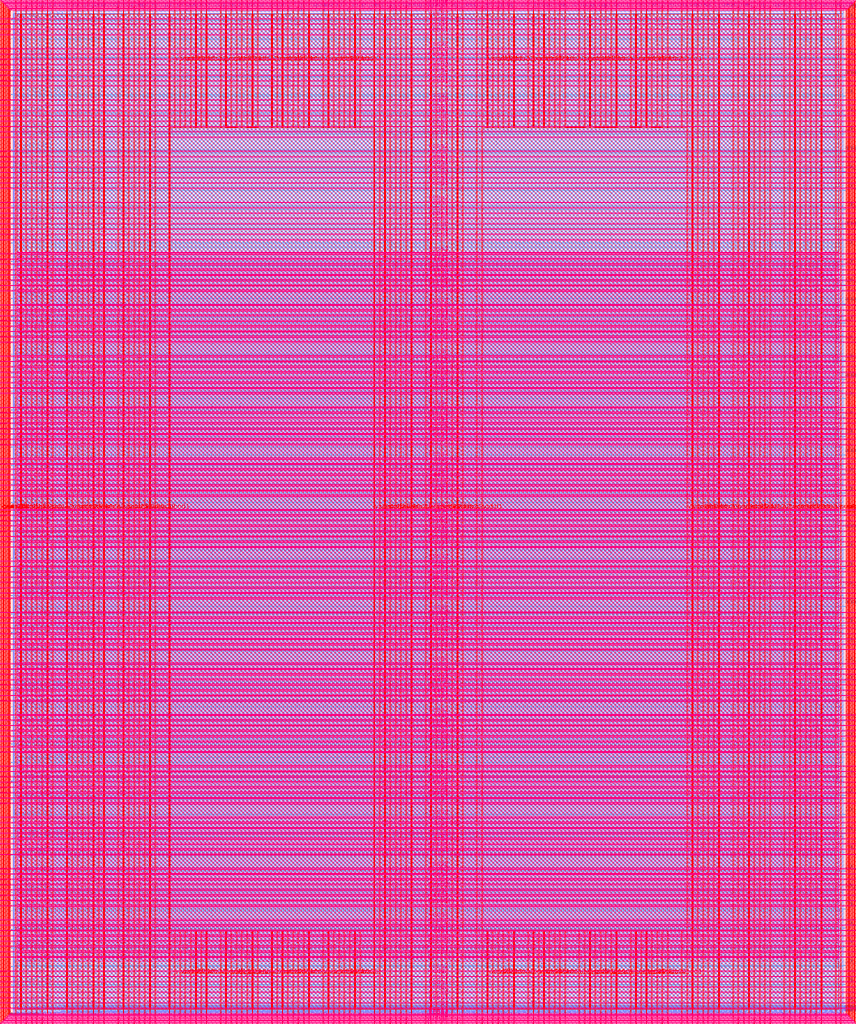
<source format=lef>
VERSION 5.7 ;
  NOWIREEXTENSIONATPIN ON ;
  DIVIDERCHAR "/" ;
  BUSBITCHARS "[]" ;
MACRO user_project_wrapper
  CLASS BLOCK ;
  FOREIGN user_project_wrapper ;
  ORIGIN 0.000 0.000 ;
  SIZE 2920.000 BY 3520.000 ;
  PIN analog_io[0]
    DIRECTION INOUT ;
    USE SIGNAL ;
    PORT
      LAYER met3 ;
        RECT 2917.600 1426.380 2924.800 1427.580 ;
    END
  END analog_io[0]
  PIN analog_io[10]
    DIRECTION INOUT ;
    USE SIGNAL ;
    PORT
      LAYER met2 ;
        RECT 2230.490 3517.600 2231.050 3524.800 ;
    END
  END analog_io[10]
  PIN analog_io[11]
    DIRECTION INOUT ;
    USE SIGNAL ;
    PORT
      LAYER met2 ;
        RECT 1905.730 3517.600 1906.290 3524.800 ;
    END
  END analog_io[11]
  PIN analog_io[12]
    DIRECTION INOUT ;
    USE SIGNAL ;
    PORT
      LAYER met2 ;
        RECT 1581.430 3517.600 1581.990 3524.800 ;
    END
  END analog_io[12]
  PIN analog_io[13]
    DIRECTION INOUT ;
    USE SIGNAL ;
    PORT
      LAYER met2 ;
        RECT 1257.130 3517.600 1257.690 3524.800 ;
    END
  END analog_io[13]
  PIN analog_io[14]
    DIRECTION INOUT ;
    USE SIGNAL ;
    PORT
      LAYER met2 ;
        RECT 932.370 3517.600 932.930 3524.800 ;
    END
  END analog_io[14]
  PIN analog_io[15]
    DIRECTION INOUT ;
    USE SIGNAL ;
    PORT
      LAYER met2 ;
        RECT 608.070 3517.600 608.630 3524.800 ;
    END
  END analog_io[15]
  PIN analog_io[16]
    DIRECTION INOUT ;
    USE SIGNAL ;
    PORT
      LAYER met2 ;
        RECT 283.770 3517.600 284.330 3524.800 ;
    END
  END analog_io[16]
  PIN analog_io[17]
    DIRECTION INOUT ;
    USE SIGNAL ;
    PORT
      LAYER met3 ;
        RECT -4.800 3486.100 2.400 3487.300 ;
    END
  END analog_io[17]
  PIN analog_io[18]
    DIRECTION INOUT ;
    USE SIGNAL ;
    PORT
      LAYER met3 ;
        RECT -4.800 3224.980 2.400 3226.180 ;
    END
  END analog_io[18]
  PIN analog_io[19]
    DIRECTION INOUT ;
    USE SIGNAL ;
    PORT
      LAYER met3 ;
        RECT -4.800 2964.540 2.400 2965.740 ;
    END
  END analog_io[19]
  PIN analog_io[1]
    DIRECTION INOUT ;
    USE SIGNAL ;
    PORT
      LAYER met3 ;
        RECT 2917.600 1692.260 2924.800 1693.460 ;
    END
  END analog_io[1]
  PIN analog_io[20]
    DIRECTION INOUT ;
    USE SIGNAL ;
    PORT
      LAYER met3 ;
        RECT -4.800 2703.420 2.400 2704.620 ;
    END
  END analog_io[20]
  PIN analog_io[21]
    DIRECTION INOUT ;
    USE SIGNAL ;
    PORT
      LAYER met3 ;
        RECT -4.800 2442.980 2.400 2444.180 ;
    END
  END analog_io[21]
  PIN analog_io[22]
    DIRECTION INOUT ;
    USE SIGNAL ;
    PORT
      LAYER met3 ;
        RECT -4.800 2182.540 2.400 2183.740 ;
    END
  END analog_io[22]
  PIN analog_io[23]
    DIRECTION INOUT ;
    USE SIGNAL ;
    PORT
      LAYER met3 ;
        RECT -4.800 1921.420 2.400 1922.620 ;
    END
  END analog_io[23]
  PIN analog_io[24]
    DIRECTION INOUT ;
    USE SIGNAL ;
    PORT
      LAYER met3 ;
        RECT -4.800 1660.980 2.400 1662.180 ;
    END
  END analog_io[24]
  PIN analog_io[25]
    DIRECTION INOUT ;
    USE SIGNAL ;
    PORT
      LAYER met3 ;
        RECT -4.800 1399.860 2.400 1401.060 ;
    END
  END analog_io[25]
  PIN analog_io[26]
    DIRECTION INOUT ;
    USE SIGNAL ;
    PORT
      LAYER met3 ;
        RECT -4.800 1139.420 2.400 1140.620 ;
    END
  END analog_io[26]
  PIN analog_io[27]
    DIRECTION INOUT ;
    USE SIGNAL ;
    PORT
      LAYER met3 ;
        RECT -4.800 878.980 2.400 880.180 ;
    END
  END analog_io[27]
  PIN analog_io[28]
    DIRECTION INOUT ;
    USE SIGNAL ;
    PORT
      LAYER met3 ;
        RECT -4.800 617.860 2.400 619.060 ;
    END
  END analog_io[28]
  PIN analog_io[2]
    DIRECTION INOUT ;
    USE SIGNAL ;
    PORT
      LAYER met3 ;
        RECT 2917.600 1958.140 2924.800 1959.340 ;
    END
  END analog_io[2]
  PIN analog_io[3]
    DIRECTION INOUT ;
    USE SIGNAL ;
    PORT
      LAYER met3 ;
        RECT 2917.600 2223.340 2924.800 2224.540 ;
    END
  END analog_io[3]
  PIN analog_io[4]
    DIRECTION INOUT ;
    USE SIGNAL ;
    PORT
      LAYER met3 ;
        RECT 2917.600 2489.220 2924.800 2490.420 ;
    END
  END analog_io[4]
  PIN analog_io[5]
    DIRECTION INOUT ;
    USE SIGNAL ;
    PORT
      LAYER met3 ;
        RECT 2917.600 2755.100 2924.800 2756.300 ;
    END
  END analog_io[5]
  PIN analog_io[6]
    DIRECTION INOUT ;
    USE SIGNAL ;
    PORT
      LAYER met3 ;
        RECT 2917.600 3020.300 2924.800 3021.500 ;
    END
  END analog_io[6]
  PIN analog_io[7]
    DIRECTION INOUT ;
    USE SIGNAL ;
    PORT
      LAYER met3 ;
        RECT 2917.600 3286.180 2924.800 3287.380 ;
    END
  END analog_io[7]
  PIN analog_io[8]
    DIRECTION INOUT ;
    USE SIGNAL ;
    PORT
      LAYER met2 ;
        RECT 2879.090 3517.600 2879.650 3524.800 ;
    END
  END analog_io[8]
  PIN analog_io[9]
    DIRECTION INOUT ;
    USE SIGNAL ;
    PORT
      LAYER met2 ;
        RECT 2554.790 3517.600 2555.350 3524.800 ;
    END
  END analog_io[9]
  PIN io_in[0]
    DIRECTION INPUT ;
    USE SIGNAL ;
    PORT
      LAYER met3 ;
        RECT 2917.600 32.380 2924.800 33.580 ;
    END
  END io_in[0]
  PIN io_in[10]
    DIRECTION INPUT ;
    USE SIGNAL ;
    ANTENNAGATEAREA 0.499500 ;
    PORT
      LAYER met3 ;
        RECT 2917.600 2289.980 2924.800 2291.180 ;
    END
  END io_in[10]
  PIN io_in[11]
    DIRECTION INPUT ;
    USE SIGNAL ;
    ANTENNAGATEAREA 0.625500 ;
    PORT
      LAYER met3 ;
        RECT 2917.600 2555.860 2924.800 2557.060 ;
    END
  END io_in[11]
  PIN io_in[12]
    DIRECTION INPUT ;
    USE SIGNAL ;
    ANTENNAGATEAREA 0.621000 ;
    PORT
      LAYER met3 ;
        RECT 2917.600 2821.060 2924.800 2822.260 ;
    END
  END io_in[12]
  PIN io_in[13]
    DIRECTION INPUT ;
    USE SIGNAL ;
    ANTENNAGATEAREA 0.621000 ;
    PORT
      LAYER met3 ;
        RECT 2917.600 3086.940 2924.800 3088.140 ;
    END
  END io_in[13]
  PIN io_in[14]
    DIRECTION INPUT ;
    USE SIGNAL ;
    ANTENNAGATEAREA 0.823500 ;
    PORT
      LAYER met3 ;
        RECT 2917.600 3352.820 2924.800 3354.020 ;
    END
  END io_in[14]
  PIN io_in[15]
    DIRECTION INPUT ;
    USE SIGNAL ;
    ANTENNAGATEAREA 1.611000 ;
    PORT
      LAYER met2 ;
        RECT 2798.130 3517.600 2798.690 3524.800 ;
    END
  END io_in[15]
  PIN io_in[16]
    DIRECTION INPUT ;
    USE SIGNAL ;
    ANTENNAGATEAREA 1.116000 ;
    PORT
      LAYER met2 ;
        RECT 2473.830 3517.600 2474.390 3524.800 ;
    END
  END io_in[16]
  PIN io_in[17]
    DIRECTION INPUT ;
    USE SIGNAL ;
    ANTENNAGATEAREA 1.242000 ;
    PORT
      LAYER met2 ;
        RECT 2149.070 3517.600 2149.630 3524.800 ;
    END
  END io_in[17]
  PIN io_in[18]
    DIRECTION INPUT ;
    USE SIGNAL ;
    ANTENNAGATEAREA 1.566000 ;
    PORT
      LAYER met2 ;
        RECT 1824.770 3517.600 1825.330 3524.800 ;
    END
  END io_in[18]
  PIN io_in[19]
    DIRECTION INPUT ;
    USE SIGNAL ;
    ANTENNAGATEAREA 1.489500 ;
    PORT
      LAYER met2 ;
        RECT 1500.470 3517.600 1501.030 3524.800 ;
    END
  END io_in[19]
  PIN io_in[1]
    DIRECTION INPUT ;
    USE SIGNAL ;
    PORT
      LAYER met3 ;
        RECT 2917.600 230.940 2924.800 232.140 ;
    END
  END io_in[1]
  PIN io_in[20]
    DIRECTION INPUT ;
    USE SIGNAL ;
    ANTENNAGATEAREA 1.242000 ;
    PORT
      LAYER met2 ;
        RECT 1175.710 3517.600 1176.270 3524.800 ;
    END
  END io_in[20]
  PIN io_in[21]
    DIRECTION INPUT ;
    USE SIGNAL ;
    ANTENNAGATEAREA 1.242000 ;
    PORT
      LAYER met2 ;
        RECT 851.410 3517.600 851.970 3524.800 ;
    END
  END io_in[21]
  PIN io_in[22]
    DIRECTION INPUT ;
    USE SIGNAL ;
    ANTENNAGATEAREA 1.363500 ;
    PORT
      LAYER met2 ;
        RECT 527.110 3517.600 527.670 3524.800 ;
    END
  END io_in[22]
  PIN io_in[23]
    DIRECTION INPUT ;
    USE SIGNAL ;
    ANTENNAGATEAREA 1.611000 ;
    PORT
      LAYER met2 ;
        RECT 202.350 3517.600 202.910 3524.800 ;
    END
  END io_in[23]
  PIN io_in[24]
    DIRECTION INPUT ;
    USE SIGNAL ;
    ANTENNAGATEAREA 2.106000 ;
    PORT
      LAYER met3 ;
        RECT -4.800 3420.820 2.400 3422.020 ;
    END
  END io_in[24]
  PIN io_in[25]
    DIRECTION INPUT ;
    USE SIGNAL ;
    ANTENNAGATEAREA 1.489500 ;
    PORT
      LAYER met3 ;
        RECT -4.800 3159.700 2.400 3160.900 ;
    END
  END io_in[25]
  PIN io_in[26]
    DIRECTION INPUT ;
    USE SIGNAL ;
    ANTENNAGATEAREA 1.071000 ;
    PORT
      LAYER met3 ;
        RECT -4.800 2899.260 2.400 2900.460 ;
    END
  END io_in[26]
  PIN io_in[27]
    DIRECTION INPUT ;
    USE SIGNAL ;
    ANTENNAGATEAREA 1.242000 ;
    PORT
      LAYER met3 ;
        RECT -4.800 2638.820 2.400 2640.020 ;
    END
  END io_in[27]
  PIN io_in[28]
    DIRECTION INPUT ;
    USE SIGNAL ;
    ANTENNAGATEAREA 1.116000 ;
    PORT
      LAYER met3 ;
        RECT -4.800 2377.700 2.400 2378.900 ;
    END
  END io_in[28]
  PIN io_in[29]
    DIRECTION INPUT ;
    USE SIGNAL ;
    ANTENNAGATEAREA 1.242000 ;
    PORT
      LAYER met3 ;
        RECT -4.800 2117.260 2.400 2118.460 ;
    END
  END io_in[29]
  PIN io_in[2]
    DIRECTION INPUT ;
    USE SIGNAL ;
    PORT
      LAYER met3 ;
        RECT 2917.600 430.180 2924.800 431.380 ;
    END
  END io_in[2]
  PIN io_in[30]
    DIRECTION INPUT ;
    USE SIGNAL ;
    ANTENNAGATEAREA 1.363500 ;
    PORT
      LAYER met3 ;
        RECT -4.800 1856.140 2.400 1857.340 ;
    END
  END io_in[30]
  PIN io_in[31]
    DIRECTION INPUT ;
    USE SIGNAL ;
    ANTENNAGATEAREA 1.242000 ;
    PORT
      LAYER met3 ;
        RECT -4.800 1595.700 2.400 1596.900 ;
    END
  END io_in[31]
  PIN io_in[32]
    DIRECTION INPUT ;
    USE SIGNAL ;
    ANTENNAGATEAREA 2.106000 ;
    PORT
      LAYER met3 ;
        RECT -4.800 1335.260 2.400 1336.460 ;
    END
  END io_in[32]
  PIN io_in[33]
    DIRECTION INPUT ;
    USE SIGNAL ;
    ANTENNAGATEAREA 1.489500 ;
    PORT
      LAYER met3 ;
        RECT -4.800 1074.140 2.400 1075.340 ;
    END
  END io_in[33]
  PIN io_in[34]
    DIRECTION INPUT ;
    USE SIGNAL ;
    ANTENNAGATEAREA 1.071000 ;
    PORT
      LAYER met3 ;
        RECT -4.800 813.700 2.400 814.900 ;
    END
  END io_in[34]
  PIN io_in[35]
    DIRECTION INPUT ;
    USE SIGNAL ;
    ANTENNAGATEAREA 1.242000 ;
    PORT
      LAYER met3 ;
        RECT -4.800 552.580 2.400 553.780 ;
    END
  END io_in[35]
  PIN io_in[36]
    DIRECTION INPUT ;
    USE SIGNAL ;
    ANTENNAGATEAREA 1.318500 ;
    PORT
      LAYER met3 ;
        RECT -4.800 357.420 2.400 358.620 ;
    END
  END io_in[36]
  PIN io_in[37]
    DIRECTION INPUT ;
    USE SIGNAL ;
    ANTENNAGATEAREA 0.949500 ;
    PORT
      LAYER met3 ;
        RECT -4.800 161.580 2.400 162.780 ;
    END
  END io_in[37]
  PIN io_in[3]
    DIRECTION INPUT ;
    USE SIGNAL ;
    PORT
      LAYER met3 ;
        RECT 2917.600 629.420 2924.800 630.620 ;
    END
  END io_in[3]
  PIN io_in[4]
    DIRECTION INPUT ;
    USE SIGNAL ;
    PORT
      LAYER met3 ;
        RECT 2917.600 828.660 2924.800 829.860 ;
    END
  END io_in[4]
  PIN io_in[5]
    DIRECTION INPUT ;
    USE SIGNAL ;
    ANTENNAGATEAREA 1.672500 ;
    PORT
      LAYER met3 ;
        RECT 2917.600 1027.900 2924.800 1029.100 ;
    END
  END io_in[5]
  PIN io_in[6]
    DIRECTION INPUT ;
    USE SIGNAL ;
    ANTENNAGATEAREA 1.116000 ;
    PORT
      LAYER met3 ;
        RECT 2917.600 1227.140 2924.800 1228.340 ;
    END
  END io_in[6]
  PIN io_in[7]
    DIRECTION INPUT ;
    USE SIGNAL ;
    ANTENNAGATEAREA 0.742500 ;
    PORT
      LAYER met3 ;
        RECT 2917.600 1493.020 2924.800 1494.220 ;
    END
  END io_in[7]
  PIN io_in[8]
    DIRECTION INPUT ;
    USE SIGNAL ;
    ANTENNAGATEAREA 0.247500 ;
    PORT
      LAYER met3 ;
        RECT 2917.600 1758.900 2924.800 1760.100 ;
    END
  END io_in[8]
  PIN io_in[9]
    DIRECTION INPUT ;
    USE SIGNAL ;
    ANTENNAGATEAREA 0.247500 ;
    PORT
      LAYER met3 ;
        RECT 2917.600 2024.100 2924.800 2025.300 ;
    END
  END io_in[9]
  PIN io_oeb[0]
    DIRECTION OUTPUT TRISTATE ;
    USE SIGNAL ;
    PORT
      LAYER met3 ;
        RECT 2917.600 164.980 2924.800 166.180 ;
    END
  END io_oeb[0]
  PIN io_oeb[10]
    DIRECTION OUTPUT TRISTATE ;
    USE SIGNAL ;
    ANTENNADIFFAREA 2.673000 ;
    PORT
      LAYER met3 ;
        RECT 2917.600 2422.580 2924.800 2423.780 ;
    END
  END io_oeb[10]
  PIN io_oeb[11]
    DIRECTION OUTPUT TRISTATE ;
    USE SIGNAL ;
    ANTENNADIFFAREA 2.673000 ;
    PORT
      LAYER met3 ;
        RECT 2917.600 2688.460 2924.800 2689.660 ;
    END
  END io_oeb[11]
  PIN io_oeb[12]
    DIRECTION OUTPUT TRISTATE ;
    USE SIGNAL ;
    ANTENNADIFFAREA 2.673000 ;
    PORT
      LAYER met3 ;
        RECT 2917.600 2954.340 2924.800 2955.540 ;
    END
  END io_oeb[12]
  PIN io_oeb[13]
    DIRECTION OUTPUT TRISTATE ;
    USE SIGNAL ;
    ANTENNADIFFAREA 2.673000 ;
    PORT
      LAYER met3 ;
        RECT 2917.600 3219.540 2924.800 3220.740 ;
    END
  END io_oeb[13]
  PIN io_oeb[14]
    DIRECTION OUTPUT TRISTATE ;
    USE SIGNAL ;
    ANTENNADIFFAREA 2.673000 ;
    PORT
      LAYER met3 ;
        RECT 2917.600 3485.420 2924.800 3486.620 ;
    END
  END io_oeb[14]
  PIN io_oeb[15]
    DIRECTION OUTPUT TRISTATE ;
    USE SIGNAL ;
    ANTENNADIFFAREA 2.673000 ;
    PORT
      LAYER met2 ;
        RECT 2635.750 3517.600 2636.310 3524.800 ;
    END
  END io_oeb[15]
  PIN io_oeb[16]
    DIRECTION OUTPUT TRISTATE ;
    USE SIGNAL ;
    ANTENNADIFFAREA 2.673000 ;
    PORT
      LAYER met2 ;
        RECT 2311.450 3517.600 2312.010 3524.800 ;
    END
  END io_oeb[16]
  PIN io_oeb[17]
    DIRECTION OUTPUT TRISTATE ;
    USE SIGNAL ;
    ANTENNADIFFAREA 2.673000 ;
    PORT
      LAYER met2 ;
        RECT 1987.150 3517.600 1987.710 3524.800 ;
    END
  END io_oeb[17]
  PIN io_oeb[18]
    DIRECTION OUTPUT TRISTATE ;
    USE SIGNAL ;
    ANTENNADIFFAREA 2.673000 ;
    PORT
      LAYER met2 ;
        RECT 1662.390 3517.600 1662.950 3524.800 ;
    END
  END io_oeb[18]
  PIN io_oeb[19]
    DIRECTION OUTPUT TRISTATE ;
    USE SIGNAL ;
    ANTENNADIFFAREA 2.673000 ;
    PORT
      LAYER met2 ;
        RECT 1338.090 3517.600 1338.650 3524.800 ;
    END
  END io_oeb[19]
  PIN io_oeb[1]
    DIRECTION OUTPUT TRISTATE ;
    USE SIGNAL ;
    PORT
      LAYER met3 ;
        RECT 2917.600 364.220 2924.800 365.420 ;
    END
  END io_oeb[1]
  PIN io_oeb[20]
    DIRECTION OUTPUT TRISTATE ;
    USE SIGNAL ;
    ANTENNADIFFAREA 2.673000 ;
    PORT
      LAYER met2 ;
        RECT 1013.790 3517.600 1014.350 3524.800 ;
    END
  END io_oeb[20]
  PIN io_oeb[21]
    DIRECTION OUTPUT TRISTATE ;
    USE SIGNAL ;
    ANTENNADIFFAREA 2.673000 ;
    PORT
      LAYER met2 ;
        RECT 689.030 3517.600 689.590 3524.800 ;
    END
  END io_oeb[21]
  PIN io_oeb[22]
    DIRECTION OUTPUT TRISTATE ;
    USE SIGNAL ;
    ANTENNADIFFAREA 2.673000 ;
    PORT
      LAYER met2 ;
        RECT 364.730 3517.600 365.290 3524.800 ;
    END
  END io_oeb[22]
  PIN io_oeb[23]
    DIRECTION OUTPUT TRISTATE ;
    USE SIGNAL ;
    ANTENNADIFFAREA 2.673000 ;
    PORT
      LAYER met2 ;
        RECT 40.430 3517.600 40.990 3524.800 ;
    END
  END io_oeb[23]
  PIN io_oeb[24]
    DIRECTION OUTPUT TRISTATE ;
    USE SIGNAL ;
    ANTENNADIFFAREA 2.673000 ;
    PORT
      LAYER met3 ;
        RECT -4.800 3290.260 2.400 3291.460 ;
    END
  END io_oeb[24]
  PIN io_oeb[25]
    DIRECTION OUTPUT TRISTATE ;
    USE SIGNAL ;
    ANTENNADIFFAREA 2.673000 ;
    PORT
      LAYER met3 ;
        RECT -4.800 3029.820 2.400 3031.020 ;
    END
  END io_oeb[25]
  PIN io_oeb[26]
    DIRECTION OUTPUT TRISTATE ;
    USE SIGNAL ;
    ANTENNADIFFAREA 2.673000 ;
    PORT
      LAYER met3 ;
        RECT -4.800 2768.700 2.400 2769.900 ;
    END
  END io_oeb[26]
  PIN io_oeb[27]
    DIRECTION OUTPUT TRISTATE ;
    USE SIGNAL ;
    ANTENNADIFFAREA 2.673000 ;
    PORT
      LAYER met3 ;
        RECT -4.800 2508.260 2.400 2509.460 ;
    END
  END io_oeb[27]
  PIN io_oeb[28]
    DIRECTION OUTPUT TRISTATE ;
    USE SIGNAL ;
    ANTENNADIFFAREA 2.673000 ;
    PORT
      LAYER met3 ;
        RECT -4.800 2247.140 2.400 2248.340 ;
    END
  END io_oeb[28]
  PIN io_oeb[29]
    DIRECTION OUTPUT TRISTATE ;
    USE SIGNAL ;
    ANTENNADIFFAREA 2.673000 ;
    PORT
      LAYER met3 ;
        RECT -4.800 1986.700 2.400 1987.900 ;
    END
  END io_oeb[29]
  PIN io_oeb[2]
    DIRECTION OUTPUT TRISTATE ;
    USE SIGNAL ;
    PORT
      LAYER met3 ;
        RECT 2917.600 563.460 2924.800 564.660 ;
    END
  END io_oeb[2]
  PIN io_oeb[30]
    DIRECTION OUTPUT TRISTATE ;
    USE SIGNAL ;
    ANTENNADIFFAREA 2.673000 ;
    PORT
      LAYER met3 ;
        RECT -4.800 1726.260 2.400 1727.460 ;
    END
  END io_oeb[30]
  PIN io_oeb[31]
    DIRECTION OUTPUT TRISTATE ;
    USE SIGNAL ;
    ANTENNADIFFAREA 2.673000 ;
    PORT
      LAYER met3 ;
        RECT -4.800 1465.140 2.400 1466.340 ;
    END
  END io_oeb[31]
  PIN io_oeb[32]
    DIRECTION OUTPUT TRISTATE ;
    USE SIGNAL ;
    ANTENNADIFFAREA 2.673000 ;
    PORT
      LAYER met3 ;
        RECT -4.800 1204.700 2.400 1205.900 ;
    END
  END io_oeb[32]
  PIN io_oeb[33]
    DIRECTION OUTPUT TRISTATE ;
    USE SIGNAL ;
    ANTENNADIFFAREA 2.673000 ;
    PORT
      LAYER met3 ;
        RECT -4.800 943.580 2.400 944.780 ;
    END
  END io_oeb[33]
  PIN io_oeb[34]
    DIRECTION OUTPUT TRISTATE ;
    USE SIGNAL ;
    ANTENNADIFFAREA 2.673000 ;
    PORT
      LAYER met3 ;
        RECT -4.800 683.140 2.400 684.340 ;
    END
  END io_oeb[34]
  PIN io_oeb[35]
    DIRECTION OUTPUT TRISTATE ;
    USE SIGNAL ;
    ANTENNADIFFAREA 2.673000 ;
    PORT
      LAYER met3 ;
        RECT -4.800 422.700 2.400 423.900 ;
    END
  END io_oeb[35]
  PIN io_oeb[36]
    DIRECTION OUTPUT TRISTATE ;
    USE SIGNAL ;
    ANTENNADIFFAREA 2.673000 ;
    PORT
      LAYER met3 ;
        RECT -4.800 226.860 2.400 228.060 ;
    END
  END io_oeb[36]
  PIN io_oeb[37]
    DIRECTION OUTPUT TRISTATE ;
    USE SIGNAL ;
    ANTENNADIFFAREA 2.673000 ;
    PORT
      LAYER met3 ;
        RECT -4.800 31.700 2.400 32.900 ;
    END
  END io_oeb[37]
  PIN io_oeb[3]
    DIRECTION OUTPUT TRISTATE ;
    USE SIGNAL ;
    PORT
      LAYER met3 ;
        RECT 2917.600 762.700 2924.800 763.900 ;
    END
  END io_oeb[3]
  PIN io_oeb[4]
    DIRECTION OUTPUT TRISTATE ;
    USE SIGNAL ;
    PORT
      LAYER met3 ;
        RECT 2917.600 961.940 2924.800 963.140 ;
    END
  END io_oeb[4]
  PIN io_oeb[5]
    DIRECTION OUTPUT TRISTATE ;
    USE SIGNAL ;
    PORT
      LAYER met3 ;
        RECT 2917.600 1161.180 2924.800 1162.380 ;
    END
  END io_oeb[5]
  PIN io_oeb[6]
    DIRECTION OUTPUT TRISTATE ;
    USE SIGNAL ;
    PORT
      LAYER met3 ;
        RECT 2917.600 1360.420 2924.800 1361.620 ;
    END
  END io_oeb[6]
  PIN io_oeb[7]
    DIRECTION OUTPUT TRISTATE ;
    USE SIGNAL ;
    PORT
      LAYER met3 ;
        RECT 2917.600 1625.620 2924.800 1626.820 ;
    END
  END io_oeb[7]
  PIN io_oeb[8]
    DIRECTION OUTPUT TRISTATE ;
    USE SIGNAL ;
    PORT
      LAYER met3 ;
        RECT 2917.600 1891.500 2924.800 1892.700 ;
    END
  END io_oeb[8]
  PIN io_oeb[9]
    DIRECTION OUTPUT TRISTATE ;
    USE SIGNAL ;
    PORT
      LAYER met3 ;
        RECT 2917.600 2157.380 2924.800 2158.580 ;
    END
  END io_oeb[9]
  PIN io_out[0]
    DIRECTION OUTPUT TRISTATE ;
    USE SIGNAL ;
    PORT
      LAYER met3 ;
        RECT 2917.600 98.340 2924.800 99.540 ;
    END
  END io_out[0]
  PIN io_out[10]
    DIRECTION OUTPUT TRISTATE ;
    USE SIGNAL ;
    ANTENNADIFFAREA 2.673000 ;
    PORT
      LAYER met3 ;
        RECT 2917.600 2356.620 2924.800 2357.820 ;
    END
  END io_out[10]
  PIN io_out[11]
    DIRECTION OUTPUT TRISTATE ;
    USE SIGNAL ;
    ANTENNADIFFAREA 2.673000 ;
    PORT
      LAYER met3 ;
        RECT 2917.600 2621.820 2924.800 2623.020 ;
    END
  END io_out[11]
  PIN io_out[12]
    DIRECTION OUTPUT TRISTATE ;
    USE SIGNAL ;
    ANTENNADIFFAREA 2.673000 ;
    PORT
      LAYER met3 ;
        RECT 2917.600 2887.700 2924.800 2888.900 ;
    END
  END io_out[12]
  PIN io_out[13]
    DIRECTION OUTPUT TRISTATE ;
    USE SIGNAL ;
    ANTENNADIFFAREA 2.673000 ;
    PORT
      LAYER met3 ;
        RECT 2917.600 3153.580 2924.800 3154.780 ;
    END
  END io_out[13]
  PIN io_out[14]
    DIRECTION OUTPUT TRISTATE ;
    USE SIGNAL ;
    ANTENNADIFFAREA 2.673000 ;
    PORT
      LAYER met3 ;
        RECT 2917.600 3418.780 2924.800 3419.980 ;
    END
  END io_out[14]
  PIN io_out[15]
    DIRECTION OUTPUT TRISTATE ;
    USE SIGNAL ;
    ANTENNADIFFAREA 2.673000 ;
    PORT
      LAYER met2 ;
        RECT 2717.170 3517.600 2717.730 3524.800 ;
    END
  END io_out[15]
  PIN io_out[16]
    DIRECTION OUTPUT TRISTATE ;
    USE SIGNAL ;
    ANTENNADIFFAREA 2.673000 ;
    PORT
      LAYER met2 ;
        RECT 2392.410 3517.600 2392.970 3524.800 ;
    END
  END io_out[16]
  PIN io_out[17]
    DIRECTION OUTPUT TRISTATE ;
    USE SIGNAL ;
    ANTENNADIFFAREA 2.673000 ;
    PORT
      LAYER met2 ;
        RECT 2068.110 3517.600 2068.670 3524.800 ;
    END
  END io_out[17]
  PIN io_out[18]
    DIRECTION OUTPUT TRISTATE ;
    USE SIGNAL ;
    ANTENNADIFFAREA 2.673000 ;
    PORT
      LAYER met2 ;
        RECT 1743.810 3517.600 1744.370 3524.800 ;
    END
  END io_out[18]
  PIN io_out[19]
    DIRECTION OUTPUT TRISTATE ;
    USE SIGNAL ;
    ANTENNADIFFAREA 2.673000 ;
    PORT
      LAYER met2 ;
        RECT 1419.050 3517.600 1419.610 3524.800 ;
    END
  END io_out[19]
  PIN io_out[1]
    DIRECTION OUTPUT TRISTATE ;
    USE SIGNAL ;
    PORT
      LAYER met3 ;
        RECT 2917.600 297.580 2924.800 298.780 ;
    END
  END io_out[1]
  PIN io_out[20]
    DIRECTION OUTPUT TRISTATE ;
    USE SIGNAL ;
    ANTENNADIFFAREA 2.673000 ;
    PORT
      LAYER met2 ;
        RECT 1094.750 3517.600 1095.310 3524.800 ;
    END
  END io_out[20]
  PIN io_out[21]
    DIRECTION OUTPUT TRISTATE ;
    USE SIGNAL ;
    ANTENNADIFFAREA 2.673000 ;
    PORT
      LAYER met2 ;
        RECT 770.450 3517.600 771.010 3524.800 ;
    END
  END io_out[21]
  PIN io_out[22]
    DIRECTION OUTPUT TRISTATE ;
    USE SIGNAL ;
    ANTENNADIFFAREA 2.673000 ;
    PORT
      LAYER met2 ;
        RECT 445.690 3517.600 446.250 3524.800 ;
    END
  END io_out[22]
  PIN io_out[23]
    DIRECTION OUTPUT TRISTATE ;
    USE SIGNAL ;
    ANTENNADIFFAREA 2.673000 ;
    PORT
      LAYER met2 ;
        RECT 121.390 3517.600 121.950 3524.800 ;
    END
  END io_out[23]
  PIN io_out[24]
    DIRECTION OUTPUT TRISTATE ;
    USE SIGNAL ;
    ANTENNADIFFAREA 2.673000 ;
    PORT
      LAYER met3 ;
        RECT -4.800 3355.540 2.400 3356.740 ;
    END
  END io_out[24]
  PIN io_out[25]
    DIRECTION OUTPUT TRISTATE ;
    USE SIGNAL ;
    ANTENNADIFFAREA 2.673000 ;
    PORT
      LAYER met3 ;
        RECT -4.800 3095.100 2.400 3096.300 ;
    END
  END io_out[25]
  PIN io_out[26]
    DIRECTION OUTPUT TRISTATE ;
    USE SIGNAL ;
    ANTENNADIFFAREA 2.673000 ;
    PORT
      LAYER met3 ;
        RECT -4.800 2833.980 2.400 2835.180 ;
    END
  END io_out[26]
  PIN io_out[27]
    DIRECTION OUTPUT TRISTATE ;
    USE SIGNAL ;
    ANTENNADIFFAREA 2.673000 ;
    PORT
      LAYER met3 ;
        RECT -4.800 2573.540 2.400 2574.740 ;
    END
  END io_out[27]
  PIN io_out[28]
    DIRECTION OUTPUT TRISTATE ;
    USE SIGNAL ;
    ANTENNADIFFAREA 2.673000 ;
    PORT
      LAYER met3 ;
        RECT -4.800 2312.420 2.400 2313.620 ;
    END
  END io_out[28]
  PIN io_out[29]
    DIRECTION OUTPUT TRISTATE ;
    USE SIGNAL ;
    ANTENNADIFFAREA 2.673000 ;
    PORT
      LAYER met3 ;
        RECT -4.800 2051.980 2.400 2053.180 ;
    END
  END io_out[29]
  PIN io_out[2]
    DIRECTION OUTPUT TRISTATE ;
    USE SIGNAL ;
    PORT
      LAYER met3 ;
        RECT 2917.600 496.820 2924.800 498.020 ;
    END
  END io_out[2]
  PIN io_out[30]
    DIRECTION OUTPUT TRISTATE ;
    USE SIGNAL ;
    ANTENNADIFFAREA 2.673000 ;
    PORT
      LAYER met3 ;
        RECT -4.800 1791.540 2.400 1792.740 ;
    END
  END io_out[30]
  PIN io_out[31]
    DIRECTION OUTPUT TRISTATE ;
    USE SIGNAL ;
    ANTENNADIFFAREA 2.673000 ;
    PORT
      LAYER met3 ;
        RECT -4.800 1530.420 2.400 1531.620 ;
    END
  END io_out[31]
  PIN io_out[32]
    DIRECTION OUTPUT TRISTATE ;
    USE SIGNAL ;
    ANTENNADIFFAREA 2.673000 ;
    PORT
      LAYER met3 ;
        RECT -4.800 1269.980 2.400 1271.180 ;
    END
  END io_out[32]
  PIN io_out[33]
    DIRECTION OUTPUT TRISTATE ;
    USE SIGNAL ;
    ANTENNADIFFAREA 2.673000 ;
    PORT
      LAYER met3 ;
        RECT -4.800 1008.860 2.400 1010.060 ;
    END
  END io_out[33]
  PIN io_out[34]
    DIRECTION OUTPUT TRISTATE ;
    USE SIGNAL ;
    ANTENNADIFFAREA 2.673000 ;
    PORT
      LAYER met3 ;
        RECT -4.800 748.420 2.400 749.620 ;
    END
  END io_out[34]
  PIN io_out[35]
    DIRECTION OUTPUT TRISTATE ;
    USE SIGNAL ;
    ANTENNADIFFAREA 2.673000 ;
    PORT
      LAYER met3 ;
        RECT -4.800 487.300 2.400 488.500 ;
    END
  END io_out[35]
  PIN io_out[36]
    DIRECTION OUTPUT TRISTATE ;
    USE SIGNAL ;
    ANTENNADIFFAREA 2.673000 ;
    PORT
      LAYER met3 ;
        RECT -4.800 292.140 2.400 293.340 ;
    END
  END io_out[36]
  PIN io_out[37]
    DIRECTION OUTPUT TRISTATE ;
    USE SIGNAL ;
    ANTENNADIFFAREA 2.673000 ;
    PORT
      LAYER met3 ;
        RECT -4.800 96.300 2.400 97.500 ;
    END
  END io_out[37]
  PIN io_out[3]
    DIRECTION OUTPUT TRISTATE ;
    USE SIGNAL ;
    PORT
      LAYER met3 ;
        RECT 2917.600 696.060 2924.800 697.260 ;
    END
  END io_out[3]
  PIN io_out[4]
    DIRECTION OUTPUT TRISTATE ;
    USE SIGNAL ;
    PORT
      LAYER met3 ;
        RECT 2917.600 895.300 2924.800 896.500 ;
    END
  END io_out[4]
  PIN io_out[5]
    DIRECTION OUTPUT TRISTATE ;
    USE SIGNAL ;
    PORT
      LAYER met3 ;
        RECT 2917.600 1094.540 2924.800 1095.740 ;
    END
  END io_out[5]
  PIN io_out[6]
    DIRECTION OUTPUT TRISTATE ;
    USE SIGNAL ;
    PORT
      LAYER met3 ;
        RECT 2917.600 1293.780 2924.800 1294.980 ;
    END
  END io_out[6]
  PIN io_out[7]
    DIRECTION OUTPUT TRISTATE ;
    USE SIGNAL ;
    PORT
      LAYER met3 ;
        RECT 2917.600 1559.660 2924.800 1560.860 ;
    END
  END io_out[7]
  PIN io_out[8]
    DIRECTION OUTPUT TRISTATE ;
    USE SIGNAL ;
    ANTENNADIFFAREA 2.673000 ;
    PORT
      LAYER met3 ;
        RECT 2917.600 1824.860 2924.800 1826.060 ;
    END
  END io_out[8]
  PIN io_out[9]
    DIRECTION OUTPUT TRISTATE ;
    USE SIGNAL ;
    ANTENNADIFFAREA 2.673000 ;
    PORT
      LAYER met3 ;
        RECT 2917.600 2090.740 2924.800 2091.940 ;
    END
  END io_out[9]
  PIN la_data_in[0]
    DIRECTION INPUT ;
    USE SIGNAL ;
    ANTENNAGATEAREA 0.247500 ;
    PORT
      LAYER met2 ;
        RECT 629.230 -4.800 629.790 2.400 ;
    END
  END la_data_in[0]
  PIN la_data_in[100]
    DIRECTION INPUT ;
    USE SIGNAL ;
    PORT
      LAYER met2 ;
        RECT 2402.530 -4.800 2403.090 2.400 ;
    END
  END la_data_in[100]
  PIN la_data_in[101]
    DIRECTION INPUT ;
    USE SIGNAL ;
    PORT
      LAYER met2 ;
        RECT 2420.010 -4.800 2420.570 2.400 ;
    END
  END la_data_in[101]
  PIN la_data_in[102]
    DIRECTION INPUT ;
    USE SIGNAL ;
    PORT
      LAYER met2 ;
        RECT 2437.950 -4.800 2438.510 2.400 ;
    END
  END la_data_in[102]
  PIN la_data_in[103]
    DIRECTION INPUT ;
    USE SIGNAL ;
    PORT
      LAYER met2 ;
        RECT 2455.430 -4.800 2455.990 2.400 ;
    END
  END la_data_in[103]
  PIN la_data_in[104]
    DIRECTION INPUT ;
    USE SIGNAL ;
    PORT
      LAYER met2 ;
        RECT 2473.370 -4.800 2473.930 2.400 ;
    END
  END la_data_in[104]
  PIN la_data_in[105]
    DIRECTION INPUT ;
    USE SIGNAL ;
    PORT
      LAYER met2 ;
        RECT 2490.850 -4.800 2491.410 2.400 ;
    END
  END la_data_in[105]
  PIN la_data_in[106]
    DIRECTION INPUT ;
    USE SIGNAL ;
    PORT
      LAYER met2 ;
        RECT 2508.790 -4.800 2509.350 2.400 ;
    END
  END la_data_in[106]
  PIN la_data_in[107]
    DIRECTION INPUT ;
    USE SIGNAL ;
    PORT
      LAYER met2 ;
        RECT 2526.730 -4.800 2527.290 2.400 ;
    END
  END la_data_in[107]
  PIN la_data_in[108]
    DIRECTION INPUT ;
    USE SIGNAL ;
    PORT
      LAYER met2 ;
        RECT 2544.210 -4.800 2544.770 2.400 ;
    END
  END la_data_in[108]
  PIN la_data_in[109]
    DIRECTION INPUT ;
    USE SIGNAL ;
    PORT
      LAYER met2 ;
        RECT 2562.150 -4.800 2562.710 2.400 ;
    END
  END la_data_in[109]
  PIN la_data_in[10]
    DIRECTION INPUT ;
    USE SIGNAL ;
    ANTENNAGATEAREA 0.126000 ;
    PORT
      LAYER met2 ;
        RECT 806.330 -4.800 806.890 2.400 ;
    END
  END la_data_in[10]
  PIN la_data_in[110]
    DIRECTION INPUT ;
    USE SIGNAL ;
    PORT
      LAYER met2 ;
        RECT 2579.630 -4.800 2580.190 2.400 ;
    END
  END la_data_in[110]
  PIN la_data_in[111]
    DIRECTION INPUT ;
    USE SIGNAL ;
    PORT
      LAYER met2 ;
        RECT 2597.570 -4.800 2598.130 2.400 ;
    END
  END la_data_in[111]
  PIN la_data_in[112]
    DIRECTION INPUT ;
    USE SIGNAL ;
    PORT
      LAYER met2 ;
        RECT 2615.050 -4.800 2615.610 2.400 ;
    END
  END la_data_in[112]
  PIN la_data_in[113]
    DIRECTION INPUT ;
    USE SIGNAL ;
    PORT
      LAYER met2 ;
        RECT 2632.990 -4.800 2633.550 2.400 ;
    END
  END la_data_in[113]
  PIN la_data_in[114]
    DIRECTION INPUT ;
    USE SIGNAL ;
    PORT
      LAYER met2 ;
        RECT 2650.470 -4.800 2651.030 2.400 ;
    END
  END la_data_in[114]
  PIN la_data_in[115]
    DIRECTION INPUT ;
    USE SIGNAL ;
    PORT
      LAYER met2 ;
        RECT 2668.410 -4.800 2668.970 2.400 ;
    END
  END la_data_in[115]
  PIN la_data_in[116]
    DIRECTION INPUT ;
    USE SIGNAL ;
    PORT
      LAYER met2 ;
        RECT 2685.890 -4.800 2686.450 2.400 ;
    END
  END la_data_in[116]
  PIN la_data_in[117]
    DIRECTION INPUT ;
    USE SIGNAL ;
    PORT
      LAYER met2 ;
        RECT 2703.830 -4.800 2704.390 2.400 ;
    END
  END la_data_in[117]
  PIN la_data_in[118]
    DIRECTION INPUT ;
    USE SIGNAL ;
    PORT
      LAYER met2 ;
        RECT 2721.770 -4.800 2722.330 2.400 ;
    END
  END la_data_in[118]
  PIN la_data_in[119]
    DIRECTION INPUT ;
    USE SIGNAL ;
    PORT
      LAYER met2 ;
        RECT 2739.250 -4.800 2739.810 2.400 ;
    END
  END la_data_in[119]
  PIN la_data_in[11]
    DIRECTION INPUT ;
    USE SIGNAL ;
    ANTENNAGATEAREA 0.247500 ;
    PORT
      LAYER met2 ;
        RECT 824.270 -4.800 824.830 2.400 ;
    END
  END la_data_in[11]
  PIN la_data_in[120]
    DIRECTION INPUT ;
    USE SIGNAL ;
    PORT
      LAYER met2 ;
        RECT 2757.190 -4.800 2757.750 2.400 ;
    END
  END la_data_in[120]
  PIN la_data_in[121]
    DIRECTION INPUT ;
    USE SIGNAL ;
    PORT
      LAYER met2 ;
        RECT 2774.670 -4.800 2775.230 2.400 ;
    END
  END la_data_in[121]
  PIN la_data_in[122]
    DIRECTION INPUT ;
    USE SIGNAL ;
    PORT
      LAYER met2 ;
        RECT 2792.610 -4.800 2793.170 2.400 ;
    END
  END la_data_in[122]
  PIN la_data_in[123]
    DIRECTION INPUT ;
    USE SIGNAL ;
    PORT
      LAYER met2 ;
        RECT 2810.090 -4.800 2810.650 2.400 ;
    END
  END la_data_in[123]
  PIN la_data_in[124]
    DIRECTION INPUT ;
    USE SIGNAL ;
    PORT
      LAYER met2 ;
        RECT 2828.030 -4.800 2828.590 2.400 ;
    END
  END la_data_in[124]
  PIN la_data_in[125]
    DIRECTION INPUT ;
    USE SIGNAL ;
    PORT
      LAYER met2 ;
        RECT 2845.510 -4.800 2846.070 2.400 ;
    END
  END la_data_in[125]
  PIN la_data_in[126]
    DIRECTION INPUT ;
    USE SIGNAL ;
    PORT
      LAYER met2 ;
        RECT 2863.450 -4.800 2864.010 2.400 ;
    END
  END la_data_in[126]
  PIN la_data_in[127]
    DIRECTION INPUT ;
    USE SIGNAL ;
    PORT
      LAYER met2 ;
        RECT 2881.390 -4.800 2881.950 2.400 ;
    END
  END la_data_in[127]
  PIN la_data_in[12]
    DIRECTION INPUT ;
    USE SIGNAL ;
    ANTENNAGATEAREA 6.322500 ;
    PORT
      LAYER met2 ;
        RECT 841.750 -4.800 842.310 2.400 ;
    END
  END la_data_in[12]
  PIN la_data_in[13]
    DIRECTION INPUT ;
    USE SIGNAL ;
    ANTENNAGATEAREA 6.201000 ;
    PORT
      LAYER met2 ;
        RECT 859.690 -4.800 860.250 2.400 ;
    END
  END la_data_in[13]
  PIN la_data_in[14]
    DIRECTION INPUT ;
    USE SIGNAL ;
    ANTENNAGATEAREA 0.495000 ;
    PORT
      LAYER met2 ;
        RECT 877.170 -4.800 877.730 2.400 ;
    END
  END la_data_in[14]
  PIN la_data_in[15]
    DIRECTION INPUT ;
    USE SIGNAL ;
    PORT
      LAYER met2 ;
        RECT 895.110 -4.800 895.670 2.400 ;
    END
  END la_data_in[15]
  PIN la_data_in[16]
    DIRECTION INPUT ;
    USE SIGNAL ;
    PORT
      LAYER met2 ;
        RECT 912.590 -4.800 913.150 2.400 ;
    END
  END la_data_in[16]
  PIN la_data_in[17]
    DIRECTION INPUT ;
    USE SIGNAL ;
    PORT
      LAYER met2 ;
        RECT 930.530 -4.800 931.090 2.400 ;
    END
  END la_data_in[17]
  PIN la_data_in[18]
    DIRECTION INPUT ;
    USE SIGNAL ;
    PORT
      LAYER met2 ;
        RECT 948.470 -4.800 949.030 2.400 ;
    END
  END la_data_in[18]
  PIN la_data_in[19]
    DIRECTION INPUT ;
    USE SIGNAL ;
    PORT
      LAYER met2 ;
        RECT 965.950 -4.800 966.510 2.400 ;
    END
  END la_data_in[19]
  PIN la_data_in[1]
    DIRECTION INPUT ;
    USE SIGNAL ;
    ANTENNAGATEAREA 0.247500 ;
    PORT
      LAYER met2 ;
        RECT 646.710 -4.800 647.270 2.400 ;
    END
  END la_data_in[1]
  PIN la_data_in[20]
    DIRECTION INPUT ;
    USE SIGNAL ;
    PORT
      LAYER met2 ;
        RECT 983.890 -4.800 984.450 2.400 ;
    END
  END la_data_in[20]
  PIN la_data_in[21]
    DIRECTION INPUT ;
    USE SIGNAL ;
    PORT
      LAYER met2 ;
        RECT 1001.370 -4.800 1001.930 2.400 ;
    END
  END la_data_in[21]
  PIN la_data_in[22]
    DIRECTION INPUT ;
    USE SIGNAL ;
    PORT
      LAYER met2 ;
        RECT 1019.310 -4.800 1019.870 2.400 ;
    END
  END la_data_in[22]
  PIN la_data_in[23]
    DIRECTION INPUT ;
    USE SIGNAL ;
    PORT
      LAYER met2 ;
        RECT 1036.790 -4.800 1037.350 2.400 ;
    END
  END la_data_in[23]
  PIN la_data_in[24]
    DIRECTION INPUT ;
    USE SIGNAL ;
    PORT
      LAYER met2 ;
        RECT 1054.730 -4.800 1055.290 2.400 ;
    END
  END la_data_in[24]
  PIN la_data_in[25]
    DIRECTION INPUT ;
    USE SIGNAL ;
    PORT
      LAYER met2 ;
        RECT 1072.210 -4.800 1072.770 2.400 ;
    END
  END la_data_in[25]
  PIN la_data_in[26]
    DIRECTION INPUT ;
    USE SIGNAL ;
    PORT
      LAYER met2 ;
        RECT 1090.150 -4.800 1090.710 2.400 ;
    END
  END la_data_in[26]
  PIN la_data_in[27]
    DIRECTION INPUT ;
    USE SIGNAL ;
    PORT
      LAYER met2 ;
        RECT 1107.630 -4.800 1108.190 2.400 ;
    END
  END la_data_in[27]
  PIN la_data_in[28]
    DIRECTION INPUT ;
    USE SIGNAL ;
    PORT
      LAYER met2 ;
        RECT 1125.570 -4.800 1126.130 2.400 ;
    END
  END la_data_in[28]
  PIN la_data_in[29]
    DIRECTION INPUT ;
    USE SIGNAL ;
    PORT
      LAYER met2 ;
        RECT 1143.510 -4.800 1144.070 2.400 ;
    END
  END la_data_in[29]
  PIN la_data_in[2]
    DIRECTION INPUT ;
    USE SIGNAL ;
    ANTENNAGATEAREA 0.247500 ;
    PORT
      LAYER met2 ;
        RECT 664.650 -4.800 665.210 2.400 ;
    END
  END la_data_in[2]
  PIN la_data_in[30]
    DIRECTION INPUT ;
    USE SIGNAL ;
    PORT
      LAYER met2 ;
        RECT 1160.990 -4.800 1161.550 2.400 ;
    END
  END la_data_in[30]
  PIN la_data_in[31]
    DIRECTION INPUT ;
    USE SIGNAL ;
    PORT
      LAYER met2 ;
        RECT 1178.930 -4.800 1179.490 2.400 ;
    END
  END la_data_in[31]
  PIN la_data_in[32]
    DIRECTION INPUT ;
    USE SIGNAL ;
    PORT
      LAYER met2 ;
        RECT 1196.410 -4.800 1196.970 2.400 ;
    END
  END la_data_in[32]
  PIN la_data_in[33]
    DIRECTION INPUT ;
    USE SIGNAL ;
    PORT
      LAYER met2 ;
        RECT 1214.350 -4.800 1214.910 2.400 ;
    END
  END la_data_in[33]
  PIN la_data_in[34]
    DIRECTION INPUT ;
    USE SIGNAL ;
    PORT
      LAYER met2 ;
        RECT 1231.830 -4.800 1232.390 2.400 ;
    END
  END la_data_in[34]
  PIN la_data_in[35]
    DIRECTION INPUT ;
    USE SIGNAL ;
    PORT
      LAYER met2 ;
        RECT 1249.770 -4.800 1250.330 2.400 ;
    END
  END la_data_in[35]
  PIN la_data_in[36]
    DIRECTION INPUT ;
    USE SIGNAL ;
    PORT
      LAYER met2 ;
        RECT 1267.250 -4.800 1267.810 2.400 ;
    END
  END la_data_in[36]
  PIN la_data_in[37]
    DIRECTION INPUT ;
    USE SIGNAL ;
    PORT
      LAYER met2 ;
        RECT 1285.190 -4.800 1285.750 2.400 ;
    END
  END la_data_in[37]
  PIN la_data_in[38]
    DIRECTION INPUT ;
    USE SIGNAL ;
    PORT
      LAYER met2 ;
        RECT 1303.130 -4.800 1303.690 2.400 ;
    END
  END la_data_in[38]
  PIN la_data_in[39]
    DIRECTION INPUT ;
    USE SIGNAL ;
    PORT
      LAYER met2 ;
        RECT 1320.610 -4.800 1321.170 2.400 ;
    END
  END la_data_in[39]
  PIN la_data_in[3]
    DIRECTION INPUT ;
    USE SIGNAL ;
    ANTENNAGATEAREA 0.247500 ;
    PORT
      LAYER met2 ;
        RECT 682.130 -4.800 682.690 2.400 ;
    END
  END la_data_in[3]
  PIN la_data_in[40]
    DIRECTION INPUT ;
    USE SIGNAL ;
    PORT
      LAYER met2 ;
        RECT 1338.550 -4.800 1339.110 2.400 ;
    END
  END la_data_in[40]
  PIN la_data_in[41]
    DIRECTION INPUT ;
    USE SIGNAL ;
    PORT
      LAYER met2 ;
        RECT 1356.030 -4.800 1356.590 2.400 ;
    END
  END la_data_in[41]
  PIN la_data_in[42]
    DIRECTION INPUT ;
    USE SIGNAL ;
    PORT
      LAYER met2 ;
        RECT 1373.970 -4.800 1374.530 2.400 ;
    END
  END la_data_in[42]
  PIN la_data_in[43]
    DIRECTION INPUT ;
    USE SIGNAL ;
    PORT
      LAYER met2 ;
        RECT 1391.450 -4.800 1392.010 2.400 ;
    END
  END la_data_in[43]
  PIN la_data_in[44]
    DIRECTION INPUT ;
    USE SIGNAL ;
    PORT
      LAYER met2 ;
        RECT 1409.390 -4.800 1409.950 2.400 ;
    END
  END la_data_in[44]
  PIN la_data_in[45]
    DIRECTION INPUT ;
    USE SIGNAL ;
    PORT
      LAYER met2 ;
        RECT 1426.870 -4.800 1427.430 2.400 ;
    END
  END la_data_in[45]
  PIN la_data_in[46]
    DIRECTION INPUT ;
    USE SIGNAL ;
    PORT
      LAYER met2 ;
        RECT 1444.810 -4.800 1445.370 2.400 ;
    END
  END la_data_in[46]
  PIN la_data_in[47]
    DIRECTION INPUT ;
    USE SIGNAL ;
    PORT
      LAYER met2 ;
        RECT 1462.750 -4.800 1463.310 2.400 ;
    END
  END la_data_in[47]
  PIN la_data_in[48]
    DIRECTION INPUT ;
    USE SIGNAL ;
    PORT
      LAYER met2 ;
        RECT 1480.230 -4.800 1480.790 2.400 ;
    END
  END la_data_in[48]
  PIN la_data_in[49]
    DIRECTION INPUT ;
    USE SIGNAL ;
    PORT
      LAYER met2 ;
        RECT 1498.170 -4.800 1498.730 2.400 ;
    END
  END la_data_in[49]
  PIN la_data_in[4]
    DIRECTION INPUT ;
    USE SIGNAL ;
    ANTENNAGATEAREA 0.126000 ;
    PORT
      LAYER met2 ;
        RECT 700.070 -4.800 700.630 2.400 ;
    END
  END la_data_in[4]
  PIN la_data_in[50]
    DIRECTION INPUT ;
    USE SIGNAL ;
    PORT
      LAYER met2 ;
        RECT 1515.650 -4.800 1516.210 2.400 ;
    END
  END la_data_in[50]
  PIN la_data_in[51]
    DIRECTION INPUT ;
    USE SIGNAL ;
    PORT
      LAYER met2 ;
        RECT 1533.590 -4.800 1534.150 2.400 ;
    END
  END la_data_in[51]
  PIN la_data_in[52]
    DIRECTION INPUT ;
    USE SIGNAL ;
    PORT
      LAYER met2 ;
        RECT 1551.070 -4.800 1551.630 2.400 ;
    END
  END la_data_in[52]
  PIN la_data_in[53]
    DIRECTION INPUT ;
    USE SIGNAL ;
    PORT
      LAYER met2 ;
        RECT 1569.010 -4.800 1569.570 2.400 ;
    END
  END la_data_in[53]
  PIN la_data_in[54]
    DIRECTION INPUT ;
    USE SIGNAL ;
    PORT
      LAYER met2 ;
        RECT 1586.490 -4.800 1587.050 2.400 ;
    END
  END la_data_in[54]
  PIN la_data_in[55]
    DIRECTION INPUT ;
    USE SIGNAL ;
    PORT
      LAYER met2 ;
        RECT 1604.430 -4.800 1604.990 2.400 ;
    END
  END la_data_in[55]
  PIN la_data_in[56]
    DIRECTION INPUT ;
    USE SIGNAL ;
    PORT
      LAYER met2 ;
        RECT 1621.910 -4.800 1622.470 2.400 ;
    END
  END la_data_in[56]
  PIN la_data_in[57]
    DIRECTION INPUT ;
    USE SIGNAL ;
    PORT
      LAYER met2 ;
        RECT 1639.850 -4.800 1640.410 2.400 ;
    END
  END la_data_in[57]
  PIN la_data_in[58]
    DIRECTION INPUT ;
    USE SIGNAL ;
    PORT
      LAYER met2 ;
        RECT 1657.790 -4.800 1658.350 2.400 ;
    END
  END la_data_in[58]
  PIN la_data_in[59]
    DIRECTION INPUT ;
    USE SIGNAL ;
    PORT
      LAYER met2 ;
        RECT 1675.270 -4.800 1675.830 2.400 ;
    END
  END la_data_in[59]
  PIN la_data_in[5]
    DIRECTION INPUT ;
    USE SIGNAL ;
    ANTENNAGATEAREA 0.247500 ;
    PORT
      LAYER met2 ;
        RECT 717.550 -4.800 718.110 2.400 ;
    END
  END la_data_in[5]
  PIN la_data_in[60]
    DIRECTION INPUT ;
    USE SIGNAL ;
    PORT
      LAYER met2 ;
        RECT 1693.210 -4.800 1693.770 2.400 ;
    END
  END la_data_in[60]
  PIN la_data_in[61]
    DIRECTION INPUT ;
    USE SIGNAL ;
    PORT
      LAYER met2 ;
        RECT 1710.690 -4.800 1711.250 2.400 ;
    END
  END la_data_in[61]
  PIN la_data_in[62]
    DIRECTION INPUT ;
    USE SIGNAL ;
    PORT
      LAYER met2 ;
        RECT 1728.630 -4.800 1729.190 2.400 ;
    END
  END la_data_in[62]
  PIN la_data_in[63]
    DIRECTION INPUT ;
    USE SIGNAL ;
    PORT
      LAYER met2 ;
        RECT 1746.110 -4.800 1746.670 2.400 ;
    END
  END la_data_in[63]
  PIN la_data_in[64]
    DIRECTION INPUT ;
    USE SIGNAL ;
    PORT
      LAYER met2 ;
        RECT 1764.050 -4.800 1764.610 2.400 ;
    END
  END la_data_in[64]
  PIN la_data_in[65]
    DIRECTION INPUT ;
    USE SIGNAL ;
    PORT
      LAYER met2 ;
        RECT 1781.530 -4.800 1782.090 2.400 ;
    END
  END la_data_in[65]
  PIN la_data_in[66]
    DIRECTION INPUT ;
    USE SIGNAL ;
    PORT
      LAYER met2 ;
        RECT 1799.470 -4.800 1800.030 2.400 ;
    END
  END la_data_in[66]
  PIN la_data_in[67]
    DIRECTION INPUT ;
    USE SIGNAL ;
    PORT
      LAYER met2 ;
        RECT 1817.410 -4.800 1817.970 2.400 ;
    END
  END la_data_in[67]
  PIN la_data_in[68]
    DIRECTION INPUT ;
    USE SIGNAL ;
    PORT
      LAYER met2 ;
        RECT 1834.890 -4.800 1835.450 2.400 ;
    END
  END la_data_in[68]
  PIN la_data_in[69]
    DIRECTION INPUT ;
    USE SIGNAL ;
    PORT
      LAYER met2 ;
        RECT 1852.830 -4.800 1853.390 2.400 ;
    END
  END la_data_in[69]
  PIN la_data_in[6]
    DIRECTION INPUT ;
    USE SIGNAL ;
    ANTENNAGATEAREA 0.126000 ;
    PORT
      LAYER met2 ;
        RECT 735.490 -4.800 736.050 2.400 ;
    END
  END la_data_in[6]
  PIN la_data_in[70]
    DIRECTION INPUT ;
    USE SIGNAL ;
    PORT
      LAYER met2 ;
        RECT 1870.310 -4.800 1870.870 2.400 ;
    END
  END la_data_in[70]
  PIN la_data_in[71]
    DIRECTION INPUT ;
    USE SIGNAL ;
    PORT
      LAYER met2 ;
        RECT 1888.250 -4.800 1888.810 2.400 ;
    END
  END la_data_in[71]
  PIN la_data_in[72]
    DIRECTION INPUT ;
    USE SIGNAL ;
    PORT
      LAYER met2 ;
        RECT 1905.730 -4.800 1906.290 2.400 ;
    END
  END la_data_in[72]
  PIN la_data_in[73]
    DIRECTION INPUT ;
    USE SIGNAL ;
    PORT
      LAYER met2 ;
        RECT 1923.670 -4.800 1924.230 2.400 ;
    END
  END la_data_in[73]
  PIN la_data_in[74]
    DIRECTION INPUT ;
    USE SIGNAL ;
    PORT
      LAYER met2 ;
        RECT 1941.150 -4.800 1941.710 2.400 ;
    END
  END la_data_in[74]
  PIN la_data_in[75]
    DIRECTION INPUT ;
    USE SIGNAL ;
    PORT
      LAYER met2 ;
        RECT 1959.090 -4.800 1959.650 2.400 ;
    END
  END la_data_in[75]
  PIN la_data_in[76]
    DIRECTION INPUT ;
    USE SIGNAL ;
    PORT
      LAYER met2 ;
        RECT 1976.570 -4.800 1977.130 2.400 ;
    END
  END la_data_in[76]
  PIN la_data_in[77]
    DIRECTION INPUT ;
    USE SIGNAL ;
    PORT
      LAYER met2 ;
        RECT 1994.510 -4.800 1995.070 2.400 ;
    END
  END la_data_in[77]
  PIN la_data_in[78]
    DIRECTION INPUT ;
    USE SIGNAL ;
    PORT
      LAYER met2 ;
        RECT 2012.450 -4.800 2013.010 2.400 ;
    END
  END la_data_in[78]
  PIN la_data_in[79]
    DIRECTION INPUT ;
    USE SIGNAL ;
    PORT
      LAYER met2 ;
        RECT 2029.930 -4.800 2030.490 2.400 ;
    END
  END la_data_in[79]
  PIN la_data_in[7]
    DIRECTION INPUT ;
    USE SIGNAL ;
    ANTENNAGATEAREA 0.247500 ;
    PORT
      LAYER met2 ;
        RECT 752.970 -4.800 753.530 2.400 ;
    END
  END la_data_in[7]
  PIN la_data_in[80]
    DIRECTION INPUT ;
    USE SIGNAL ;
    PORT
      LAYER met2 ;
        RECT 2047.870 -4.800 2048.430 2.400 ;
    END
  END la_data_in[80]
  PIN la_data_in[81]
    DIRECTION INPUT ;
    USE SIGNAL ;
    PORT
      LAYER met2 ;
        RECT 2065.350 -4.800 2065.910 2.400 ;
    END
  END la_data_in[81]
  PIN la_data_in[82]
    DIRECTION INPUT ;
    USE SIGNAL ;
    PORT
      LAYER met2 ;
        RECT 2083.290 -4.800 2083.850 2.400 ;
    END
  END la_data_in[82]
  PIN la_data_in[83]
    DIRECTION INPUT ;
    USE SIGNAL ;
    PORT
      LAYER met2 ;
        RECT 2100.770 -4.800 2101.330 2.400 ;
    END
  END la_data_in[83]
  PIN la_data_in[84]
    DIRECTION INPUT ;
    USE SIGNAL ;
    PORT
      LAYER met2 ;
        RECT 2118.710 -4.800 2119.270 2.400 ;
    END
  END la_data_in[84]
  PIN la_data_in[85]
    DIRECTION INPUT ;
    USE SIGNAL ;
    PORT
      LAYER met2 ;
        RECT 2136.190 -4.800 2136.750 2.400 ;
    END
  END la_data_in[85]
  PIN la_data_in[86]
    DIRECTION INPUT ;
    USE SIGNAL ;
    PORT
      LAYER met2 ;
        RECT 2154.130 -4.800 2154.690 2.400 ;
    END
  END la_data_in[86]
  PIN la_data_in[87]
    DIRECTION INPUT ;
    USE SIGNAL ;
    PORT
      LAYER met2 ;
        RECT 2172.070 -4.800 2172.630 2.400 ;
    END
  END la_data_in[87]
  PIN la_data_in[88]
    DIRECTION INPUT ;
    USE SIGNAL ;
    PORT
      LAYER met2 ;
        RECT 2189.550 -4.800 2190.110 2.400 ;
    END
  END la_data_in[88]
  PIN la_data_in[89]
    DIRECTION INPUT ;
    USE SIGNAL ;
    PORT
      LAYER met2 ;
        RECT 2207.490 -4.800 2208.050 2.400 ;
    END
  END la_data_in[89]
  PIN la_data_in[8]
    DIRECTION INPUT ;
    USE SIGNAL ;
    ANTENNAGATEAREA 0.126000 ;
    PORT
      LAYER met2 ;
        RECT 770.910 -4.800 771.470 2.400 ;
    END
  END la_data_in[8]
  PIN la_data_in[90]
    DIRECTION INPUT ;
    USE SIGNAL ;
    PORT
      LAYER met2 ;
        RECT 2224.970 -4.800 2225.530 2.400 ;
    END
  END la_data_in[90]
  PIN la_data_in[91]
    DIRECTION INPUT ;
    USE SIGNAL ;
    PORT
      LAYER met2 ;
        RECT 2242.910 -4.800 2243.470 2.400 ;
    END
  END la_data_in[91]
  PIN la_data_in[92]
    DIRECTION INPUT ;
    USE SIGNAL ;
    PORT
      LAYER met2 ;
        RECT 2260.390 -4.800 2260.950 2.400 ;
    END
  END la_data_in[92]
  PIN la_data_in[93]
    DIRECTION INPUT ;
    USE SIGNAL ;
    PORT
      LAYER met2 ;
        RECT 2278.330 -4.800 2278.890 2.400 ;
    END
  END la_data_in[93]
  PIN la_data_in[94]
    DIRECTION INPUT ;
    USE SIGNAL ;
    PORT
      LAYER met2 ;
        RECT 2295.810 -4.800 2296.370 2.400 ;
    END
  END la_data_in[94]
  PIN la_data_in[95]
    DIRECTION INPUT ;
    USE SIGNAL ;
    PORT
      LAYER met2 ;
        RECT 2313.750 -4.800 2314.310 2.400 ;
    END
  END la_data_in[95]
  PIN la_data_in[96]
    DIRECTION INPUT ;
    USE SIGNAL ;
    PORT
      LAYER met2 ;
        RECT 2331.230 -4.800 2331.790 2.400 ;
    END
  END la_data_in[96]
  PIN la_data_in[97]
    DIRECTION INPUT ;
    USE SIGNAL ;
    PORT
      LAYER met2 ;
        RECT 2349.170 -4.800 2349.730 2.400 ;
    END
  END la_data_in[97]
  PIN la_data_in[98]
    DIRECTION INPUT ;
    USE SIGNAL ;
    PORT
      LAYER met2 ;
        RECT 2367.110 -4.800 2367.670 2.400 ;
    END
  END la_data_in[98]
  PIN la_data_in[99]
    DIRECTION INPUT ;
    USE SIGNAL ;
    PORT
      LAYER met2 ;
        RECT 2384.590 -4.800 2385.150 2.400 ;
    END
  END la_data_in[99]
  PIN la_data_in[9]
    DIRECTION INPUT ;
    USE SIGNAL ;
    ANTENNAGATEAREA 0.247500 ;
    PORT
      LAYER met2 ;
        RECT 788.850 -4.800 789.410 2.400 ;
    END
  END la_data_in[9]
  PIN la_data_out[0]
    DIRECTION OUTPUT TRISTATE ;
    USE SIGNAL ;
    PORT
      LAYER met2 ;
        RECT 634.750 -4.800 635.310 2.400 ;
    END
  END la_data_out[0]
  PIN la_data_out[100]
    DIRECTION OUTPUT TRISTATE ;
    USE SIGNAL ;
    ANTENNADIFFAREA 2.673000 ;
    PORT
      LAYER met2 ;
        RECT 2408.510 -4.800 2409.070 2.400 ;
    END
  END la_data_out[100]
  PIN la_data_out[101]
    DIRECTION OUTPUT TRISTATE ;
    USE SIGNAL ;
    ANTENNADIFFAREA 2.673000 ;
    PORT
      LAYER met2 ;
        RECT 2425.990 -4.800 2426.550 2.400 ;
    END
  END la_data_out[101]
  PIN la_data_out[102]
    DIRECTION OUTPUT TRISTATE ;
    USE SIGNAL ;
    ANTENNADIFFAREA 2.673000 ;
    PORT
      LAYER met2 ;
        RECT 2443.930 -4.800 2444.490 2.400 ;
    END
  END la_data_out[102]
  PIN la_data_out[103]
    DIRECTION OUTPUT TRISTATE ;
    USE SIGNAL ;
    ANTENNADIFFAREA 2.673000 ;
    PORT
      LAYER met2 ;
        RECT 2461.410 -4.800 2461.970 2.400 ;
    END
  END la_data_out[103]
  PIN la_data_out[104]
    DIRECTION OUTPUT TRISTATE ;
    USE SIGNAL ;
    ANTENNADIFFAREA 2.673000 ;
    PORT
      LAYER met2 ;
        RECT 2479.350 -4.800 2479.910 2.400 ;
    END
  END la_data_out[104]
  PIN la_data_out[105]
    DIRECTION OUTPUT TRISTATE ;
    USE SIGNAL ;
    ANTENNADIFFAREA 2.673000 ;
    PORT
      LAYER met2 ;
        RECT 2496.830 -4.800 2497.390 2.400 ;
    END
  END la_data_out[105]
  PIN la_data_out[106]
    DIRECTION OUTPUT TRISTATE ;
    USE SIGNAL ;
    ANTENNADIFFAREA 2.673000 ;
    PORT
      LAYER met2 ;
        RECT 2514.770 -4.800 2515.330 2.400 ;
    END
  END la_data_out[106]
  PIN la_data_out[107]
    DIRECTION OUTPUT TRISTATE ;
    USE SIGNAL ;
    ANTENNADIFFAREA 2.673000 ;
    PORT
      LAYER met2 ;
        RECT 2532.250 -4.800 2532.810 2.400 ;
    END
  END la_data_out[107]
  PIN la_data_out[108]
    DIRECTION OUTPUT TRISTATE ;
    USE SIGNAL ;
    ANTENNADIFFAREA 2.673000 ;
    PORT
      LAYER met2 ;
        RECT 2550.190 -4.800 2550.750 2.400 ;
    END
  END la_data_out[108]
  PIN la_data_out[109]
    DIRECTION OUTPUT TRISTATE ;
    USE SIGNAL ;
    ANTENNADIFFAREA 2.673000 ;
    PORT
      LAYER met2 ;
        RECT 2567.670 -4.800 2568.230 2.400 ;
    END
  END la_data_out[109]
  PIN la_data_out[10]
    DIRECTION OUTPUT TRISTATE ;
    USE SIGNAL ;
    PORT
      LAYER met2 ;
        RECT 812.310 -4.800 812.870 2.400 ;
    END
  END la_data_out[10]
  PIN la_data_out[110]
    DIRECTION OUTPUT TRISTATE ;
    USE SIGNAL ;
    ANTENNADIFFAREA 2.673000 ;
    PORT
      LAYER met2 ;
        RECT 2585.610 -4.800 2586.170 2.400 ;
    END
  END la_data_out[110]
  PIN la_data_out[111]
    DIRECTION OUTPUT TRISTATE ;
    USE SIGNAL ;
    ANTENNADIFFAREA 2.673000 ;
    PORT
      LAYER met2 ;
        RECT 2603.550 -4.800 2604.110 2.400 ;
    END
  END la_data_out[111]
  PIN la_data_out[112]
    DIRECTION OUTPUT TRISTATE ;
    USE SIGNAL ;
    ANTENNADIFFAREA 2.673000 ;
    PORT
      LAYER met2 ;
        RECT 2621.030 -4.800 2621.590 2.400 ;
    END
  END la_data_out[112]
  PIN la_data_out[113]
    DIRECTION OUTPUT TRISTATE ;
    USE SIGNAL ;
    ANTENNADIFFAREA 2.673000 ;
    PORT
      LAYER met2 ;
        RECT 2638.970 -4.800 2639.530 2.400 ;
    END
  END la_data_out[113]
  PIN la_data_out[114]
    DIRECTION OUTPUT TRISTATE ;
    USE SIGNAL ;
    ANTENNADIFFAREA 2.673000 ;
    PORT
      LAYER met2 ;
        RECT 2656.450 -4.800 2657.010 2.400 ;
    END
  END la_data_out[114]
  PIN la_data_out[115]
    DIRECTION OUTPUT TRISTATE ;
    USE SIGNAL ;
    ANTENNADIFFAREA 2.673000 ;
    PORT
      LAYER met2 ;
        RECT 2674.390 -4.800 2674.950 2.400 ;
    END
  END la_data_out[115]
  PIN la_data_out[116]
    DIRECTION OUTPUT TRISTATE ;
    USE SIGNAL ;
    ANTENNADIFFAREA 2.673000 ;
    PORT
      LAYER met2 ;
        RECT 2691.870 -4.800 2692.430 2.400 ;
    END
  END la_data_out[116]
  PIN la_data_out[117]
    DIRECTION OUTPUT TRISTATE ;
    USE SIGNAL ;
    ANTENNADIFFAREA 2.673000 ;
    PORT
      LAYER met2 ;
        RECT 2709.810 -4.800 2710.370 2.400 ;
    END
  END la_data_out[117]
  PIN la_data_out[118]
    DIRECTION OUTPUT TRISTATE ;
    USE SIGNAL ;
    ANTENNADIFFAREA 2.673000 ;
    PORT
      LAYER met2 ;
        RECT 2727.290 -4.800 2727.850 2.400 ;
    END
  END la_data_out[118]
  PIN la_data_out[119]
    DIRECTION OUTPUT TRISTATE ;
    USE SIGNAL ;
    ANTENNADIFFAREA 2.673000 ;
    PORT
      LAYER met2 ;
        RECT 2745.230 -4.800 2745.790 2.400 ;
    END
  END la_data_out[119]
  PIN la_data_out[11]
    DIRECTION OUTPUT TRISTATE ;
    USE SIGNAL ;
    PORT
      LAYER met2 ;
        RECT 830.250 -4.800 830.810 2.400 ;
    END
  END la_data_out[11]
  PIN la_data_out[120]
    DIRECTION OUTPUT TRISTATE ;
    USE SIGNAL ;
    ANTENNADIFFAREA 2.673000 ;
    PORT
      LAYER met2 ;
        RECT 2763.170 -4.800 2763.730 2.400 ;
    END
  END la_data_out[120]
  PIN la_data_out[121]
    DIRECTION OUTPUT TRISTATE ;
    USE SIGNAL ;
    ANTENNADIFFAREA 2.673000 ;
    PORT
      LAYER met2 ;
        RECT 2780.650 -4.800 2781.210 2.400 ;
    END
  END la_data_out[121]
  PIN la_data_out[122]
    DIRECTION OUTPUT TRISTATE ;
    USE SIGNAL ;
    ANTENNADIFFAREA 2.673000 ;
    PORT
      LAYER met2 ;
        RECT 2798.590 -4.800 2799.150 2.400 ;
    END
  END la_data_out[122]
  PIN la_data_out[123]
    DIRECTION OUTPUT TRISTATE ;
    USE SIGNAL ;
    ANTENNADIFFAREA 2.673000 ;
    PORT
      LAYER met2 ;
        RECT 2816.070 -4.800 2816.630 2.400 ;
    END
  END la_data_out[123]
  PIN la_data_out[124]
    DIRECTION OUTPUT TRISTATE ;
    USE SIGNAL ;
    ANTENNADIFFAREA 2.673000 ;
    PORT
      LAYER met2 ;
        RECT 2834.010 -4.800 2834.570 2.400 ;
    END
  END la_data_out[124]
  PIN la_data_out[125]
    DIRECTION OUTPUT TRISTATE ;
    USE SIGNAL ;
    ANTENNADIFFAREA 2.673000 ;
    PORT
      LAYER met2 ;
        RECT 2851.490 -4.800 2852.050 2.400 ;
    END
  END la_data_out[125]
  PIN la_data_out[126]
    DIRECTION OUTPUT TRISTATE ;
    USE SIGNAL ;
    ANTENNADIFFAREA 2.673000 ;
    PORT
      LAYER met2 ;
        RECT 2869.430 -4.800 2869.990 2.400 ;
    END
  END la_data_out[126]
  PIN la_data_out[127]
    DIRECTION OUTPUT TRISTATE ;
    USE SIGNAL ;
    ANTENNADIFFAREA 2.673000 ;
    PORT
      LAYER met2 ;
        RECT 2886.910 -4.800 2887.470 2.400 ;
    END
  END la_data_out[127]
  PIN la_data_out[12]
    DIRECTION OUTPUT TRISTATE ;
    USE SIGNAL ;
    PORT
      LAYER met2 ;
        RECT 847.730 -4.800 848.290 2.400 ;
    END
  END la_data_out[12]
  PIN la_data_out[13]
    DIRECTION OUTPUT TRISTATE ;
    USE SIGNAL ;
    PORT
      LAYER met2 ;
        RECT 865.670 -4.800 866.230 2.400 ;
    END
  END la_data_out[13]
  PIN la_data_out[14]
    DIRECTION OUTPUT TRISTATE ;
    USE SIGNAL ;
    PORT
      LAYER met2 ;
        RECT 883.150 -4.800 883.710 2.400 ;
    END
  END la_data_out[14]
  PIN la_data_out[15]
    DIRECTION OUTPUT TRISTATE ;
    USE SIGNAL ;
    ANTENNADIFFAREA 2.673000 ;
    PORT
      LAYER met2 ;
        RECT 901.090 -4.800 901.650 2.400 ;
    END
  END la_data_out[15]
  PIN la_data_out[16]
    DIRECTION OUTPUT TRISTATE ;
    USE SIGNAL ;
    ANTENNADIFFAREA 2.673000 ;
    PORT
      LAYER met2 ;
        RECT 918.570 -4.800 919.130 2.400 ;
    END
  END la_data_out[16]
  PIN la_data_out[17]
    DIRECTION OUTPUT TRISTATE ;
    USE SIGNAL ;
    ANTENNADIFFAREA 2.673000 ;
    PORT
      LAYER met2 ;
        RECT 936.510 -4.800 937.070 2.400 ;
    END
  END la_data_out[17]
  PIN la_data_out[18]
    DIRECTION OUTPUT TRISTATE ;
    USE SIGNAL ;
    ANTENNADIFFAREA 2.673000 ;
    PORT
      LAYER met2 ;
        RECT 953.990 -4.800 954.550 2.400 ;
    END
  END la_data_out[18]
  PIN la_data_out[19]
    DIRECTION OUTPUT TRISTATE ;
    USE SIGNAL ;
    ANTENNADIFFAREA 2.673000 ;
    PORT
      LAYER met2 ;
        RECT 971.930 -4.800 972.490 2.400 ;
    END
  END la_data_out[19]
  PIN la_data_out[1]
    DIRECTION OUTPUT TRISTATE ;
    USE SIGNAL ;
    PORT
      LAYER met2 ;
        RECT 652.690 -4.800 653.250 2.400 ;
    END
  END la_data_out[1]
  PIN la_data_out[20]
    DIRECTION OUTPUT TRISTATE ;
    USE SIGNAL ;
    ANTENNADIFFAREA 2.673000 ;
    PORT
      LAYER met2 ;
        RECT 989.410 -4.800 989.970 2.400 ;
    END
  END la_data_out[20]
  PIN la_data_out[21]
    DIRECTION OUTPUT TRISTATE ;
    USE SIGNAL ;
    ANTENNADIFFAREA 2.673000 ;
    PORT
      LAYER met2 ;
        RECT 1007.350 -4.800 1007.910 2.400 ;
    END
  END la_data_out[21]
  PIN la_data_out[22]
    DIRECTION OUTPUT TRISTATE ;
    USE SIGNAL ;
    ANTENNADIFFAREA 2.673000 ;
    PORT
      LAYER met2 ;
        RECT 1025.290 -4.800 1025.850 2.400 ;
    END
  END la_data_out[22]
  PIN la_data_out[23]
    DIRECTION OUTPUT TRISTATE ;
    USE SIGNAL ;
    ANTENNADIFFAREA 2.673000 ;
    PORT
      LAYER met2 ;
        RECT 1042.770 -4.800 1043.330 2.400 ;
    END
  END la_data_out[23]
  PIN la_data_out[24]
    DIRECTION OUTPUT TRISTATE ;
    USE SIGNAL ;
    ANTENNADIFFAREA 2.673000 ;
    PORT
      LAYER met2 ;
        RECT 1060.710 -4.800 1061.270 2.400 ;
    END
  END la_data_out[24]
  PIN la_data_out[25]
    DIRECTION OUTPUT TRISTATE ;
    USE SIGNAL ;
    ANTENNADIFFAREA 2.673000 ;
    PORT
      LAYER met2 ;
        RECT 1078.190 -4.800 1078.750 2.400 ;
    END
  END la_data_out[25]
  PIN la_data_out[26]
    DIRECTION OUTPUT TRISTATE ;
    USE SIGNAL ;
    ANTENNADIFFAREA 2.673000 ;
    PORT
      LAYER met2 ;
        RECT 1096.130 -4.800 1096.690 2.400 ;
    END
  END la_data_out[26]
  PIN la_data_out[27]
    DIRECTION OUTPUT TRISTATE ;
    USE SIGNAL ;
    ANTENNADIFFAREA 2.673000 ;
    PORT
      LAYER met2 ;
        RECT 1113.610 -4.800 1114.170 2.400 ;
    END
  END la_data_out[27]
  PIN la_data_out[28]
    DIRECTION OUTPUT TRISTATE ;
    USE SIGNAL ;
    ANTENNADIFFAREA 2.673000 ;
    PORT
      LAYER met2 ;
        RECT 1131.550 -4.800 1132.110 2.400 ;
    END
  END la_data_out[28]
  PIN la_data_out[29]
    DIRECTION OUTPUT TRISTATE ;
    USE SIGNAL ;
    ANTENNADIFFAREA 2.673000 ;
    PORT
      LAYER met2 ;
        RECT 1149.030 -4.800 1149.590 2.400 ;
    END
  END la_data_out[29]
  PIN la_data_out[2]
    DIRECTION OUTPUT TRISTATE ;
    USE SIGNAL ;
    PORT
      LAYER met2 ;
        RECT 670.630 -4.800 671.190 2.400 ;
    END
  END la_data_out[2]
  PIN la_data_out[30]
    DIRECTION OUTPUT TRISTATE ;
    USE SIGNAL ;
    ANTENNADIFFAREA 2.673000 ;
    PORT
      LAYER met2 ;
        RECT 1166.970 -4.800 1167.530 2.400 ;
    END
  END la_data_out[30]
  PIN la_data_out[31]
    DIRECTION OUTPUT TRISTATE ;
    USE SIGNAL ;
    ANTENNADIFFAREA 2.673000 ;
    PORT
      LAYER met2 ;
        RECT 1184.910 -4.800 1185.470 2.400 ;
    END
  END la_data_out[31]
  PIN la_data_out[32]
    DIRECTION OUTPUT TRISTATE ;
    USE SIGNAL ;
    ANTENNADIFFAREA 2.673000 ;
    PORT
      LAYER met2 ;
        RECT 1202.390 -4.800 1202.950 2.400 ;
    END
  END la_data_out[32]
  PIN la_data_out[33]
    DIRECTION OUTPUT TRISTATE ;
    USE SIGNAL ;
    ANTENNADIFFAREA 2.673000 ;
    PORT
      LAYER met2 ;
        RECT 1220.330 -4.800 1220.890 2.400 ;
    END
  END la_data_out[33]
  PIN la_data_out[34]
    DIRECTION OUTPUT TRISTATE ;
    USE SIGNAL ;
    ANTENNADIFFAREA 2.673000 ;
    PORT
      LAYER met2 ;
        RECT 1237.810 -4.800 1238.370 2.400 ;
    END
  END la_data_out[34]
  PIN la_data_out[35]
    DIRECTION OUTPUT TRISTATE ;
    USE SIGNAL ;
    ANTENNADIFFAREA 2.673000 ;
    PORT
      LAYER met2 ;
        RECT 1255.750 -4.800 1256.310 2.400 ;
    END
  END la_data_out[35]
  PIN la_data_out[36]
    DIRECTION OUTPUT TRISTATE ;
    USE SIGNAL ;
    ANTENNADIFFAREA 2.673000 ;
    PORT
      LAYER met2 ;
        RECT 1273.230 -4.800 1273.790 2.400 ;
    END
  END la_data_out[36]
  PIN la_data_out[37]
    DIRECTION OUTPUT TRISTATE ;
    USE SIGNAL ;
    ANTENNADIFFAREA 2.673000 ;
    PORT
      LAYER met2 ;
        RECT 1291.170 -4.800 1291.730 2.400 ;
    END
  END la_data_out[37]
  PIN la_data_out[38]
    DIRECTION OUTPUT TRISTATE ;
    USE SIGNAL ;
    ANTENNADIFFAREA 2.673000 ;
    PORT
      LAYER met2 ;
        RECT 1308.650 -4.800 1309.210 2.400 ;
    END
  END la_data_out[38]
  PIN la_data_out[39]
    DIRECTION OUTPUT TRISTATE ;
    USE SIGNAL ;
    ANTENNADIFFAREA 2.673000 ;
    PORT
      LAYER met2 ;
        RECT 1326.590 -4.800 1327.150 2.400 ;
    END
  END la_data_out[39]
  PIN la_data_out[3]
    DIRECTION OUTPUT TRISTATE ;
    USE SIGNAL ;
    PORT
      LAYER met2 ;
        RECT 688.110 -4.800 688.670 2.400 ;
    END
  END la_data_out[3]
  PIN la_data_out[40]
    DIRECTION OUTPUT TRISTATE ;
    USE SIGNAL ;
    ANTENNADIFFAREA 2.673000 ;
    PORT
      LAYER met2 ;
        RECT 1344.070 -4.800 1344.630 2.400 ;
    END
  END la_data_out[40]
  PIN la_data_out[41]
    DIRECTION OUTPUT TRISTATE ;
    USE SIGNAL ;
    ANTENNADIFFAREA 2.673000 ;
    PORT
      LAYER met2 ;
        RECT 1362.010 -4.800 1362.570 2.400 ;
    END
  END la_data_out[41]
  PIN la_data_out[42]
    DIRECTION OUTPUT TRISTATE ;
    USE SIGNAL ;
    ANTENNADIFFAREA 2.673000 ;
    PORT
      LAYER met2 ;
        RECT 1379.950 -4.800 1380.510 2.400 ;
    END
  END la_data_out[42]
  PIN la_data_out[43]
    DIRECTION OUTPUT TRISTATE ;
    USE SIGNAL ;
    ANTENNADIFFAREA 2.673000 ;
    PORT
      LAYER met2 ;
        RECT 1397.430 -4.800 1397.990 2.400 ;
    END
  END la_data_out[43]
  PIN la_data_out[44]
    DIRECTION OUTPUT TRISTATE ;
    USE SIGNAL ;
    ANTENNADIFFAREA 2.673000 ;
    PORT
      LAYER met2 ;
        RECT 1415.370 -4.800 1415.930 2.400 ;
    END
  END la_data_out[44]
  PIN la_data_out[45]
    DIRECTION OUTPUT TRISTATE ;
    USE SIGNAL ;
    ANTENNADIFFAREA 2.673000 ;
    PORT
      LAYER met2 ;
        RECT 1432.850 -4.800 1433.410 2.400 ;
    END
  END la_data_out[45]
  PIN la_data_out[46]
    DIRECTION OUTPUT TRISTATE ;
    USE SIGNAL ;
    ANTENNADIFFAREA 2.673000 ;
    PORT
      LAYER met2 ;
        RECT 1450.790 -4.800 1451.350 2.400 ;
    END
  END la_data_out[46]
  PIN la_data_out[47]
    DIRECTION OUTPUT TRISTATE ;
    USE SIGNAL ;
    ANTENNADIFFAREA 2.673000 ;
    PORT
      LAYER met2 ;
        RECT 1468.270 -4.800 1468.830 2.400 ;
    END
  END la_data_out[47]
  PIN la_data_out[48]
    DIRECTION OUTPUT TRISTATE ;
    USE SIGNAL ;
    ANTENNADIFFAREA 2.673000 ;
    PORT
      LAYER met2 ;
        RECT 1486.210 -4.800 1486.770 2.400 ;
    END
  END la_data_out[48]
  PIN la_data_out[49]
    DIRECTION OUTPUT TRISTATE ;
    USE SIGNAL ;
    ANTENNADIFFAREA 2.673000 ;
    PORT
      LAYER met2 ;
        RECT 1503.690 -4.800 1504.250 2.400 ;
    END
  END la_data_out[49]
  PIN la_data_out[4]
    DIRECTION OUTPUT TRISTATE ;
    USE SIGNAL ;
    PORT
      LAYER met2 ;
        RECT 706.050 -4.800 706.610 2.400 ;
    END
  END la_data_out[4]
  PIN la_data_out[50]
    DIRECTION OUTPUT TRISTATE ;
    USE SIGNAL ;
    ANTENNADIFFAREA 2.673000 ;
    PORT
      LAYER met2 ;
        RECT 1521.630 -4.800 1522.190 2.400 ;
    END
  END la_data_out[50]
  PIN la_data_out[51]
    DIRECTION OUTPUT TRISTATE ;
    USE SIGNAL ;
    ANTENNADIFFAREA 2.673000 ;
    PORT
      LAYER met2 ;
        RECT 1539.570 -4.800 1540.130 2.400 ;
    END
  END la_data_out[51]
  PIN la_data_out[52]
    DIRECTION OUTPUT TRISTATE ;
    USE SIGNAL ;
    ANTENNADIFFAREA 2.673000 ;
    PORT
      LAYER met2 ;
        RECT 1557.050 -4.800 1557.610 2.400 ;
    END
  END la_data_out[52]
  PIN la_data_out[53]
    DIRECTION OUTPUT TRISTATE ;
    USE SIGNAL ;
    ANTENNADIFFAREA 2.673000 ;
    PORT
      LAYER met2 ;
        RECT 1574.990 -4.800 1575.550 2.400 ;
    END
  END la_data_out[53]
  PIN la_data_out[54]
    DIRECTION OUTPUT TRISTATE ;
    USE SIGNAL ;
    ANTENNADIFFAREA 2.673000 ;
    PORT
      LAYER met2 ;
        RECT 1592.470 -4.800 1593.030 2.400 ;
    END
  END la_data_out[54]
  PIN la_data_out[55]
    DIRECTION OUTPUT TRISTATE ;
    USE SIGNAL ;
    ANTENNADIFFAREA 2.673000 ;
    PORT
      LAYER met2 ;
        RECT 1610.410 -4.800 1610.970 2.400 ;
    END
  END la_data_out[55]
  PIN la_data_out[56]
    DIRECTION OUTPUT TRISTATE ;
    USE SIGNAL ;
    ANTENNADIFFAREA 2.673000 ;
    PORT
      LAYER met2 ;
        RECT 1627.890 -4.800 1628.450 2.400 ;
    END
  END la_data_out[56]
  PIN la_data_out[57]
    DIRECTION OUTPUT TRISTATE ;
    USE SIGNAL ;
    ANTENNADIFFAREA 2.673000 ;
    PORT
      LAYER met2 ;
        RECT 1645.830 -4.800 1646.390 2.400 ;
    END
  END la_data_out[57]
  PIN la_data_out[58]
    DIRECTION OUTPUT TRISTATE ;
    USE SIGNAL ;
    ANTENNADIFFAREA 2.673000 ;
    PORT
      LAYER met2 ;
        RECT 1663.310 -4.800 1663.870 2.400 ;
    END
  END la_data_out[58]
  PIN la_data_out[59]
    DIRECTION OUTPUT TRISTATE ;
    USE SIGNAL ;
    ANTENNADIFFAREA 2.673000 ;
    PORT
      LAYER met2 ;
        RECT 1681.250 -4.800 1681.810 2.400 ;
    END
  END la_data_out[59]
  PIN la_data_out[5]
    DIRECTION OUTPUT TRISTATE ;
    USE SIGNAL ;
    PORT
      LAYER met2 ;
        RECT 723.530 -4.800 724.090 2.400 ;
    END
  END la_data_out[5]
  PIN la_data_out[60]
    DIRECTION OUTPUT TRISTATE ;
    USE SIGNAL ;
    ANTENNADIFFAREA 2.673000 ;
    PORT
      LAYER met2 ;
        RECT 1699.190 -4.800 1699.750 2.400 ;
    END
  END la_data_out[60]
  PIN la_data_out[61]
    DIRECTION OUTPUT TRISTATE ;
    USE SIGNAL ;
    ANTENNADIFFAREA 2.673000 ;
    PORT
      LAYER met2 ;
        RECT 1716.670 -4.800 1717.230 2.400 ;
    END
  END la_data_out[61]
  PIN la_data_out[62]
    DIRECTION OUTPUT TRISTATE ;
    USE SIGNAL ;
    ANTENNADIFFAREA 2.673000 ;
    PORT
      LAYER met2 ;
        RECT 1734.610 -4.800 1735.170 2.400 ;
    END
  END la_data_out[62]
  PIN la_data_out[63]
    DIRECTION OUTPUT TRISTATE ;
    USE SIGNAL ;
    ANTENNADIFFAREA 2.673000 ;
    PORT
      LAYER met2 ;
        RECT 1752.090 -4.800 1752.650 2.400 ;
    END
  END la_data_out[63]
  PIN la_data_out[64]
    DIRECTION OUTPUT TRISTATE ;
    USE SIGNAL ;
    ANTENNADIFFAREA 2.673000 ;
    PORT
      LAYER met2 ;
        RECT 1770.030 -4.800 1770.590 2.400 ;
    END
  END la_data_out[64]
  PIN la_data_out[65]
    DIRECTION OUTPUT TRISTATE ;
    USE SIGNAL ;
    ANTENNADIFFAREA 2.673000 ;
    PORT
      LAYER met2 ;
        RECT 1787.510 -4.800 1788.070 2.400 ;
    END
  END la_data_out[65]
  PIN la_data_out[66]
    DIRECTION OUTPUT TRISTATE ;
    USE SIGNAL ;
    ANTENNADIFFAREA 2.673000 ;
    PORT
      LAYER met2 ;
        RECT 1805.450 -4.800 1806.010 2.400 ;
    END
  END la_data_out[66]
  PIN la_data_out[67]
    DIRECTION OUTPUT TRISTATE ;
    USE SIGNAL ;
    ANTENNADIFFAREA 2.673000 ;
    PORT
      LAYER met2 ;
        RECT 1822.930 -4.800 1823.490 2.400 ;
    END
  END la_data_out[67]
  PIN la_data_out[68]
    DIRECTION OUTPUT TRISTATE ;
    USE SIGNAL ;
    ANTENNADIFFAREA 2.673000 ;
    PORT
      LAYER met2 ;
        RECT 1840.870 -4.800 1841.430 2.400 ;
    END
  END la_data_out[68]
  PIN la_data_out[69]
    DIRECTION OUTPUT TRISTATE ;
    USE SIGNAL ;
    ANTENNADIFFAREA 2.673000 ;
    PORT
      LAYER met2 ;
        RECT 1858.350 -4.800 1858.910 2.400 ;
    END
  END la_data_out[69]
  PIN la_data_out[6]
    DIRECTION OUTPUT TRISTATE ;
    USE SIGNAL ;
    PORT
      LAYER met2 ;
        RECT 741.470 -4.800 742.030 2.400 ;
    END
  END la_data_out[6]
  PIN la_data_out[70]
    DIRECTION OUTPUT TRISTATE ;
    USE SIGNAL ;
    ANTENNADIFFAREA 2.673000 ;
    PORT
      LAYER met2 ;
        RECT 1876.290 -4.800 1876.850 2.400 ;
    END
  END la_data_out[70]
  PIN la_data_out[71]
    DIRECTION OUTPUT TRISTATE ;
    USE SIGNAL ;
    ANTENNADIFFAREA 2.673000 ;
    PORT
      LAYER met2 ;
        RECT 1894.230 -4.800 1894.790 2.400 ;
    END
  END la_data_out[71]
  PIN la_data_out[72]
    DIRECTION OUTPUT TRISTATE ;
    USE SIGNAL ;
    ANTENNADIFFAREA 2.673000 ;
    PORT
      LAYER met2 ;
        RECT 1911.710 -4.800 1912.270 2.400 ;
    END
  END la_data_out[72]
  PIN la_data_out[73]
    DIRECTION OUTPUT TRISTATE ;
    USE SIGNAL ;
    ANTENNADIFFAREA 2.673000 ;
    PORT
      LAYER met2 ;
        RECT 1929.650 -4.800 1930.210 2.400 ;
    END
  END la_data_out[73]
  PIN la_data_out[74]
    DIRECTION OUTPUT TRISTATE ;
    USE SIGNAL ;
    ANTENNADIFFAREA 2.673000 ;
    PORT
      LAYER met2 ;
        RECT 1947.130 -4.800 1947.690 2.400 ;
    END
  END la_data_out[74]
  PIN la_data_out[75]
    DIRECTION OUTPUT TRISTATE ;
    USE SIGNAL ;
    ANTENNADIFFAREA 2.673000 ;
    PORT
      LAYER met2 ;
        RECT 1965.070 -4.800 1965.630 2.400 ;
    END
  END la_data_out[75]
  PIN la_data_out[76]
    DIRECTION OUTPUT TRISTATE ;
    USE SIGNAL ;
    ANTENNADIFFAREA 2.673000 ;
    PORT
      LAYER met2 ;
        RECT 1982.550 -4.800 1983.110 2.400 ;
    END
  END la_data_out[76]
  PIN la_data_out[77]
    DIRECTION OUTPUT TRISTATE ;
    USE SIGNAL ;
    ANTENNADIFFAREA 2.673000 ;
    PORT
      LAYER met2 ;
        RECT 2000.490 -4.800 2001.050 2.400 ;
    END
  END la_data_out[77]
  PIN la_data_out[78]
    DIRECTION OUTPUT TRISTATE ;
    USE SIGNAL ;
    ANTENNADIFFAREA 2.673000 ;
    PORT
      LAYER met2 ;
        RECT 2017.970 -4.800 2018.530 2.400 ;
    END
  END la_data_out[78]
  PIN la_data_out[79]
    DIRECTION OUTPUT TRISTATE ;
    USE SIGNAL ;
    ANTENNADIFFAREA 2.673000 ;
    PORT
      LAYER met2 ;
        RECT 2035.910 -4.800 2036.470 2.400 ;
    END
  END la_data_out[79]
  PIN la_data_out[7]
    DIRECTION OUTPUT TRISTATE ;
    USE SIGNAL ;
    PORT
      LAYER met2 ;
        RECT 758.950 -4.800 759.510 2.400 ;
    END
  END la_data_out[7]
  PIN la_data_out[80]
    DIRECTION OUTPUT TRISTATE ;
    USE SIGNAL ;
    ANTENNADIFFAREA 2.673000 ;
    PORT
      LAYER met2 ;
        RECT 2053.850 -4.800 2054.410 2.400 ;
    END
  END la_data_out[80]
  PIN la_data_out[81]
    DIRECTION OUTPUT TRISTATE ;
    USE SIGNAL ;
    ANTENNADIFFAREA 2.673000 ;
    PORT
      LAYER met2 ;
        RECT 2071.330 -4.800 2071.890 2.400 ;
    END
  END la_data_out[81]
  PIN la_data_out[82]
    DIRECTION OUTPUT TRISTATE ;
    USE SIGNAL ;
    ANTENNADIFFAREA 2.673000 ;
    PORT
      LAYER met2 ;
        RECT 2089.270 -4.800 2089.830 2.400 ;
    END
  END la_data_out[82]
  PIN la_data_out[83]
    DIRECTION OUTPUT TRISTATE ;
    USE SIGNAL ;
    ANTENNADIFFAREA 2.673000 ;
    PORT
      LAYER met2 ;
        RECT 2106.750 -4.800 2107.310 2.400 ;
    END
  END la_data_out[83]
  PIN la_data_out[84]
    DIRECTION OUTPUT TRISTATE ;
    USE SIGNAL ;
    ANTENNADIFFAREA 2.673000 ;
    PORT
      LAYER met2 ;
        RECT 2124.690 -4.800 2125.250 2.400 ;
    END
  END la_data_out[84]
  PIN la_data_out[85]
    DIRECTION OUTPUT TRISTATE ;
    USE SIGNAL ;
    ANTENNADIFFAREA 2.673000 ;
    PORT
      LAYER met2 ;
        RECT 2142.170 -4.800 2142.730 2.400 ;
    END
  END la_data_out[85]
  PIN la_data_out[86]
    DIRECTION OUTPUT TRISTATE ;
    USE SIGNAL ;
    ANTENNADIFFAREA 2.673000 ;
    PORT
      LAYER met2 ;
        RECT 2160.110 -4.800 2160.670 2.400 ;
    END
  END la_data_out[86]
  PIN la_data_out[87]
    DIRECTION OUTPUT TRISTATE ;
    USE SIGNAL ;
    ANTENNADIFFAREA 2.673000 ;
    PORT
      LAYER met2 ;
        RECT 2177.590 -4.800 2178.150 2.400 ;
    END
  END la_data_out[87]
  PIN la_data_out[88]
    DIRECTION OUTPUT TRISTATE ;
    USE SIGNAL ;
    ANTENNADIFFAREA 2.673000 ;
    PORT
      LAYER met2 ;
        RECT 2195.530 -4.800 2196.090 2.400 ;
    END
  END la_data_out[88]
  PIN la_data_out[89]
    DIRECTION OUTPUT TRISTATE ;
    USE SIGNAL ;
    ANTENNADIFFAREA 2.673000 ;
    PORT
      LAYER met2 ;
        RECT 2213.010 -4.800 2213.570 2.400 ;
    END
  END la_data_out[89]
  PIN la_data_out[8]
    DIRECTION OUTPUT TRISTATE ;
    USE SIGNAL ;
    PORT
      LAYER met2 ;
        RECT 776.890 -4.800 777.450 2.400 ;
    END
  END la_data_out[8]
  PIN la_data_out[90]
    DIRECTION OUTPUT TRISTATE ;
    USE SIGNAL ;
    ANTENNADIFFAREA 2.673000 ;
    PORT
      LAYER met2 ;
        RECT 2230.950 -4.800 2231.510 2.400 ;
    END
  END la_data_out[90]
  PIN la_data_out[91]
    DIRECTION OUTPUT TRISTATE ;
    USE SIGNAL ;
    ANTENNADIFFAREA 2.673000 ;
    PORT
      LAYER met2 ;
        RECT 2248.890 -4.800 2249.450 2.400 ;
    END
  END la_data_out[91]
  PIN la_data_out[92]
    DIRECTION OUTPUT TRISTATE ;
    USE SIGNAL ;
    ANTENNADIFFAREA 2.673000 ;
    PORT
      LAYER met2 ;
        RECT 2266.370 -4.800 2266.930 2.400 ;
    END
  END la_data_out[92]
  PIN la_data_out[93]
    DIRECTION OUTPUT TRISTATE ;
    USE SIGNAL ;
    ANTENNADIFFAREA 2.673000 ;
    PORT
      LAYER met2 ;
        RECT 2284.310 -4.800 2284.870 2.400 ;
    END
  END la_data_out[93]
  PIN la_data_out[94]
    DIRECTION OUTPUT TRISTATE ;
    USE SIGNAL ;
    ANTENNADIFFAREA 2.673000 ;
    PORT
      LAYER met2 ;
        RECT 2301.790 -4.800 2302.350 2.400 ;
    END
  END la_data_out[94]
  PIN la_data_out[95]
    DIRECTION OUTPUT TRISTATE ;
    USE SIGNAL ;
    ANTENNADIFFAREA 2.673000 ;
    PORT
      LAYER met2 ;
        RECT 2319.730 -4.800 2320.290 2.400 ;
    END
  END la_data_out[95]
  PIN la_data_out[96]
    DIRECTION OUTPUT TRISTATE ;
    USE SIGNAL ;
    ANTENNADIFFAREA 2.673000 ;
    PORT
      LAYER met2 ;
        RECT 2337.210 -4.800 2337.770 2.400 ;
    END
  END la_data_out[96]
  PIN la_data_out[97]
    DIRECTION OUTPUT TRISTATE ;
    USE SIGNAL ;
    ANTENNADIFFAREA 2.673000 ;
    PORT
      LAYER met2 ;
        RECT 2355.150 -4.800 2355.710 2.400 ;
    END
  END la_data_out[97]
  PIN la_data_out[98]
    DIRECTION OUTPUT TRISTATE ;
    USE SIGNAL ;
    ANTENNADIFFAREA 2.673000 ;
    PORT
      LAYER met2 ;
        RECT 2372.630 -4.800 2373.190 2.400 ;
    END
  END la_data_out[98]
  PIN la_data_out[99]
    DIRECTION OUTPUT TRISTATE ;
    USE SIGNAL ;
    ANTENNADIFFAREA 2.673000 ;
    PORT
      LAYER met2 ;
        RECT 2390.570 -4.800 2391.130 2.400 ;
    END
  END la_data_out[99]
  PIN la_data_out[9]
    DIRECTION OUTPUT TRISTATE ;
    USE SIGNAL ;
    PORT
      LAYER met2 ;
        RECT 794.370 -4.800 794.930 2.400 ;
    END
  END la_data_out[9]
  PIN la_oenb[0]
    DIRECTION INPUT ;
    USE SIGNAL ;
    PORT
      LAYER met2 ;
        RECT 640.730 -4.800 641.290 2.400 ;
    END
  END la_oenb[0]
  PIN la_oenb[100]
    DIRECTION INPUT ;
    USE SIGNAL ;
    PORT
      LAYER met2 ;
        RECT 2414.030 -4.800 2414.590 2.400 ;
    END
  END la_oenb[100]
  PIN la_oenb[101]
    DIRECTION INPUT ;
    USE SIGNAL ;
    PORT
      LAYER met2 ;
        RECT 2431.970 -4.800 2432.530 2.400 ;
    END
  END la_oenb[101]
  PIN la_oenb[102]
    DIRECTION INPUT ;
    USE SIGNAL ;
    PORT
      LAYER met2 ;
        RECT 2449.450 -4.800 2450.010 2.400 ;
    END
  END la_oenb[102]
  PIN la_oenb[103]
    DIRECTION INPUT ;
    USE SIGNAL ;
    PORT
      LAYER met2 ;
        RECT 2467.390 -4.800 2467.950 2.400 ;
    END
  END la_oenb[103]
  PIN la_oenb[104]
    DIRECTION INPUT ;
    USE SIGNAL ;
    PORT
      LAYER met2 ;
        RECT 2485.330 -4.800 2485.890 2.400 ;
    END
  END la_oenb[104]
  PIN la_oenb[105]
    DIRECTION INPUT ;
    USE SIGNAL ;
    PORT
      LAYER met2 ;
        RECT 2502.810 -4.800 2503.370 2.400 ;
    END
  END la_oenb[105]
  PIN la_oenb[106]
    DIRECTION INPUT ;
    USE SIGNAL ;
    PORT
      LAYER met2 ;
        RECT 2520.750 -4.800 2521.310 2.400 ;
    END
  END la_oenb[106]
  PIN la_oenb[107]
    DIRECTION INPUT ;
    USE SIGNAL ;
    PORT
      LAYER met2 ;
        RECT 2538.230 -4.800 2538.790 2.400 ;
    END
  END la_oenb[107]
  PIN la_oenb[108]
    DIRECTION INPUT ;
    USE SIGNAL ;
    PORT
      LAYER met2 ;
        RECT 2556.170 -4.800 2556.730 2.400 ;
    END
  END la_oenb[108]
  PIN la_oenb[109]
    DIRECTION INPUT ;
    USE SIGNAL ;
    PORT
      LAYER met2 ;
        RECT 2573.650 -4.800 2574.210 2.400 ;
    END
  END la_oenb[109]
  PIN la_oenb[10]
    DIRECTION INPUT ;
    USE SIGNAL ;
    PORT
      LAYER met2 ;
        RECT 818.290 -4.800 818.850 2.400 ;
    END
  END la_oenb[10]
  PIN la_oenb[110]
    DIRECTION INPUT ;
    USE SIGNAL ;
    PORT
      LAYER met2 ;
        RECT 2591.590 -4.800 2592.150 2.400 ;
    END
  END la_oenb[110]
  PIN la_oenb[111]
    DIRECTION INPUT ;
    USE SIGNAL ;
    PORT
      LAYER met2 ;
        RECT 2609.070 -4.800 2609.630 2.400 ;
    END
  END la_oenb[111]
  PIN la_oenb[112]
    DIRECTION INPUT ;
    USE SIGNAL ;
    PORT
      LAYER met2 ;
        RECT 2627.010 -4.800 2627.570 2.400 ;
    END
  END la_oenb[112]
  PIN la_oenb[113]
    DIRECTION INPUT ;
    USE SIGNAL ;
    PORT
      LAYER met2 ;
        RECT 2644.950 -4.800 2645.510 2.400 ;
    END
  END la_oenb[113]
  PIN la_oenb[114]
    DIRECTION INPUT ;
    USE SIGNAL ;
    PORT
      LAYER met2 ;
        RECT 2662.430 -4.800 2662.990 2.400 ;
    END
  END la_oenb[114]
  PIN la_oenb[115]
    DIRECTION INPUT ;
    USE SIGNAL ;
    PORT
      LAYER met2 ;
        RECT 2680.370 -4.800 2680.930 2.400 ;
    END
  END la_oenb[115]
  PIN la_oenb[116]
    DIRECTION INPUT ;
    USE SIGNAL ;
    PORT
      LAYER met2 ;
        RECT 2697.850 -4.800 2698.410 2.400 ;
    END
  END la_oenb[116]
  PIN la_oenb[117]
    DIRECTION INPUT ;
    USE SIGNAL ;
    PORT
      LAYER met2 ;
        RECT 2715.790 -4.800 2716.350 2.400 ;
    END
  END la_oenb[117]
  PIN la_oenb[118]
    DIRECTION INPUT ;
    USE SIGNAL ;
    PORT
      LAYER met2 ;
        RECT 2733.270 -4.800 2733.830 2.400 ;
    END
  END la_oenb[118]
  PIN la_oenb[119]
    DIRECTION INPUT ;
    USE SIGNAL ;
    PORT
      LAYER met2 ;
        RECT 2751.210 -4.800 2751.770 2.400 ;
    END
  END la_oenb[119]
  PIN la_oenb[11]
    DIRECTION INPUT ;
    USE SIGNAL ;
    PORT
      LAYER met2 ;
        RECT 835.770 -4.800 836.330 2.400 ;
    END
  END la_oenb[11]
  PIN la_oenb[120]
    DIRECTION INPUT ;
    USE SIGNAL ;
    PORT
      LAYER met2 ;
        RECT 2768.690 -4.800 2769.250 2.400 ;
    END
  END la_oenb[120]
  PIN la_oenb[121]
    DIRECTION INPUT ;
    USE SIGNAL ;
    PORT
      LAYER met2 ;
        RECT 2786.630 -4.800 2787.190 2.400 ;
    END
  END la_oenb[121]
  PIN la_oenb[122]
    DIRECTION INPUT ;
    USE SIGNAL ;
    PORT
      LAYER met2 ;
        RECT 2804.110 -4.800 2804.670 2.400 ;
    END
  END la_oenb[122]
  PIN la_oenb[123]
    DIRECTION INPUT ;
    USE SIGNAL ;
    PORT
      LAYER met2 ;
        RECT 2822.050 -4.800 2822.610 2.400 ;
    END
  END la_oenb[123]
  PIN la_oenb[124]
    DIRECTION INPUT ;
    USE SIGNAL ;
    PORT
      LAYER met2 ;
        RECT 2839.990 -4.800 2840.550 2.400 ;
    END
  END la_oenb[124]
  PIN la_oenb[125]
    DIRECTION INPUT ;
    USE SIGNAL ;
    PORT
      LAYER met2 ;
        RECT 2857.470 -4.800 2858.030 2.400 ;
    END
  END la_oenb[125]
  PIN la_oenb[126]
    DIRECTION INPUT ;
    USE SIGNAL ;
    PORT
      LAYER met2 ;
        RECT 2875.410 -4.800 2875.970 2.400 ;
    END
  END la_oenb[126]
  PIN la_oenb[127]
    DIRECTION INPUT ;
    USE SIGNAL ;
    PORT
      LAYER met2 ;
        RECT 2892.890 -4.800 2893.450 2.400 ;
    END
  END la_oenb[127]
  PIN la_oenb[12]
    DIRECTION INPUT ;
    USE SIGNAL ;
    PORT
      LAYER met2 ;
        RECT 853.710 -4.800 854.270 2.400 ;
    END
  END la_oenb[12]
  PIN la_oenb[13]
    DIRECTION INPUT ;
    USE SIGNAL ;
    PORT
      LAYER met2 ;
        RECT 871.190 -4.800 871.750 2.400 ;
    END
  END la_oenb[13]
  PIN la_oenb[14]
    DIRECTION INPUT ;
    USE SIGNAL ;
    PORT
      LAYER met2 ;
        RECT 889.130 -4.800 889.690 2.400 ;
    END
  END la_oenb[14]
  PIN la_oenb[15]
    DIRECTION INPUT ;
    USE SIGNAL ;
    PORT
      LAYER met2 ;
        RECT 907.070 -4.800 907.630 2.400 ;
    END
  END la_oenb[15]
  PIN la_oenb[16]
    DIRECTION INPUT ;
    USE SIGNAL ;
    PORT
      LAYER met2 ;
        RECT 924.550 -4.800 925.110 2.400 ;
    END
  END la_oenb[16]
  PIN la_oenb[17]
    DIRECTION INPUT ;
    USE SIGNAL ;
    PORT
      LAYER met2 ;
        RECT 942.490 -4.800 943.050 2.400 ;
    END
  END la_oenb[17]
  PIN la_oenb[18]
    DIRECTION INPUT ;
    USE SIGNAL ;
    PORT
      LAYER met2 ;
        RECT 959.970 -4.800 960.530 2.400 ;
    END
  END la_oenb[18]
  PIN la_oenb[19]
    DIRECTION INPUT ;
    USE SIGNAL ;
    PORT
      LAYER met2 ;
        RECT 977.910 -4.800 978.470 2.400 ;
    END
  END la_oenb[19]
  PIN la_oenb[1]
    DIRECTION INPUT ;
    USE SIGNAL ;
    PORT
      LAYER met2 ;
        RECT 658.670 -4.800 659.230 2.400 ;
    END
  END la_oenb[1]
  PIN la_oenb[20]
    DIRECTION INPUT ;
    USE SIGNAL ;
    PORT
      LAYER met2 ;
        RECT 995.390 -4.800 995.950 2.400 ;
    END
  END la_oenb[20]
  PIN la_oenb[21]
    DIRECTION INPUT ;
    USE SIGNAL ;
    PORT
      LAYER met2 ;
        RECT 1013.330 -4.800 1013.890 2.400 ;
    END
  END la_oenb[21]
  PIN la_oenb[22]
    DIRECTION INPUT ;
    USE SIGNAL ;
    PORT
      LAYER met2 ;
        RECT 1030.810 -4.800 1031.370 2.400 ;
    END
  END la_oenb[22]
  PIN la_oenb[23]
    DIRECTION INPUT ;
    USE SIGNAL ;
    PORT
      LAYER met2 ;
        RECT 1048.750 -4.800 1049.310 2.400 ;
    END
  END la_oenb[23]
  PIN la_oenb[24]
    DIRECTION INPUT ;
    USE SIGNAL ;
    PORT
      LAYER met2 ;
        RECT 1066.690 -4.800 1067.250 2.400 ;
    END
  END la_oenb[24]
  PIN la_oenb[25]
    DIRECTION INPUT ;
    USE SIGNAL ;
    PORT
      LAYER met2 ;
        RECT 1084.170 -4.800 1084.730 2.400 ;
    END
  END la_oenb[25]
  PIN la_oenb[26]
    DIRECTION INPUT ;
    USE SIGNAL ;
    PORT
      LAYER met2 ;
        RECT 1102.110 -4.800 1102.670 2.400 ;
    END
  END la_oenb[26]
  PIN la_oenb[27]
    DIRECTION INPUT ;
    USE SIGNAL ;
    PORT
      LAYER met2 ;
        RECT 1119.590 -4.800 1120.150 2.400 ;
    END
  END la_oenb[27]
  PIN la_oenb[28]
    DIRECTION INPUT ;
    USE SIGNAL ;
    PORT
      LAYER met2 ;
        RECT 1137.530 -4.800 1138.090 2.400 ;
    END
  END la_oenb[28]
  PIN la_oenb[29]
    DIRECTION INPUT ;
    USE SIGNAL ;
    PORT
      LAYER met2 ;
        RECT 1155.010 -4.800 1155.570 2.400 ;
    END
  END la_oenb[29]
  PIN la_oenb[2]
    DIRECTION INPUT ;
    USE SIGNAL ;
    PORT
      LAYER met2 ;
        RECT 676.150 -4.800 676.710 2.400 ;
    END
  END la_oenb[2]
  PIN la_oenb[30]
    DIRECTION INPUT ;
    USE SIGNAL ;
    PORT
      LAYER met2 ;
        RECT 1172.950 -4.800 1173.510 2.400 ;
    END
  END la_oenb[30]
  PIN la_oenb[31]
    DIRECTION INPUT ;
    USE SIGNAL ;
    PORT
      LAYER met2 ;
        RECT 1190.430 -4.800 1190.990 2.400 ;
    END
  END la_oenb[31]
  PIN la_oenb[32]
    DIRECTION INPUT ;
    USE SIGNAL ;
    PORT
      LAYER met2 ;
        RECT 1208.370 -4.800 1208.930 2.400 ;
    END
  END la_oenb[32]
  PIN la_oenb[33]
    DIRECTION INPUT ;
    USE SIGNAL ;
    PORT
      LAYER met2 ;
        RECT 1225.850 -4.800 1226.410 2.400 ;
    END
  END la_oenb[33]
  PIN la_oenb[34]
    DIRECTION INPUT ;
    USE SIGNAL ;
    PORT
      LAYER met2 ;
        RECT 1243.790 -4.800 1244.350 2.400 ;
    END
  END la_oenb[34]
  PIN la_oenb[35]
    DIRECTION INPUT ;
    USE SIGNAL ;
    PORT
      LAYER met2 ;
        RECT 1261.730 -4.800 1262.290 2.400 ;
    END
  END la_oenb[35]
  PIN la_oenb[36]
    DIRECTION INPUT ;
    USE SIGNAL ;
    PORT
      LAYER met2 ;
        RECT 1279.210 -4.800 1279.770 2.400 ;
    END
  END la_oenb[36]
  PIN la_oenb[37]
    DIRECTION INPUT ;
    USE SIGNAL ;
    PORT
      LAYER met2 ;
        RECT 1297.150 -4.800 1297.710 2.400 ;
    END
  END la_oenb[37]
  PIN la_oenb[38]
    DIRECTION INPUT ;
    USE SIGNAL ;
    PORT
      LAYER met2 ;
        RECT 1314.630 -4.800 1315.190 2.400 ;
    END
  END la_oenb[38]
  PIN la_oenb[39]
    DIRECTION INPUT ;
    USE SIGNAL ;
    PORT
      LAYER met2 ;
        RECT 1332.570 -4.800 1333.130 2.400 ;
    END
  END la_oenb[39]
  PIN la_oenb[3]
    DIRECTION INPUT ;
    USE SIGNAL ;
    PORT
      LAYER met2 ;
        RECT 694.090 -4.800 694.650 2.400 ;
    END
  END la_oenb[3]
  PIN la_oenb[40]
    DIRECTION INPUT ;
    USE SIGNAL ;
    PORT
      LAYER met2 ;
        RECT 1350.050 -4.800 1350.610 2.400 ;
    END
  END la_oenb[40]
  PIN la_oenb[41]
    DIRECTION INPUT ;
    USE SIGNAL ;
    PORT
      LAYER met2 ;
        RECT 1367.990 -4.800 1368.550 2.400 ;
    END
  END la_oenb[41]
  PIN la_oenb[42]
    DIRECTION INPUT ;
    USE SIGNAL ;
    PORT
      LAYER met2 ;
        RECT 1385.470 -4.800 1386.030 2.400 ;
    END
  END la_oenb[42]
  PIN la_oenb[43]
    DIRECTION INPUT ;
    USE SIGNAL ;
    PORT
      LAYER met2 ;
        RECT 1403.410 -4.800 1403.970 2.400 ;
    END
  END la_oenb[43]
  PIN la_oenb[44]
    DIRECTION INPUT ;
    USE SIGNAL ;
    PORT
      LAYER met2 ;
        RECT 1421.350 -4.800 1421.910 2.400 ;
    END
  END la_oenb[44]
  PIN la_oenb[45]
    DIRECTION INPUT ;
    USE SIGNAL ;
    PORT
      LAYER met2 ;
        RECT 1438.830 -4.800 1439.390 2.400 ;
    END
  END la_oenb[45]
  PIN la_oenb[46]
    DIRECTION INPUT ;
    USE SIGNAL ;
    PORT
      LAYER met2 ;
        RECT 1456.770 -4.800 1457.330 2.400 ;
    END
  END la_oenb[46]
  PIN la_oenb[47]
    DIRECTION INPUT ;
    USE SIGNAL ;
    PORT
      LAYER met2 ;
        RECT 1474.250 -4.800 1474.810 2.400 ;
    END
  END la_oenb[47]
  PIN la_oenb[48]
    DIRECTION INPUT ;
    USE SIGNAL ;
    PORT
      LAYER met2 ;
        RECT 1492.190 -4.800 1492.750 2.400 ;
    END
  END la_oenb[48]
  PIN la_oenb[49]
    DIRECTION INPUT ;
    USE SIGNAL ;
    PORT
      LAYER met2 ;
        RECT 1509.670 -4.800 1510.230 2.400 ;
    END
  END la_oenb[49]
  PIN la_oenb[4]
    DIRECTION INPUT ;
    USE SIGNAL ;
    PORT
      LAYER met2 ;
        RECT 712.030 -4.800 712.590 2.400 ;
    END
  END la_oenb[4]
  PIN la_oenb[50]
    DIRECTION INPUT ;
    USE SIGNAL ;
    PORT
      LAYER met2 ;
        RECT 1527.610 -4.800 1528.170 2.400 ;
    END
  END la_oenb[50]
  PIN la_oenb[51]
    DIRECTION INPUT ;
    USE SIGNAL ;
    PORT
      LAYER met2 ;
        RECT 1545.090 -4.800 1545.650 2.400 ;
    END
  END la_oenb[51]
  PIN la_oenb[52]
    DIRECTION INPUT ;
    USE SIGNAL ;
    PORT
      LAYER met2 ;
        RECT 1563.030 -4.800 1563.590 2.400 ;
    END
  END la_oenb[52]
  PIN la_oenb[53]
    DIRECTION INPUT ;
    USE SIGNAL ;
    PORT
      LAYER met2 ;
        RECT 1580.970 -4.800 1581.530 2.400 ;
    END
  END la_oenb[53]
  PIN la_oenb[54]
    DIRECTION INPUT ;
    USE SIGNAL ;
    PORT
      LAYER met2 ;
        RECT 1598.450 -4.800 1599.010 2.400 ;
    END
  END la_oenb[54]
  PIN la_oenb[55]
    DIRECTION INPUT ;
    USE SIGNAL ;
    PORT
      LAYER met2 ;
        RECT 1616.390 -4.800 1616.950 2.400 ;
    END
  END la_oenb[55]
  PIN la_oenb[56]
    DIRECTION INPUT ;
    USE SIGNAL ;
    PORT
      LAYER met2 ;
        RECT 1633.870 -4.800 1634.430 2.400 ;
    END
  END la_oenb[56]
  PIN la_oenb[57]
    DIRECTION INPUT ;
    USE SIGNAL ;
    PORT
      LAYER met2 ;
        RECT 1651.810 -4.800 1652.370 2.400 ;
    END
  END la_oenb[57]
  PIN la_oenb[58]
    DIRECTION INPUT ;
    USE SIGNAL ;
    PORT
      LAYER met2 ;
        RECT 1669.290 -4.800 1669.850 2.400 ;
    END
  END la_oenb[58]
  PIN la_oenb[59]
    DIRECTION INPUT ;
    USE SIGNAL ;
    PORT
      LAYER met2 ;
        RECT 1687.230 -4.800 1687.790 2.400 ;
    END
  END la_oenb[59]
  PIN la_oenb[5]
    DIRECTION INPUT ;
    USE SIGNAL ;
    PORT
      LAYER met2 ;
        RECT 729.510 -4.800 730.070 2.400 ;
    END
  END la_oenb[5]
  PIN la_oenb[60]
    DIRECTION INPUT ;
    USE SIGNAL ;
    PORT
      LAYER met2 ;
        RECT 1704.710 -4.800 1705.270 2.400 ;
    END
  END la_oenb[60]
  PIN la_oenb[61]
    DIRECTION INPUT ;
    USE SIGNAL ;
    PORT
      LAYER met2 ;
        RECT 1722.650 -4.800 1723.210 2.400 ;
    END
  END la_oenb[61]
  PIN la_oenb[62]
    DIRECTION INPUT ;
    USE SIGNAL ;
    PORT
      LAYER met2 ;
        RECT 1740.130 -4.800 1740.690 2.400 ;
    END
  END la_oenb[62]
  PIN la_oenb[63]
    DIRECTION INPUT ;
    USE SIGNAL ;
    PORT
      LAYER met2 ;
        RECT 1758.070 -4.800 1758.630 2.400 ;
    END
  END la_oenb[63]
  PIN la_oenb[64]
    DIRECTION INPUT ;
    USE SIGNAL ;
    PORT
      LAYER met2 ;
        RECT 1776.010 -4.800 1776.570 2.400 ;
    END
  END la_oenb[64]
  PIN la_oenb[65]
    DIRECTION INPUT ;
    USE SIGNAL ;
    PORT
      LAYER met2 ;
        RECT 1793.490 -4.800 1794.050 2.400 ;
    END
  END la_oenb[65]
  PIN la_oenb[66]
    DIRECTION INPUT ;
    USE SIGNAL ;
    PORT
      LAYER met2 ;
        RECT 1811.430 -4.800 1811.990 2.400 ;
    END
  END la_oenb[66]
  PIN la_oenb[67]
    DIRECTION INPUT ;
    USE SIGNAL ;
    PORT
      LAYER met2 ;
        RECT 1828.910 -4.800 1829.470 2.400 ;
    END
  END la_oenb[67]
  PIN la_oenb[68]
    DIRECTION INPUT ;
    USE SIGNAL ;
    PORT
      LAYER met2 ;
        RECT 1846.850 -4.800 1847.410 2.400 ;
    END
  END la_oenb[68]
  PIN la_oenb[69]
    DIRECTION INPUT ;
    USE SIGNAL ;
    PORT
      LAYER met2 ;
        RECT 1864.330 -4.800 1864.890 2.400 ;
    END
  END la_oenb[69]
  PIN la_oenb[6]
    DIRECTION INPUT ;
    USE SIGNAL ;
    PORT
      LAYER met2 ;
        RECT 747.450 -4.800 748.010 2.400 ;
    END
  END la_oenb[6]
  PIN la_oenb[70]
    DIRECTION INPUT ;
    USE SIGNAL ;
    PORT
      LAYER met2 ;
        RECT 1882.270 -4.800 1882.830 2.400 ;
    END
  END la_oenb[70]
  PIN la_oenb[71]
    DIRECTION INPUT ;
    USE SIGNAL ;
    PORT
      LAYER met2 ;
        RECT 1899.750 -4.800 1900.310 2.400 ;
    END
  END la_oenb[71]
  PIN la_oenb[72]
    DIRECTION INPUT ;
    USE SIGNAL ;
    PORT
      LAYER met2 ;
        RECT 1917.690 -4.800 1918.250 2.400 ;
    END
  END la_oenb[72]
  PIN la_oenb[73]
    DIRECTION INPUT ;
    USE SIGNAL ;
    PORT
      LAYER met2 ;
        RECT 1935.630 -4.800 1936.190 2.400 ;
    END
  END la_oenb[73]
  PIN la_oenb[74]
    DIRECTION INPUT ;
    USE SIGNAL ;
    PORT
      LAYER met2 ;
        RECT 1953.110 -4.800 1953.670 2.400 ;
    END
  END la_oenb[74]
  PIN la_oenb[75]
    DIRECTION INPUT ;
    USE SIGNAL ;
    PORT
      LAYER met2 ;
        RECT 1971.050 -4.800 1971.610 2.400 ;
    END
  END la_oenb[75]
  PIN la_oenb[76]
    DIRECTION INPUT ;
    USE SIGNAL ;
    PORT
      LAYER met2 ;
        RECT 1988.530 -4.800 1989.090 2.400 ;
    END
  END la_oenb[76]
  PIN la_oenb[77]
    DIRECTION INPUT ;
    USE SIGNAL ;
    PORT
      LAYER met2 ;
        RECT 2006.470 -4.800 2007.030 2.400 ;
    END
  END la_oenb[77]
  PIN la_oenb[78]
    DIRECTION INPUT ;
    USE SIGNAL ;
    PORT
      LAYER met2 ;
        RECT 2023.950 -4.800 2024.510 2.400 ;
    END
  END la_oenb[78]
  PIN la_oenb[79]
    DIRECTION INPUT ;
    USE SIGNAL ;
    PORT
      LAYER met2 ;
        RECT 2041.890 -4.800 2042.450 2.400 ;
    END
  END la_oenb[79]
  PIN la_oenb[7]
    DIRECTION INPUT ;
    USE SIGNAL ;
    PORT
      LAYER met2 ;
        RECT 764.930 -4.800 765.490 2.400 ;
    END
  END la_oenb[7]
  PIN la_oenb[80]
    DIRECTION INPUT ;
    USE SIGNAL ;
    PORT
      LAYER met2 ;
        RECT 2059.370 -4.800 2059.930 2.400 ;
    END
  END la_oenb[80]
  PIN la_oenb[81]
    DIRECTION INPUT ;
    USE SIGNAL ;
    PORT
      LAYER met2 ;
        RECT 2077.310 -4.800 2077.870 2.400 ;
    END
  END la_oenb[81]
  PIN la_oenb[82]
    DIRECTION INPUT ;
    USE SIGNAL ;
    PORT
      LAYER met2 ;
        RECT 2094.790 -4.800 2095.350 2.400 ;
    END
  END la_oenb[82]
  PIN la_oenb[83]
    DIRECTION INPUT ;
    USE SIGNAL ;
    PORT
      LAYER met2 ;
        RECT 2112.730 -4.800 2113.290 2.400 ;
    END
  END la_oenb[83]
  PIN la_oenb[84]
    DIRECTION INPUT ;
    USE SIGNAL ;
    PORT
      LAYER met2 ;
        RECT 2130.670 -4.800 2131.230 2.400 ;
    END
  END la_oenb[84]
  PIN la_oenb[85]
    DIRECTION INPUT ;
    USE SIGNAL ;
    PORT
      LAYER met2 ;
        RECT 2148.150 -4.800 2148.710 2.400 ;
    END
  END la_oenb[85]
  PIN la_oenb[86]
    DIRECTION INPUT ;
    USE SIGNAL ;
    PORT
      LAYER met2 ;
        RECT 2166.090 -4.800 2166.650 2.400 ;
    END
  END la_oenb[86]
  PIN la_oenb[87]
    DIRECTION INPUT ;
    USE SIGNAL ;
    PORT
      LAYER met2 ;
        RECT 2183.570 -4.800 2184.130 2.400 ;
    END
  END la_oenb[87]
  PIN la_oenb[88]
    DIRECTION INPUT ;
    USE SIGNAL ;
    PORT
      LAYER met2 ;
        RECT 2201.510 -4.800 2202.070 2.400 ;
    END
  END la_oenb[88]
  PIN la_oenb[89]
    DIRECTION INPUT ;
    USE SIGNAL ;
    PORT
      LAYER met2 ;
        RECT 2218.990 -4.800 2219.550 2.400 ;
    END
  END la_oenb[89]
  PIN la_oenb[8]
    DIRECTION INPUT ;
    USE SIGNAL ;
    PORT
      LAYER met2 ;
        RECT 782.870 -4.800 783.430 2.400 ;
    END
  END la_oenb[8]
  PIN la_oenb[90]
    DIRECTION INPUT ;
    USE SIGNAL ;
    PORT
      LAYER met2 ;
        RECT 2236.930 -4.800 2237.490 2.400 ;
    END
  END la_oenb[90]
  PIN la_oenb[91]
    DIRECTION INPUT ;
    USE SIGNAL ;
    PORT
      LAYER met2 ;
        RECT 2254.410 -4.800 2254.970 2.400 ;
    END
  END la_oenb[91]
  PIN la_oenb[92]
    DIRECTION INPUT ;
    USE SIGNAL ;
    PORT
      LAYER met2 ;
        RECT 2272.350 -4.800 2272.910 2.400 ;
    END
  END la_oenb[92]
  PIN la_oenb[93]
    DIRECTION INPUT ;
    USE SIGNAL ;
    PORT
      LAYER met2 ;
        RECT 2290.290 -4.800 2290.850 2.400 ;
    END
  END la_oenb[93]
  PIN la_oenb[94]
    DIRECTION INPUT ;
    USE SIGNAL ;
    PORT
      LAYER met2 ;
        RECT 2307.770 -4.800 2308.330 2.400 ;
    END
  END la_oenb[94]
  PIN la_oenb[95]
    DIRECTION INPUT ;
    USE SIGNAL ;
    PORT
      LAYER met2 ;
        RECT 2325.710 -4.800 2326.270 2.400 ;
    END
  END la_oenb[95]
  PIN la_oenb[96]
    DIRECTION INPUT ;
    USE SIGNAL ;
    PORT
      LAYER met2 ;
        RECT 2343.190 -4.800 2343.750 2.400 ;
    END
  END la_oenb[96]
  PIN la_oenb[97]
    DIRECTION INPUT ;
    USE SIGNAL ;
    PORT
      LAYER met2 ;
        RECT 2361.130 -4.800 2361.690 2.400 ;
    END
  END la_oenb[97]
  PIN la_oenb[98]
    DIRECTION INPUT ;
    USE SIGNAL ;
    PORT
      LAYER met2 ;
        RECT 2378.610 -4.800 2379.170 2.400 ;
    END
  END la_oenb[98]
  PIN la_oenb[99]
    DIRECTION INPUT ;
    USE SIGNAL ;
    PORT
      LAYER met2 ;
        RECT 2396.550 -4.800 2397.110 2.400 ;
    END
  END la_oenb[99]
  PIN la_oenb[9]
    DIRECTION INPUT ;
    USE SIGNAL ;
    PORT
      LAYER met2 ;
        RECT 800.350 -4.800 800.910 2.400 ;
    END
  END la_oenb[9]
  PIN user_clock2
    DIRECTION INPUT ;
    USE SIGNAL ;
    ANTENNAGATEAREA 0.159000 ;
    PORT
      LAYER met2 ;
        RECT 2898.870 -4.800 2899.430 2.400 ;
    END
  END user_clock2
  PIN user_irq[0]
    DIRECTION OUTPUT TRISTATE ;
    USE SIGNAL ;
    ANTENNADIFFAREA 2.673000 ;
    PORT
      LAYER met2 ;
        RECT 2904.850 -4.800 2905.410 2.400 ;
    END
  END user_irq[0]
  PIN user_irq[1]
    DIRECTION OUTPUT TRISTATE ;
    USE SIGNAL ;
    PORT
      LAYER met2 ;
        RECT 2910.830 -4.800 2911.390 2.400 ;
    END
  END user_irq[1]
  PIN user_irq[2]
    DIRECTION OUTPUT TRISTATE ;
    USE SIGNAL ;
    PORT
      LAYER met2 ;
        RECT 2916.810 -4.800 2917.370 2.400 ;
    END
  END user_irq[2]
  PIN vccd1
    DIRECTION INOUT ;
    USE POWER ;
    PORT
      LAYER met4 ;
        RECT -10.030 -4.670 -6.930 3524.350 ;
    END
    PORT
      LAYER met5 ;
        RECT -10.030 -4.670 2929.650 -1.570 ;
    END
    PORT
      LAYER met5 ;
        RECT -10.030 3521.250 2929.650 3524.350 ;
    END
    PORT
      LAYER met4 ;
        RECT 2926.550 -4.670 2929.650 3524.350 ;
    END
    PORT
      LAYER met4 ;
        RECT 8.970 -38.270 12.070 3557.950 ;
    END
    PORT
      LAYER met4 ;
        RECT 188.970 -38.270 192.070 3557.950 ;
    END
    PORT
      LAYER met4 ;
        RECT 368.970 -38.270 372.070 3557.950 ;
    END
    PORT
      LAYER met4 ;
        RECT 548.970 -38.270 552.070 3557.950 ;
    END
    PORT
      LAYER met4 ;
        RECT 728.970 -38.270 732.070 290.220 ;
    END
    PORT
      LAYER met4 ;
        RECT 728.970 3109.780 732.070 3557.950 ;
    END
    PORT
      LAYER met4 ;
        RECT 908.970 -38.270 912.070 290.220 ;
    END
    PORT
      LAYER met4 ;
        RECT 908.970 3109.780 912.070 3557.950 ;
    END
    PORT
      LAYER met4 ;
        RECT 1088.970 -38.270 1092.070 290.220 ;
    END
    PORT
      LAYER met4 ;
        RECT 1088.970 3109.780 1092.070 3557.950 ;
    END
    PORT
      LAYER met4 ;
        RECT 1268.970 -38.270 1272.070 3557.950 ;
    END
    PORT
      LAYER met4 ;
        RECT 1448.970 -38.270 1452.070 3557.950 ;
    END
    PORT
      LAYER met4 ;
        RECT 1628.970 -38.270 1632.070 3557.950 ;
    END
    PORT
      LAYER met4 ;
        RECT 1808.970 -38.270 1812.070 290.220 ;
    END
    PORT
      LAYER met4 ;
        RECT 1808.970 3109.780 1812.070 3557.950 ;
    END
    PORT
      LAYER met4 ;
        RECT 1988.970 -38.270 1992.070 289.300 ;
    END
    PORT
      LAYER met4 ;
        RECT 1988.970 3110.700 1992.070 3557.950 ;
    END
    PORT
      LAYER met4 ;
        RECT 2168.970 -38.270 2172.070 290.220 ;
    END
    PORT
      LAYER met4 ;
        RECT 2168.970 3109.780 2172.070 3557.950 ;
    END
    PORT
      LAYER met4 ;
        RECT 2348.970 -38.270 2352.070 290.220 ;
    END
    PORT
      LAYER met4 ;
        RECT 2348.970 3109.780 2352.070 3557.950 ;
    END
    PORT
      LAYER met4 ;
        RECT 2528.970 -38.270 2532.070 3557.950 ;
    END
    PORT
      LAYER met4 ;
        RECT 2708.970 -38.270 2712.070 3557.950 ;
    END
    PORT
      LAYER met4 ;
        RECT 2888.970 -38.270 2892.070 3557.950 ;
    END
    PORT
      LAYER met5 ;
        RECT -43.630 14.330 2963.250 17.430 ;
    END
    PORT
      LAYER met5 ;
        RECT -43.630 194.330 2963.250 197.430 ;
    END
    PORT
      LAYER met5 ;
        RECT -43.630 374.330 2963.250 377.430 ;
    END
    PORT
      LAYER met5 ;
        RECT -43.630 554.330 2963.250 557.430 ;
    END
    PORT
      LAYER met5 ;
        RECT -43.630 734.330 2963.250 737.430 ;
    END
    PORT
      LAYER met5 ;
        RECT -43.630 914.330 2963.250 917.430 ;
    END
    PORT
      LAYER met5 ;
        RECT -43.630 1094.330 2963.250 1097.430 ;
    END
    PORT
      LAYER met5 ;
        RECT -43.630 1274.330 2963.250 1277.430 ;
    END
    PORT
      LAYER met5 ;
        RECT -43.630 1454.330 2963.250 1457.430 ;
    END
    PORT
      LAYER met5 ;
        RECT -43.630 1634.330 2963.250 1637.430 ;
    END
    PORT
      LAYER met5 ;
        RECT -43.630 1814.330 2963.250 1817.430 ;
    END
    PORT
      LAYER met5 ;
        RECT -43.630 1994.330 2963.250 1997.430 ;
    END
    PORT
      LAYER met5 ;
        RECT -43.630 2174.330 2963.250 2177.430 ;
    END
    PORT
      LAYER met5 ;
        RECT -43.630 2354.330 2963.250 2357.430 ;
    END
    PORT
      LAYER met5 ;
        RECT -43.630 2534.330 2963.250 2537.430 ;
    END
    PORT
      LAYER met5 ;
        RECT -43.630 2714.330 2963.250 2717.430 ;
    END
    PORT
      LAYER met5 ;
        RECT -43.630 2894.330 2963.250 2897.430 ;
    END
    PORT
      LAYER met5 ;
        RECT -43.630 3074.330 2963.250 3077.430 ;
    END
    PORT
      LAYER met5 ;
        RECT -43.630 3254.330 2963.250 3257.430 ;
    END
    PORT
      LAYER met5 ;
        RECT -43.630 3434.330 2963.250 3437.430 ;
    END
  END vccd1
  PIN vccd2
    DIRECTION INOUT ;
    USE POWER ;
    PORT
      LAYER met4 ;
        RECT -19.630 -14.270 -16.530 3533.950 ;
    END
    PORT
      LAYER met5 ;
        RECT -19.630 -14.270 2939.250 -11.170 ;
    END
    PORT
      LAYER met5 ;
        RECT -19.630 3530.850 2939.250 3533.950 ;
    END
    PORT
      LAYER met4 ;
        RECT 2936.150 -14.270 2939.250 3533.950 ;
    END
    PORT
      LAYER met4 ;
        RECT 46.170 -38.270 49.270 3557.950 ;
    END
    PORT
      LAYER met4 ;
        RECT 226.170 -38.270 229.270 3557.950 ;
    END
    PORT
      LAYER met4 ;
        RECT 406.170 -38.270 409.270 3557.950 ;
    END
    PORT
      LAYER met4 ;
        RECT 586.170 -38.270 589.270 290.220 ;
    END
    PORT
      LAYER met4 ;
        RECT 586.170 3109.780 589.270 3557.950 ;
    END
    PORT
      LAYER met4 ;
        RECT 766.170 -38.270 769.270 289.300 ;
    END
    PORT
      LAYER met4 ;
        RECT 766.170 3110.700 769.270 3557.950 ;
    END
    PORT
      LAYER met4 ;
        RECT 946.170 -38.270 949.270 290.220 ;
    END
    PORT
      LAYER met4 ;
        RECT 946.170 3109.780 949.270 3557.950 ;
    END
    PORT
      LAYER met4 ;
        RECT 1126.170 -38.270 1129.270 290.220 ;
    END
    PORT
      LAYER met4 ;
        RECT 1126.170 3109.780 1129.270 3557.950 ;
    END
    PORT
      LAYER met4 ;
        RECT 1306.170 -38.270 1309.270 3557.950 ;
    END
    PORT
      LAYER met4 ;
        RECT 1486.170 -38.270 1489.270 3557.950 ;
    END
    PORT
      LAYER met4 ;
        RECT 1666.170 -38.270 1669.270 290.220 ;
    END
    PORT
      LAYER met4 ;
        RECT 1666.170 3109.780 1669.270 3557.950 ;
    END
    PORT
      LAYER met4 ;
        RECT 1846.170 -38.270 1849.270 290.220 ;
    END
    PORT
      LAYER met4 ;
        RECT 1846.170 3109.780 1849.270 3557.950 ;
    END
    PORT
      LAYER met4 ;
        RECT 2026.170 -38.270 2029.270 290.220 ;
    END
    PORT
      LAYER met4 ;
        RECT 2026.170 3109.780 2029.270 3557.950 ;
    END
    PORT
      LAYER met4 ;
        RECT 2206.170 -38.270 2209.270 290.220 ;
    END
    PORT
      LAYER met4 ;
        RECT 2206.170 3109.780 2209.270 3557.950 ;
    END
    PORT
      LAYER met4 ;
        RECT 2386.170 -38.270 2389.270 3557.950 ;
    END
    PORT
      LAYER met4 ;
        RECT 2566.170 -38.270 2569.270 3557.950 ;
    END
    PORT
      LAYER met4 ;
        RECT 2746.170 -38.270 2749.270 3557.950 ;
    END
    PORT
      LAYER met5 ;
        RECT -43.630 51.530 2963.250 54.630 ;
    END
    PORT
      LAYER met5 ;
        RECT -43.630 231.530 2963.250 234.630 ;
    END
    PORT
      LAYER met5 ;
        RECT -43.630 411.530 2963.250 414.630 ;
    END
    PORT
      LAYER met5 ;
        RECT -43.630 591.530 2963.250 594.630 ;
    END
    PORT
      LAYER met5 ;
        RECT -43.630 771.530 2963.250 774.630 ;
    END
    PORT
      LAYER met5 ;
        RECT -43.630 951.530 2963.250 954.630 ;
    END
    PORT
      LAYER met5 ;
        RECT -43.630 1131.530 2963.250 1134.630 ;
    END
    PORT
      LAYER met5 ;
        RECT -43.630 1311.530 2963.250 1314.630 ;
    END
    PORT
      LAYER met5 ;
        RECT -43.630 1491.530 2963.250 1494.630 ;
    END
    PORT
      LAYER met5 ;
        RECT -43.630 1671.530 2963.250 1674.630 ;
    END
    PORT
      LAYER met5 ;
        RECT -43.630 1851.530 2963.250 1854.630 ;
    END
    PORT
      LAYER met5 ;
        RECT -43.630 2031.530 2963.250 2034.630 ;
    END
    PORT
      LAYER met5 ;
        RECT -43.630 2211.530 2963.250 2214.630 ;
    END
    PORT
      LAYER met5 ;
        RECT -43.630 2391.530 2963.250 2394.630 ;
    END
    PORT
      LAYER met5 ;
        RECT -43.630 2571.530 2963.250 2574.630 ;
    END
    PORT
      LAYER met5 ;
        RECT -43.630 2751.530 2963.250 2754.630 ;
    END
    PORT
      LAYER met5 ;
        RECT -43.630 2931.530 2963.250 2934.630 ;
    END
    PORT
      LAYER met5 ;
        RECT -43.630 3111.530 2963.250 3114.630 ;
    END
    PORT
      LAYER met5 ;
        RECT -43.630 3291.530 2963.250 3294.630 ;
    END
    PORT
      LAYER met5 ;
        RECT -43.630 3471.530 2963.250 3474.630 ;
    END
  END vccd2
  PIN vdda1
    DIRECTION INOUT ;
    USE POWER ;
    PORT
      LAYER met4 ;
        RECT -29.230 -23.870 -26.130 3543.550 ;
    END
    PORT
      LAYER met5 ;
        RECT -29.230 -23.870 2948.850 -20.770 ;
    END
    PORT
      LAYER met5 ;
        RECT -29.230 3540.450 2948.850 3543.550 ;
    END
    PORT
      LAYER met4 ;
        RECT 2945.750 -23.870 2948.850 3543.550 ;
    END
    PORT
      LAYER met4 ;
        RECT 83.370 -38.270 86.470 3557.950 ;
    END
    PORT
      LAYER met4 ;
        RECT 263.370 -38.270 266.470 3557.950 ;
    END
    PORT
      LAYER met4 ;
        RECT 443.370 -38.270 446.470 3557.950 ;
    END
    PORT
      LAYER met4 ;
        RECT 623.370 -38.270 626.470 290.220 ;
    END
    PORT
      LAYER met4 ;
        RECT 623.370 3109.780 626.470 3557.950 ;
    END
    PORT
      LAYER met4 ;
        RECT 803.370 -38.270 806.470 290.220 ;
    END
    PORT
      LAYER met4 ;
        RECT 803.370 3109.780 806.470 3557.950 ;
    END
    PORT
      LAYER met4 ;
        RECT 983.370 -38.270 986.470 290.220 ;
    END
    PORT
      LAYER met4 ;
        RECT 983.370 3109.780 986.470 3557.950 ;
    END
    PORT
      LAYER met4 ;
        RECT 1163.370 -38.270 1166.470 290.220 ;
    END
    PORT
      LAYER met4 ;
        RECT 1163.370 3109.780 1166.470 3557.950 ;
    END
    PORT
      LAYER met4 ;
        RECT 1343.370 -38.270 1346.470 3557.950 ;
    END
    PORT
      LAYER met4 ;
        RECT 1523.370 -38.270 1526.470 3557.950 ;
    END
    PORT
      LAYER met4 ;
        RECT 1703.370 -38.270 1706.470 290.220 ;
    END
    PORT
      LAYER met4 ;
        RECT 1703.370 3109.780 1706.470 3557.950 ;
    END
    PORT
      LAYER met4 ;
        RECT 1883.370 -38.270 1886.470 290.220 ;
    END
    PORT
      LAYER met4 ;
        RECT 1883.370 3109.780 1886.470 3557.950 ;
    END
    PORT
      LAYER met4 ;
        RECT 2063.370 -38.270 2066.470 289.300 ;
    END
    PORT
      LAYER met4 ;
        RECT 2063.370 3110.700 2066.470 3557.950 ;
    END
    PORT
      LAYER met4 ;
        RECT 2243.370 -38.270 2246.470 290.220 ;
    END
    PORT
      LAYER met4 ;
        RECT 2243.370 3109.780 2246.470 3557.950 ;
    END
    PORT
      LAYER met4 ;
        RECT 2423.370 -38.270 2426.470 3557.950 ;
    END
    PORT
      LAYER met4 ;
        RECT 2603.370 -38.270 2606.470 3557.950 ;
    END
    PORT
      LAYER met4 ;
        RECT 2783.370 -38.270 2786.470 3557.950 ;
    END
    PORT
      LAYER met5 ;
        RECT -43.630 88.730 2963.250 91.830 ;
    END
    PORT
      LAYER met5 ;
        RECT -43.630 268.730 2963.250 271.830 ;
    END
    PORT
      LAYER met5 ;
        RECT -43.630 448.730 2963.250 451.830 ;
    END
    PORT
      LAYER met5 ;
        RECT -43.630 628.730 2963.250 631.830 ;
    END
    PORT
      LAYER met5 ;
        RECT -43.630 808.730 2963.250 811.830 ;
    END
    PORT
      LAYER met5 ;
        RECT -43.630 988.730 2963.250 991.830 ;
    END
    PORT
      LAYER met5 ;
        RECT -43.630 1168.730 2963.250 1171.830 ;
    END
    PORT
      LAYER met5 ;
        RECT -43.630 1348.730 2963.250 1351.830 ;
    END
    PORT
      LAYER met5 ;
        RECT -43.630 1528.730 2963.250 1531.830 ;
    END
    PORT
      LAYER met5 ;
        RECT -43.630 1708.730 2963.250 1711.830 ;
    END
    PORT
      LAYER met5 ;
        RECT -43.630 1888.730 2963.250 1891.830 ;
    END
    PORT
      LAYER met5 ;
        RECT -43.630 2068.730 2963.250 2071.830 ;
    END
    PORT
      LAYER met5 ;
        RECT -43.630 2248.730 2963.250 2251.830 ;
    END
    PORT
      LAYER met5 ;
        RECT -43.630 2428.730 2963.250 2431.830 ;
    END
    PORT
      LAYER met5 ;
        RECT -43.630 2608.730 2963.250 2611.830 ;
    END
    PORT
      LAYER met5 ;
        RECT -43.630 2788.730 2963.250 2791.830 ;
    END
    PORT
      LAYER met5 ;
        RECT -43.630 2968.730 2963.250 2971.830 ;
    END
    PORT
      LAYER met5 ;
        RECT -43.630 3148.730 2963.250 3151.830 ;
    END
    PORT
      LAYER met5 ;
        RECT -43.630 3328.730 2963.250 3331.830 ;
    END
  END vdda1
  PIN vdda2
    DIRECTION INOUT ;
    USE POWER ;
    PORT
      LAYER met4 ;
        RECT -38.830 -33.470 -35.730 3553.150 ;
    END
    PORT
      LAYER met5 ;
        RECT -38.830 -33.470 2958.450 -30.370 ;
    END
    PORT
      LAYER met5 ;
        RECT -38.830 3550.050 2958.450 3553.150 ;
    END
    PORT
      LAYER met4 ;
        RECT 2955.350 -33.470 2958.450 3553.150 ;
    END
    PORT
      LAYER met4 ;
        RECT 120.570 -38.270 123.670 3557.950 ;
    END
    PORT
      LAYER met4 ;
        RECT 300.570 -38.270 303.670 3557.950 ;
    END
    PORT
      LAYER met4 ;
        RECT 480.570 -38.270 483.670 3557.950 ;
    END
    PORT
      LAYER met4 ;
        RECT 660.570 -38.270 663.670 290.220 ;
    END
    PORT
      LAYER met4 ;
        RECT 660.570 3109.780 663.670 3557.950 ;
    END
    PORT
      LAYER met4 ;
        RECT 840.570 -38.270 843.670 289.300 ;
    END
    PORT
      LAYER met4 ;
        RECT 840.570 3110.700 843.670 3557.950 ;
    END
    PORT
      LAYER met4 ;
        RECT 1020.570 -38.270 1023.670 290.220 ;
    END
    PORT
      LAYER met4 ;
        RECT 1020.570 3109.780 1023.670 3557.950 ;
    END
    PORT
      LAYER met4 ;
        RECT 1200.570 -38.270 1203.670 290.220 ;
    END
    PORT
      LAYER met4 ;
        RECT 1200.570 3109.780 1203.670 3557.950 ;
    END
    PORT
      LAYER met4 ;
        RECT 1380.570 -38.270 1383.670 3557.950 ;
    END
    PORT
      LAYER met4 ;
        RECT 1560.570 -38.270 1563.670 3557.950 ;
    END
    PORT
      LAYER met4 ;
        RECT 1740.570 -38.270 1743.670 290.220 ;
    END
    PORT
      LAYER met4 ;
        RECT 1740.570 3109.780 1743.670 3557.950 ;
    END
    PORT
      LAYER met4 ;
        RECT 1920.570 -38.270 1923.670 290.220 ;
    END
    PORT
      LAYER met4 ;
        RECT 1920.570 3109.780 1923.670 3557.950 ;
    END
    PORT
      LAYER met4 ;
        RECT 2100.570 -38.270 2103.670 289.300 ;
    END
    PORT
      LAYER met4 ;
        RECT 2100.570 3110.700 2103.670 3557.950 ;
    END
    PORT
      LAYER met4 ;
        RECT 2280.570 -38.270 2283.670 290.220 ;
    END
    PORT
      LAYER met4 ;
        RECT 2280.570 3109.780 2283.670 3557.950 ;
    END
    PORT
      LAYER met4 ;
        RECT 2460.570 -38.270 2463.670 3557.950 ;
    END
    PORT
      LAYER met4 ;
        RECT 2640.570 -38.270 2643.670 3557.950 ;
    END
    PORT
      LAYER met4 ;
        RECT 2820.570 -38.270 2823.670 3557.950 ;
    END
    PORT
      LAYER met5 ;
        RECT -43.630 125.930 2963.250 129.030 ;
    END
    PORT
      LAYER met5 ;
        RECT -43.630 305.930 2963.250 309.030 ;
    END
    PORT
      LAYER met5 ;
        RECT -43.630 485.930 2963.250 489.030 ;
    END
    PORT
      LAYER met5 ;
        RECT -43.630 665.930 2963.250 669.030 ;
    END
    PORT
      LAYER met5 ;
        RECT -43.630 845.930 2963.250 849.030 ;
    END
    PORT
      LAYER met5 ;
        RECT -43.630 1025.930 2963.250 1029.030 ;
    END
    PORT
      LAYER met5 ;
        RECT -43.630 1205.930 2963.250 1209.030 ;
    END
    PORT
      LAYER met5 ;
        RECT -43.630 1385.930 2963.250 1389.030 ;
    END
    PORT
      LAYER met5 ;
        RECT -43.630 1565.930 2963.250 1569.030 ;
    END
    PORT
      LAYER met5 ;
        RECT -43.630 1745.930 2963.250 1749.030 ;
    END
    PORT
      LAYER met5 ;
        RECT -43.630 1925.930 2963.250 1929.030 ;
    END
    PORT
      LAYER met5 ;
        RECT -43.630 2105.930 2963.250 2109.030 ;
    END
    PORT
      LAYER met5 ;
        RECT -43.630 2285.930 2963.250 2289.030 ;
    END
    PORT
      LAYER met5 ;
        RECT -43.630 2465.930 2963.250 2469.030 ;
    END
    PORT
      LAYER met5 ;
        RECT -43.630 2645.930 2963.250 2649.030 ;
    END
    PORT
      LAYER met5 ;
        RECT -43.630 2825.930 2963.250 2829.030 ;
    END
    PORT
      LAYER met5 ;
        RECT -43.630 3005.930 2963.250 3009.030 ;
    END
    PORT
      LAYER met5 ;
        RECT -43.630 3185.930 2963.250 3189.030 ;
    END
    PORT
      LAYER met5 ;
        RECT -43.630 3365.930 2963.250 3369.030 ;
    END
  END vdda2
  PIN vssa1
    DIRECTION INOUT ;
    USE GROUND ;
    PORT
      LAYER met4 ;
        RECT -34.030 -28.670 -30.930 3548.350 ;
    END
    PORT
      LAYER met5 ;
        RECT -34.030 -28.670 2953.650 -25.570 ;
    END
    PORT
      LAYER met5 ;
        RECT -34.030 3545.250 2953.650 3548.350 ;
    END
    PORT
      LAYER met4 ;
        RECT 2950.550 -28.670 2953.650 3548.350 ;
    END
    PORT
      LAYER met4 ;
        RECT 101.970 -38.270 105.070 3557.950 ;
    END
    PORT
      LAYER met4 ;
        RECT 281.970 -38.270 285.070 3557.950 ;
    END
    PORT
      LAYER met4 ;
        RECT 461.970 -38.270 465.070 3557.950 ;
    END
    PORT
      LAYER met4 ;
        RECT 641.970 -38.270 645.070 290.430 ;
    END
    PORT
      LAYER met4 ;
        RECT 641.970 3109.780 645.070 3557.950 ;
    END
    PORT
      LAYER met4 ;
        RECT 821.970 -38.270 825.070 290.430 ;
    END
    PORT
      LAYER met4 ;
        RECT 821.970 3109.780 825.070 3557.950 ;
    END
    PORT
      LAYER met4 ;
        RECT 1001.970 -38.270 1005.070 290.430 ;
    END
    PORT
      LAYER met4 ;
        RECT 1001.970 3109.780 1005.070 3557.950 ;
    END
    PORT
      LAYER met4 ;
        RECT 1181.970 -38.270 1185.070 290.430 ;
    END
    PORT
      LAYER met4 ;
        RECT 1181.970 3109.780 1185.070 3557.950 ;
    END
    PORT
      LAYER met4 ;
        RECT 1361.970 -38.270 1365.070 3557.950 ;
    END
    PORT
      LAYER met4 ;
        RECT 1541.970 -38.270 1545.070 3557.950 ;
    END
    PORT
      LAYER met4 ;
        RECT 1721.970 -38.270 1725.070 290.430 ;
    END
    PORT
      LAYER met4 ;
        RECT 1721.970 3109.780 1725.070 3557.950 ;
    END
    PORT
      LAYER met4 ;
        RECT 1901.970 -38.270 1905.070 290.430 ;
    END
    PORT
      LAYER met4 ;
        RECT 1901.970 3109.780 1905.070 3557.950 ;
    END
    PORT
      LAYER met4 ;
        RECT 2081.970 -38.270 2085.070 290.430 ;
    END
    PORT
      LAYER met4 ;
        RECT 2081.970 3109.780 2085.070 3557.950 ;
    END
    PORT
      LAYER met4 ;
        RECT 2261.970 -38.270 2265.070 289.300 ;
    END
    PORT
      LAYER met4 ;
        RECT 2261.970 3110.700 2265.070 3557.950 ;
    END
    PORT
      LAYER met4 ;
        RECT 2441.970 -38.270 2445.070 3557.950 ;
    END
    PORT
      LAYER met4 ;
        RECT 2621.970 -38.270 2625.070 3557.950 ;
    END
    PORT
      LAYER met4 ;
        RECT 2801.970 -38.270 2805.070 3557.950 ;
    END
    PORT
      LAYER met5 ;
        RECT -43.630 107.330 2963.250 110.430 ;
    END
    PORT
      LAYER met5 ;
        RECT -43.630 287.330 2963.250 290.430 ;
    END
    PORT
      LAYER met5 ;
        RECT -43.630 467.330 2963.250 470.430 ;
    END
    PORT
      LAYER met5 ;
        RECT -43.630 647.330 2963.250 650.430 ;
    END
    PORT
      LAYER met5 ;
        RECT -43.630 827.330 2963.250 830.430 ;
    END
    PORT
      LAYER met5 ;
        RECT -43.630 1007.330 2963.250 1010.430 ;
    END
    PORT
      LAYER met5 ;
        RECT -43.630 1187.330 2963.250 1190.430 ;
    END
    PORT
      LAYER met5 ;
        RECT -43.630 1367.330 2963.250 1370.430 ;
    END
    PORT
      LAYER met5 ;
        RECT -43.630 1547.330 2963.250 1550.430 ;
    END
    PORT
      LAYER met5 ;
        RECT -43.630 1727.330 2963.250 1730.430 ;
    END
    PORT
      LAYER met5 ;
        RECT -43.630 1907.330 2963.250 1910.430 ;
    END
    PORT
      LAYER met5 ;
        RECT -43.630 2087.330 2963.250 2090.430 ;
    END
    PORT
      LAYER met5 ;
        RECT -43.630 2267.330 2963.250 2270.430 ;
    END
    PORT
      LAYER met5 ;
        RECT -43.630 2447.330 2963.250 2450.430 ;
    END
    PORT
      LAYER met5 ;
        RECT -43.630 2627.330 2963.250 2630.430 ;
    END
    PORT
      LAYER met5 ;
        RECT -43.630 2807.330 2963.250 2810.430 ;
    END
    PORT
      LAYER met5 ;
        RECT -43.630 2987.330 2963.250 2990.430 ;
    END
    PORT
      LAYER met5 ;
        RECT -43.630 3167.330 2963.250 3170.430 ;
    END
    PORT
      LAYER met5 ;
        RECT -43.630 3347.330 2963.250 3350.430 ;
    END
  END vssa1
  PIN vssa2
    DIRECTION INOUT ;
    USE GROUND ;
    PORT
      LAYER met4 ;
        RECT -43.630 -38.270 -40.530 3557.950 ;
    END
    PORT
      LAYER met5 ;
        RECT -43.630 -38.270 2963.250 -35.170 ;
    END
    PORT
      LAYER met5 ;
        RECT -43.630 3554.850 2963.250 3557.950 ;
    END
    PORT
      LAYER met4 ;
        RECT 2960.150 -38.270 2963.250 3557.950 ;
    END
    PORT
      LAYER met4 ;
        RECT 139.170 -38.270 142.270 3557.950 ;
    END
    PORT
      LAYER met4 ;
        RECT 319.170 -38.270 322.270 3557.950 ;
    END
    PORT
      LAYER met4 ;
        RECT 499.170 -38.270 502.270 3557.950 ;
    END
    PORT
      LAYER met4 ;
        RECT 679.170 -38.270 682.270 290.220 ;
    END
    PORT
      LAYER met4 ;
        RECT 679.170 3109.780 682.270 3557.950 ;
    END
    PORT
      LAYER met4 ;
        RECT 859.170 -38.270 862.270 290.220 ;
    END
    PORT
      LAYER met4 ;
        RECT 859.170 3109.780 862.270 3557.950 ;
    END
    PORT
      LAYER met4 ;
        RECT 1039.170 -38.270 1042.270 290.220 ;
    END
    PORT
      LAYER met4 ;
        RECT 1039.170 3109.780 1042.270 3557.950 ;
    END
    PORT
      LAYER met4 ;
        RECT 1219.170 -38.270 1222.270 290.220 ;
    END
    PORT
      LAYER met4 ;
        RECT 1219.170 3109.780 1222.270 3557.950 ;
    END
    PORT
      LAYER met4 ;
        RECT 1399.170 -38.270 1402.270 3557.950 ;
    END
    PORT
      LAYER met4 ;
        RECT 1579.170 -38.270 1582.270 3557.950 ;
    END
    PORT
      LAYER met4 ;
        RECT 1759.170 -38.270 1762.270 290.220 ;
    END
    PORT
      LAYER met4 ;
        RECT 1759.170 3109.780 1762.270 3557.950 ;
    END
    PORT
      LAYER met4 ;
        RECT 1939.170 -38.270 1942.270 290.220 ;
    END
    PORT
      LAYER met4 ;
        RECT 1939.170 3109.780 1942.270 3557.950 ;
    END
    PORT
      LAYER met4 ;
        RECT 2119.170 -38.270 2122.270 290.220 ;
    END
    PORT
      LAYER met4 ;
        RECT 2119.170 3109.780 2122.270 3557.950 ;
    END
    PORT
      LAYER met4 ;
        RECT 2299.170 -38.270 2302.270 290.220 ;
    END
    PORT
      LAYER met4 ;
        RECT 2299.170 3109.780 2302.270 3557.950 ;
    END
    PORT
      LAYER met4 ;
        RECT 2479.170 -38.270 2482.270 3557.950 ;
    END
    PORT
      LAYER met4 ;
        RECT 2659.170 -38.270 2662.270 3557.950 ;
    END
    PORT
      LAYER met4 ;
        RECT 2839.170 -38.270 2842.270 3557.950 ;
    END
    PORT
      LAYER met5 ;
        RECT -43.630 144.530 2963.250 147.630 ;
    END
    PORT
      LAYER met5 ;
        RECT -43.630 324.530 2963.250 327.630 ;
    END
    PORT
      LAYER met5 ;
        RECT -43.630 504.530 2963.250 507.630 ;
    END
    PORT
      LAYER met5 ;
        RECT -43.630 684.530 2963.250 687.630 ;
    END
    PORT
      LAYER met5 ;
        RECT -43.630 864.530 2963.250 867.630 ;
    END
    PORT
      LAYER met5 ;
        RECT -43.630 1044.530 2963.250 1047.630 ;
    END
    PORT
      LAYER met5 ;
        RECT -43.630 1224.530 2963.250 1227.630 ;
    END
    PORT
      LAYER met5 ;
        RECT -43.630 1404.530 2963.250 1407.630 ;
    END
    PORT
      LAYER met5 ;
        RECT -43.630 1584.530 2963.250 1587.630 ;
    END
    PORT
      LAYER met5 ;
        RECT -43.630 1764.530 2963.250 1767.630 ;
    END
    PORT
      LAYER met5 ;
        RECT -43.630 1944.530 2963.250 1947.630 ;
    END
    PORT
      LAYER met5 ;
        RECT -43.630 2124.530 2963.250 2127.630 ;
    END
    PORT
      LAYER met5 ;
        RECT -43.630 2304.530 2963.250 2307.630 ;
    END
    PORT
      LAYER met5 ;
        RECT -43.630 2484.530 2963.250 2487.630 ;
    END
    PORT
      LAYER met5 ;
        RECT -43.630 2664.530 2963.250 2667.630 ;
    END
    PORT
      LAYER met5 ;
        RECT -43.630 2844.530 2963.250 2847.630 ;
    END
    PORT
      LAYER met5 ;
        RECT -43.630 3024.530 2963.250 3027.630 ;
    END
    PORT
      LAYER met5 ;
        RECT -43.630 3204.530 2963.250 3207.630 ;
    END
    PORT
      LAYER met5 ;
        RECT -43.630 3384.530 2963.250 3387.630 ;
    END
  END vssa2
  PIN vssd1
    DIRECTION INOUT ;
    USE GROUND ;
    PORT
      LAYER met4 ;
        RECT -14.830 -9.470 -11.730 3529.150 ;
    END
    PORT
      LAYER met5 ;
        RECT -14.830 -9.470 2934.450 -6.370 ;
    END
    PORT
      LAYER met5 ;
        RECT -14.830 3526.050 2934.450 3529.150 ;
    END
    PORT
      LAYER met4 ;
        RECT 2931.350 -9.470 2934.450 3529.150 ;
    END
    PORT
      LAYER met4 ;
        RECT 27.570 -38.270 30.670 3557.950 ;
    END
    PORT
      LAYER met4 ;
        RECT 207.570 -38.270 210.670 3557.950 ;
    END
    PORT
      LAYER met4 ;
        RECT 387.570 -38.270 390.670 3557.950 ;
    END
    PORT
      LAYER met4 ;
        RECT 567.570 -38.270 570.670 290.220 ;
    END
    PORT
      LAYER met4 ;
        RECT 567.570 3109.780 570.670 3557.950 ;
    END
    PORT
      LAYER met4 ;
        RECT 747.570 -38.270 750.670 290.220 ;
    END
    PORT
      LAYER met4 ;
        RECT 747.570 3109.780 750.670 3557.950 ;
    END
    PORT
      LAYER met4 ;
        RECT 927.570 -38.270 930.670 290.220 ;
    END
    PORT
      LAYER met4 ;
        RECT 927.570 3109.780 930.670 3557.950 ;
    END
    PORT
      LAYER met4 ;
        RECT 1107.570 -38.270 1110.670 290.220 ;
    END
    PORT
      LAYER met4 ;
        RECT 1107.570 3109.780 1110.670 3557.950 ;
    END
    PORT
      LAYER met4 ;
        RECT 1287.570 -38.270 1290.670 3557.950 ;
    END
    PORT
      LAYER met4 ;
        RECT 1467.570 -38.270 1470.670 3557.950 ;
    END
    PORT
      LAYER met4 ;
        RECT 1647.570 -38.270 1650.670 3557.950 ;
    END
    PORT
      LAYER met4 ;
        RECT 1827.570 -38.270 1830.670 290.220 ;
    END
    PORT
      LAYER met4 ;
        RECT 1827.570 3109.780 1830.670 3557.950 ;
    END
    PORT
      LAYER met4 ;
        RECT 2007.570 -38.270 2010.670 290.220 ;
    END
    PORT
      LAYER met4 ;
        RECT 2007.570 3109.780 2010.670 3557.950 ;
    END
    PORT
      LAYER met4 ;
        RECT 2187.570 -38.270 2190.670 289.300 ;
    END
    PORT
      LAYER met4 ;
        RECT 2187.570 3110.700 2190.670 3557.950 ;
    END
    PORT
      LAYER met4 ;
        RECT 2367.570 -38.270 2370.670 3557.950 ;
    END
    PORT
      LAYER met4 ;
        RECT 2547.570 -38.270 2550.670 3557.950 ;
    END
    PORT
      LAYER met4 ;
        RECT 2727.570 -38.270 2730.670 3557.950 ;
    END
    PORT
      LAYER met4 ;
        RECT 2907.570 -38.270 2910.670 3557.950 ;
    END
    PORT
      LAYER met5 ;
        RECT -43.630 32.930 2963.250 36.030 ;
    END
    PORT
      LAYER met5 ;
        RECT -43.630 212.930 2963.250 216.030 ;
    END
    PORT
      LAYER met5 ;
        RECT -43.630 392.930 2963.250 396.030 ;
    END
    PORT
      LAYER met5 ;
        RECT -43.630 572.930 2963.250 576.030 ;
    END
    PORT
      LAYER met5 ;
        RECT -43.630 752.930 2963.250 756.030 ;
    END
    PORT
      LAYER met5 ;
        RECT -43.630 932.930 2963.250 936.030 ;
    END
    PORT
      LAYER met5 ;
        RECT -43.630 1112.930 2963.250 1116.030 ;
    END
    PORT
      LAYER met5 ;
        RECT -43.630 1292.930 2963.250 1296.030 ;
    END
    PORT
      LAYER met5 ;
        RECT -43.630 1472.930 2963.250 1476.030 ;
    END
    PORT
      LAYER met5 ;
        RECT -43.630 1652.930 2963.250 1656.030 ;
    END
    PORT
      LAYER met5 ;
        RECT -43.630 1832.930 2963.250 1836.030 ;
    END
    PORT
      LAYER met5 ;
        RECT -43.630 2012.930 2963.250 2016.030 ;
    END
    PORT
      LAYER met5 ;
        RECT -43.630 2192.930 2963.250 2196.030 ;
    END
    PORT
      LAYER met5 ;
        RECT -43.630 2372.930 2963.250 2376.030 ;
    END
    PORT
      LAYER met5 ;
        RECT -43.630 2552.930 2963.250 2556.030 ;
    END
    PORT
      LAYER met5 ;
        RECT -43.630 2732.930 2963.250 2736.030 ;
    END
    PORT
      LAYER met5 ;
        RECT -43.630 2912.930 2963.250 2916.030 ;
    END
    PORT
      LAYER met5 ;
        RECT -43.630 3092.930 2963.250 3096.030 ;
    END
    PORT
      LAYER met5 ;
        RECT -43.630 3272.930 2963.250 3276.030 ;
    END
    PORT
      LAYER met5 ;
        RECT -43.630 3452.930 2963.250 3456.030 ;
    END
  END vssd1
  PIN vssd2
    DIRECTION INOUT ;
    USE GROUND ;
    PORT
      LAYER met4 ;
        RECT -24.430 -19.070 -21.330 3538.750 ;
    END
    PORT
      LAYER met5 ;
        RECT -24.430 -19.070 2944.050 -15.970 ;
    END
    PORT
      LAYER met5 ;
        RECT -24.430 3535.650 2944.050 3538.750 ;
    END
    PORT
      LAYER met4 ;
        RECT 2940.950 -19.070 2944.050 3538.750 ;
    END
    PORT
      LAYER met4 ;
        RECT 64.770 -38.270 67.870 3557.950 ;
    END
    PORT
      LAYER met4 ;
        RECT 244.770 -38.270 247.870 3557.950 ;
    END
    PORT
      LAYER met4 ;
        RECT 424.770 -38.270 427.870 3557.950 ;
    END
    PORT
      LAYER met4 ;
        RECT 604.770 -38.270 607.870 290.220 ;
    END
    PORT
      LAYER met4 ;
        RECT 604.770 3109.780 607.870 3557.950 ;
    END
    PORT
      LAYER met4 ;
        RECT 784.770 -38.270 787.870 290.220 ;
    END
    PORT
      LAYER met4 ;
        RECT 784.770 3109.780 787.870 3557.950 ;
    END
    PORT
      LAYER met4 ;
        RECT 964.770 -38.270 967.870 290.220 ;
    END
    PORT
      LAYER met4 ;
        RECT 964.770 3109.780 967.870 3557.950 ;
    END
    PORT
      LAYER met4 ;
        RECT 1144.770 -38.270 1147.870 290.220 ;
    END
    PORT
      LAYER met4 ;
        RECT 1144.770 3109.780 1147.870 3557.950 ;
    END
    PORT
      LAYER met4 ;
        RECT 1324.770 -38.270 1327.870 3557.950 ;
    END
    PORT
      LAYER met4 ;
        RECT 1504.770 -38.270 1507.870 3557.950 ;
    END
    PORT
      LAYER met4 ;
        RECT 1684.770 -38.270 1687.870 290.220 ;
    END
    PORT
      LAYER met4 ;
        RECT 1684.770 3109.780 1687.870 3557.950 ;
    END
    PORT
      LAYER met4 ;
        RECT 1864.770 -38.270 1867.870 290.220 ;
    END
    PORT
      LAYER met4 ;
        RECT 1864.770 3109.780 1867.870 3557.950 ;
    END
    PORT
      LAYER met4 ;
        RECT 2044.770 -38.270 2047.870 290.220 ;
    END
    PORT
      LAYER met4 ;
        RECT 2044.770 3109.780 2047.870 3557.950 ;
    END
    PORT
      LAYER met4 ;
        RECT 2224.770 -38.270 2227.870 290.220 ;
    END
    PORT
      LAYER met4 ;
        RECT 2224.770 3109.780 2227.870 3557.950 ;
    END
    PORT
      LAYER met4 ;
        RECT 2404.770 -38.270 2407.870 3557.950 ;
    END
    PORT
      LAYER met4 ;
        RECT 2584.770 -38.270 2587.870 3557.950 ;
    END
    PORT
      LAYER met4 ;
        RECT 2764.770 -38.270 2767.870 3557.950 ;
    END
    PORT
      LAYER met5 ;
        RECT -43.630 70.130 2963.250 73.230 ;
    END
    PORT
      LAYER met5 ;
        RECT -43.630 250.130 2963.250 253.230 ;
    END
    PORT
      LAYER met5 ;
        RECT -43.630 430.130 2963.250 433.230 ;
    END
    PORT
      LAYER met5 ;
        RECT -43.630 610.130 2963.250 613.230 ;
    END
    PORT
      LAYER met5 ;
        RECT -43.630 790.130 2963.250 793.230 ;
    END
    PORT
      LAYER met5 ;
        RECT -43.630 970.130 2963.250 973.230 ;
    END
    PORT
      LAYER met5 ;
        RECT -43.630 1150.130 2963.250 1153.230 ;
    END
    PORT
      LAYER met5 ;
        RECT -43.630 1330.130 2963.250 1333.230 ;
    END
    PORT
      LAYER met5 ;
        RECT -43.630 1510.130 2963.250 1513.230 ;
    END
    PORT
      LAYER met5 ;
        RECT -43.630 1690.130 2963.250 1693.230 ;
    END
    PORT
      LAYER met5 ;
        RECT -43.630 1870.130 2963.250 1873.230 ;
    END
    PORT
      LAYER met5 ;
        RECT -43.630 2050.130 2963.250 2053.230 ;
    END
    PORT
      LAYER met5 ;
        RECT -43.630 2230.130 2963.250 2233.230 ;
    END
    PORT
      LAYER met5 ;
        RECT -43.630 2410.130 2963.250 2413.230 ;
    END
    PORT
      LAYER met5 ;
        RECT -43.630 2590.130 2963.250 2593.230 ;
    END
    PORT
      LAYER met5 ;
        RECT -43.630 2770.130 2963.250 2773.230 ;
    END
    PORT
      LAYER met5 ;
        RECT -43.630 2950.130 2963.250 2953.230 ;
    END
    PORT
      LAYER met5 ;
        RECT -43.630 3130.130 2963.250 3133.230 ;
    END
    PORT
      LAYER met5 ;
        RECT -43.630 3310.130 2963.250 3313.230 ;
    END
    PORT
      LAYER met5 ;
        RECT -43.630 3490.130 2963.250 3493.230 ;
    END
  END vssd2
  PIN wb_clk_i
    DIRECTION INPUT ;
    USE SIGNAL ;
    ANTENNAGATEAREA 0.247500 ;
    PORT
      LAYER met2 ;
        RECT 2.710 -4.800 3.270 2.400 ;
    END
  END wb_clk_i
  PIN wb_rst_i
    DIRECTION INPUT ;
    USE SIGNAL ;
    ANTENNAGATEAREA 0.247500 ;
    PORT
      LAYER met2 ;
        RECT 8.230 -4.800 8.790 2.400 ;
    END
  END wb_rst_i
  PIN wbs_ack_o
    DIRECTION OUTPUT TRISTATE ;
    USE SIGNAL ;
    ANTENNADIFFAREA 2.673000 ;
    PORT
      LAYER met2 ;
        RECT 14.210 -4.800 14.770 2.400 ;
    END
  END wbs_ack_o
  PIN wbs_adr_i[0]
    DIRECTION INPUT ;
    USE SIGNAL ;
    ANTENNAGATEAREA 0.495000 ;
    PORT
      LAYER met2 ;
        RECT 38.130 -4.800 38.690 2.400 ;
    END
  END wbs_adr_i[0]
  PIN wbs_adr_i[10]
    DIRECTION INPUT ;
    USE SIGNAL ;
    ANTENNAGATEAREA 0.126000 ;
    PORT
      LAYER met2 ;
        RECT 239.150 -4.800 239.710 2.400 ;
    END
  END wbs_adr_i[10]
  PIN wbs_adr_i[11]
    DIRECTION INPUT ;
    USE SIGNAL ;
    ANTENNAGATEAREA 0.126000 ;
    PORT
      LAYER met2 ;
        RECT 256.630 -4.800 257.190 2.400 ;
    END
  END wbs_adr_i[11]
  PIN wbs_adr_i[12]
    DIRECTION INPUT ;
    USE SIGNAL ;
    ANTENNAGATEAREA 0.126000 ;
    PORT
      LAYER met2 ;
        RECT 274.570 -4.800 275.130 2.400 ;
    END
  END wbs_adr_i[12]
  PIN wbs_adr_i[13]
    DIRECTION INPUT ;
    USE SIGNAL ;
    ANTENNAGATEAREA 0.126000 ;
    PORT
      LAYER met2 ;
        RECT 292.050 -4.800 292.610 2.400 ;
    END
  END wbs_adr_i[13]
  PIN wbs_adr_i[14]
    DIRECTION INPUT ;
    USE SIGNAL ;
    ANTENNAGATEAREA 0.492000 ;
    PORT
      LAYER met2 ;
        RECT 309.990 -4.800 310.550 2.400 ;
    END
  END wbs_adr_i[14]
  PIN wbs_adr_i[15]
    DIRECTION INPUT ;
    USE SIGNAL ;
    ANTENNAGATEAREA 0.159000 ;
    PORT
      LAYER met2 ;
        RECT 327.470 -4.800 328.030 2.400 ;
    END
  END wbs_adr_i[15]
  PIN wbs_adr_i[16]
    DIRECTION INPUT ;
    USE SIGNAL ;
    ANTENNAGATEAREA 0.126000 ;
    PORT
      LAYER met2 ;
        RECT 345.410 -4.800 345.970 2.400 ;
    END
  END wbs_adr_i[16]
  PIN wbs_adr_i[17]
    DIRECTION INPUT ;
    USE SIGNAL ;
    ANTENNAGATEAREA 0.126000 ;
    PORT
      LAYER met2 ;
        RECT 362.890 -4.800 363.450 2.400 ;
    END
  END wbs_adr_i[17]
  PIN wbs_adr_i[18]
    DIRECTION INPUT ;
    USE SIGNAL ;
    ANTENNAGATEAREA 0.126000 ;
    PORT
      LAYER met2 ;
        RECT 380.830 -4.800 381.390 2.400 ;
    END
  END wbs_adr_i[18]
  PIN wbs_adr_i[19]
    DIRECTION INPUT ;
    USE SIGNAL ;
    ANTENNAGATEAREA 0.126000 ;
    PORT
      LAYER met2 ;
        RECT 398.310 -4.800 398.870 2.400 ;
    END
  END wbs_adr_i[19]
  PIN wbs_adr_i[1]
    DIRECTION INPUT ;
    USE SIGNAL ;
    ANTENNAGATEAREA 0.495000 ;
    PORT
      LAYER met2 ;
        RECT 61.590 -4.800 62.150 2.400 ;
    END
  END wbs_adr_i[1]
  PIN wbs_adr_i[20]
    DIRECTION INPUT ;
    USE SIGNAL ;
    ANTENNAGATEAREA 0.126000 ;
    PORT
      LAYER met2 ;
        RECT 416.250 -4.800 416.810 2.400 ;
    END
  END wbs_adr_i[20]
  PIN wbs_adr_i[21]
    DIRECTION INPUT ;
    USE SIGNAL ;
    ANTENNAGATEAREA 0.126000 ;
    PORT
      LAYER met2 ;
        RECT 434.190 -4.800 434.750 2.400 ;
    END
  END wbs_adr_i[21]
  PIN wbs_adr_i[22]
    DIRECTION INPUT ;
    USE SIGNAL ;
    ANTENNAGATEAREA 0.126000 ;
    PORT
      LAYER met2 ;
        RECT 451.670 -4.800 452.230 2.400 ;
    END
  END wbs_adr_i[22]
  PIN wbs_adr_i[23]
    DIRECTION INPUT ;
    USE SIGNAL ;
    ANTENNAGATEAREA 0.373500 ;
    PORT
      LAYER met2 ;
        RECT 469.610 -4.800 470.170 2.400 ;
    END
  END wbs_adr_i[23]
  PIN wbs_adr_i[24]
    DIRECTION INPUT ;
    USE SIGNAL ;
    ANTENNAGATEAREA 0.126000 ;
    PORT
      LAYER met2 ;
        RECT 487.090 -4.800 487.650 2.400 ;
    END
  END wbs_adr_i[24]
  PIN wbs_adr_i[25]
    DIRECTION INPUT ;
    USE SIGNAL ;
    ANTENNAGATEAREA 0.126000 ;
    PORT
      LAYER met2 ;
        RECT 505.030 -4.800 505.590 2.400 ;
    END
  END wbs_adr_i[25]
  PIN wbs_adr_i[26]
    DIRECTION INPUT ;
    USE SIGNAL ;
    ANTENNAGATEAREA 0.126000 ;
    PORT
      LAYER met2 ;
        RECT 522.510 -4.800 523.070 2.400 ;
    END
  END wbs_adr_i[26]
  PIN wbs_adr_i[27]
    DIRECTION INPUT ;
    USE SIGNAL ;
    ANTENNAGATEAREA 0.126000 ;
    PORT
      LAYER met2 ;
        RECT 540.450 -4.800 541.010 2.400 ;
    END
  END wbs_adr_i[27]
  PIN wbs_adr_i[28]
    DIRECTION INPUT ;
    USE SIGNAL ;
    ANTENNAGATEAREA 0.495000 ;
    PORT
      LAYER met2 ;
        RECT 557.930 -4.800 558.490 2.400 ;
    END
  END wbs_adr_i[28]
  PIN wbs_adr_i[29]
    DIRECTION INPUT ;
    USE SIGNAL ;
    ANTENNAGATEAREA 0.495000 ;
    PORT
      LAYER met2 ;
        RECT 575.870 -4.800 576.430 2.400 ;
    END
  END wbs_adr_i[29]
  PIN wbs_adr_i[2]
    DIRECTION INPUT ;
    USE SIGNAL ;
    ANTENNAGATEAREA 0.126000 ;
    PORT
      LAYER met2 ;
        RECT 85.050 -4.800 85.610 2.400 ;
    END
  END wbs_adr_i[2]
  PIN wbs_adr_i[30]
    DIRECTION INPUT ;
    USE SIGNAL ;
    ANTENNAGATEAREA 0.373500 ;
    PORT
      LAYER met2 ;
        RECT 593.810 -4.800 594.370 2.400 ;
    END
  END wbs_adr_i[30]
  PIN wbs_adr_i[31]
    DIRECTION INPUT ;
    USE SIGNAL ;
    ANTENNAGATEAREA 0.621000 ;
    PORT
      LAYER met2 ;
        RECT 611.290 -4.800 611.850 2.400 ;
    END
  END wbs_adr_i[31]
  PIN wbs_adr_i[3]
    DIRECTION INPUT ;
    USE SIGNAL ;
    ANTENNAGATEAREA 0.126000 ;
    PORT
      LAYER met2 ;
        RECT 108.970 -4.800 109.530 2.400 ;
    END
  END wbs_adr_i[3]
  PIN wbs_adr_i[4]
    DIRECTION INPUT ;
    USE SIGNAL ;
    ANTENNAGATEAREA 0.126000 ;
    PORT
      LAYER met2 ;
        RECT 132.430 -4.800 132.990 2.400 ;
    END
  END wbs_adr_i[4]
  PIN wbs_adr_i[5]
    DIRECTION INPUT ;
    USE SIGNAL ;
    ANTENNAGATEAREA 0.126000 ;
    PORT
      LAYER met2 ;
        RECT 150.370 -4.800 150.930 2.400 ;
    END
  END wbs_adr_i[5]
  PIN wbs_adr_i[6]
    DIRECTION INPUT ;
    USE SIGNAL ;
    ANTENNAGATEAREA 0.126000 ;
    PORT
      LAYER met2 ;
        RECT 167.850 -4.800 168.410 2.400 ;
    END
  END wbs_adr_i[6]
  PIN wbs_adr_i[7]
    DIRECTION INPUT ;
    USE SIGNAL ;
    ANTENNAGATEAREA 0.126000 ;
    PORT
      LAYER met2 ;
        RECT 185.790 -4.800 186.350 2.400 ;
    END
  END wbs_adr_i[7]
  PIN wbs_adr_i[8]
    DIRECTION INPUT ;
    USE SIGNAL ;
    ANTENNAGATEAREA 0.126000 ;
    PORT
      LAYER met2 ;
        RECT 203.270 -4.800 203.830 2.400 ;
    END
  END wbs_adr_i[8]
  PIN wbs_adr_i[9]
    DIRECTION INPUT ;
    USE SIGNAL ;
    ANTENNAGATEAREA 0.126000 ;
    PORT
      LAYER met2 ;
        RECT 221.210 -4.800 221.770 2.400 ;
    END
  END wbs_adr_i[9]
  PIN wbs_cyc_i
    DIRECTION INPUT ;
    USE SIGNAL ;
    PORT
      LAYER met2 ;
        RECT 20.190 -4.800 20.750 2.400 ;
    END
  END wbs_cyc_i
  PIN wbs_dat_i[0]
    DIRECTION INPUT ;
    USE SIGNAL ;
    ANTENNAGATEAREA 0.126000 ;
    PORT
      LAYER met2 ;
        RECT 43.650 -4.800 44.210 2.400 ;
    END
  END wbs_dat_i[0]
  PIN wbs_dat_i[10]
    DIRECTION INPUT ;
    USE SIGNAL ;
    ANTENNAGATEAREA 0.126000 ;
    PORT
      LAYER met2 ;
        RECT 244.670 -4.800 245.230 2.400 ;
    END
  END wbs_dat_i[10]
  PIN wbs_dat_i[11]
    DIRECTION INPUT ;
    USE SIGNAL ;
    ANTENNAGATEAREA 0.126000 ;
    PORT
      LAYER met2 ;
        RECT 262.610 -4.800 263.170 2.400 ;
    END
  END wbs_dat_i[11]
  PIN wbs_dat_i[12]
    DIRECTION INPUT ;
    USE SIGNAL ;
    ANTENNAGATEAREA 0.126000 ;
    PORT
      LAYER met2 ;
        RECT 280.090 -4.800 280.650 2.400 ;
    END
  END wbs_dat_i[12]
  PIN wbs_dat_i[13]
    DIRECTION INPUT ;
    USE SIGNAL ;
    ANTENNAGATEAREA 0.126000 ;
    PORT
      LAYER met2 ;
        RECT 298.030 -4.800 298.590 2.400 ;
    END
  END wbs_dat_i[13]
  PIN wbs_dat_i[14]
    DIRECTION INPUT ;
    USE SIGNAL ;
    ANTENNAGATEAREA 0.126000 ;
    PORT
      LAYER met2 ;
        RECT 315.970 -4.800 316.530 2.400 ;
    END
  END wbs_dat_i[14]
  PIN wbs_dat_i[15]
    DIRECTION INPUT ;
    USE SIGNAL ;
    ANTENNAGATEAREA 0.126000 ;
    PORT
      LAYER met2 ;
        RECT 333.450 -4.800 334.010 2.400 ;
    END
  END wbs_dat_i[15]
  PIN wbs_dat_i[16]
    DIRECTION INPUT ;
    USE SIGNAL ;
    ANTENNAGATEAREA 0.126000 ;
    PORT
      LAYER met2 ;
        RECT 351.390 -4.800 351.950 2.400 ;
    END
  END wbs_dat_i[16]
  PIN wbs_dat_i[17]
    DIRECTION INPUT ;
    USE SIGNAL ;
    ANTENNAGATEAREA 0.126000 ;
    PORT
      LAYER met2 ;
        RECT 368.870 -4.800 369.430 2.400 ;
    END
  END wbs_dat_i[17]
  PIN wbs_dat_i[18]
    DIRECTION INPUT ;
    USE SIGNAL ;
    ANTENNAGATEAREA 0.126000 ;
    PORT
      LAYER met2 ;
        RECT 386.810 -4.800 387.370 2.400 ;
    END
  END wbs_dat_i[18]
  PIN wbs_dat_i[19]
    DIRECTION INPUT ;
    USE SIGNAL ;
    ANTENNAGATEAREA 0.126000 ;
    PORT
      LAYER met2 ;
        RECT 404.290 -4.800 404.850 2.400 ;
    END
  END wbs_dat_i[19]
  PIN wbs_dat_i[1]
    DIRECTION INPUT ;
    USE SIGNAL ;
    ANTENNAGATEAREA 0.126000 ;
    PORT
      LAYER met2 ;
        RECT 67.570 -4.800 68.130 2.400 ;
    END
  END wbs_dat_i[1]
  PIN wbs_dat_i[20]
    DIRECTION INPUT ;
    USE SIGNAL ;
    ANTENNAGATEAREA 0.126000 ;
    PORT
      LAYER met2 ;
        RECT 422.230 -4.800 422.790 2.400 ;
    END
  END wbs_dat_i[20]
  PIN wbs_dat_i[21]
    DIRECTION INPUT ;
    USE SIGNAL ;
    ANTENNAGATEAREA 0.126000 ;
    PORT
      LAYER met2 ;
        RECT 439.710 -4.800 440.270 2.400 ;
    END
  END wbs_dat_i[21]
  PIN wbs_dat_i[22]
    DIRECTION INPUT ;
    USE SIGNAL ;
    ANTENNAGATEAREA 0.126000 ;
    PORT
      LAYER met2 ;
        RECT 457.650 -4.800 458.210 2.400 ;
    END
  END wbs_dat_i[22]
  PIN wbs_dat_i[23]
    DIRECTION INPUT ;
    USE SIGNAL ;
    ANTENNAGATEAREA 0.126000 ;
    PORT
      LAYER met2 ;
        RECT 475.590 -4.800 476.150 2.400 ;
    END
  END wbs_dat_i[23]
  PIN wbs_dat_i[24]
    DIRECTION INPUT ;
    USE SIGNAL ;
    ANTENNAGATEAREA 0.126000 ;
    PORT
      LAYER met2 ;
        RECT 493.070 -4.800 493.630 2.400 ;
    END
  END wbs_dat_i[24]
  PIN wbs_dat_i[25]
    DIRECTION INPUT ;
    USE SIGNAL ;
    ANTENNAGATEAREA 0.126000 ;
    PORT
      LAYER met2 ;
        RECT 511.010 -4.800 511.570 2.400 ;
    END
  END wbs_dat_i[25]
  PIN wbs_dat_i[26]
    DIRECTION INPUT ;
    USE SIGNAL ;
    ANTENNAGATEAREA 0.126000 ;
    PORT
      LAYER met2 ;
        RECT 528.490 -4.800 529.050 2.400 ;
    END
  END wbs_dat_i[26]
  PIN wbs_dat_i[27]
    DIRECTION INPUT ;
    USE SIGNAL ;
    ANTENNAGATEAREA 0.126000 ;
    PORT
      LAYER met2 ;
        RECT 546.430 -4.800 546.990 2.400 ;
    END
  END wbs_dat_i[27]
  PIN wbs_dat_i[28]
    DIRECTION INPUT ;
    USE SIGNAL ;
    ANTENNAGATEAREA 0.126000 ;
    PORT
      LAYER met2 ;
        RECT 563.910 -4.800 564.470 2.400 ;
    END
  END wbs_dat_i[28]
  PIN wbs_dat_i[29]
    DIRECTION INPUT ;
    USE SIGNAL ;
    ANTENNAGATEAREA 0.126000 ;
    PORT
      LAYER met2 ;
        RECT 581.850 -4.800 582.410 2.400 ;
    END
  END wbs_dat_i[29]
  PIN wbs_dat_i[2]
    DIRECTION INPUT ;
    USE SIGNAL ;
    ANTENNAGATEAREA 0.126000 ;
    PORT
      LAYER met2 ;
        RECT 91.030 -4.800 91.590 2.400 ;
    END
  END wbs_dat_i[2]
  PIN wbs_dat_i[30]
    DIRECTION INPUT ;
    USE SIGNAL ;
    ANTENNAGATEAREA 0.126000 ;
    PORT
      LAYER met2 ;
        RECT 599.330 -4.800 599.890 2.400 ;
    END
  END wbs_dat_i[30]
  PIN wbs_dat_i[31]
    DIRECTION INPUT ;
    USE SIGNAL ;
    ANTENNAGATEAREA 0.126000 ;
    PORT
      LAYER met2 ;
        RECT 617.270 -4.800 617.830 2.400 ;
    END
  END wbs_dat_i[31]
  PIN wbs_dat_i[3]
    DIRECTION INPUT ;
    USE SIGNAL ;
    ANTENNAGATEAREA 0.126000 ;
    PORT
      LAYER met2 ;
        RECT 114.950 -4.800 115.510 2.400 ;
    END
  END wbs_dat_i[3]
  PIN wbs_dat_i[4]
    DIRECTION INPUT ;
    USE SIGNAL ;
    ANTENNAGATEAREA 0.126000 ;
    PORT
      LAYER met2 ;
        RECT 138.410 -4.800 138.970 2.400 ;
    END
  END wbs_dat_i[4]
  PIN wbs_dat_i[5]
    DIRECTION INPUT ;
    USE SIGNAL ;
    ANTENNAGATEAREA 0.126000 ;
    PORT
      LAYER met2 ;
        RECT 156.350 -4.800 156.910 2.400 ;
    END
  END wbs_dat_i[5]
  PIN wbs_dat_i[6]
    DIRECTION INPUT ;
    USE SIGNAL ;
    ANTENNAGATEAREA 0.126000 ;
    PORT
      LAYER met2 ;
        RECT 173.830 -4.800 174.390 2.400 ;
    END
  END wbs_dat_i[6]
  PIN wbs_dat_i[7]
    DIRECTION INPUT ;
    USE SIGNAL ;
    ANTENNAGATEAREA 0.126000 ;
    PORT
      LAYER met2 ;
        RECT 191.770 -4.800 192.330 2.400 ;
    END
  END wbs_dat_i[7]
  PIN wbs_dat_i[8]
    DIRECTION INPUT ;
    USE SIGNAL ;
    ANTENNAGATEAREA 0.126000 ;
    PORT
      LAYER met2 ;
        RECT 209.250 -4.800 209.810 2.400 ;
    END
  END wbs_dat_i[8]
  PIN wbs_dat_i[9]
    DIRECTION INPUT ;
    USE SIGNAL ;
    ANTENNAGATEAREA 0.126000 ;
    PORT
      LAYER met2 ;
        RECT 227.190 -4.800 227.750 2.400 ;
    END
  END wbs_dat_i[9]
  PIN wbs_dat_o[0]
    DIRECTION OUTPUT TRISTATE ;
    USE SIGNAL ;
    ANTENNADIFFAREA 2.673000 ;
    PORT
      LAYER met2 ;
        RECT 49.630 -4.800 50.190 2.400 ;
    END
  END wbs_dat_o[0]
  PIN wbs_dat_o[10]
    DIRECTION OUTPUT TRISTATE ;
    USE SIGNAL ;
    ANTENNADIFFAREA 2.673000 ;
    PORT
      LAYER met2 ;
        RECT 250.650 -4.800 251.210 2.400 ;
    END
  END wbs_dat_o[10]
  PIN wbs_dat_o[11]
    DIRECTION OUTPUT TRISTATE ;
    USE SIGNAL ;
    ANTENNADIFFAREA 2.673000 ;
    PORT
      LAYER met2 ;
        RECT 268.590 -4.800 269.150 2.400 ;
    END
  END wbs_dat_o[11]
  PIN wbs_dat_o[12]
    DIRECTION OUTPUT TRISTATE ;
    USE SIGNAL ;
    ANTENNADIFFAREA 2.673000 ;
    PORT
      LAYER met2 ;
        RECT 286.070 -4.800 286.630 2.400 ;
    END
  END wbs_dat_o[12]
  PIN wbs_dat_o[13]
    DIRECTION OUTPUT TRISTATE ;
    USE SIGNAL ;
    ANTENNADIFFAREA 2.673000 ;
    PORT
      LAYER met2 ;
        RECT 304.010 -4.800 304.570 2.400 ;
    END
  END wbs_dat_o[13]
  PIN wbs_dat_o[14]
    DIRECTION OUTPUT TRISTATE ;
    USE SIGNAL ;
    ANTENNADIFFAREA 2.673000 ;
    PORT
      LAYER met2 ;
        RECT 321.490 -4.800 322.050 2.400 ;
    END
  END wbs_dat_o[14]
  PIN wbs_dat_o[15]
    DIRECTION OUTPUT TRISTATE ;
    USE SIGNAL ;
    ANTENNADIFFAREA 2.673000 ;
    PORT
      LAYER met2 ;
        RECT 339.430 -4.800 339.990 2.400 ;
    END
  END wbs_dat_o[15]
  PIN wbs_dat_o[16]
    DIRECTION OUTPUT TRISTATE ;
    USE SIGNAL ;
    ANTENNADIFFAREA 2.673000 ;
    PORT
      LAYER met2 ;
        RECT 357.370 -4.800 357.930 2.400 ;
    END
  END wbs_dat_o[16]
  PIN wbs_dat_o[17]
    DIRECTION OUTPUT TRISTATE ;
    USE SIGNAL ;
    ANTENNADIFFAREA 2.673000 ;
    PORT
      LAYER met2 ;
        RECT 374.850 -4.800 375.410 2.400 ;
    END
  END wbs_dat_o[17]
  PIN wbs_dat_o[18]
    DIRECTION OUTPUT TRISTATE ;
    USE SIGNAL ;
    ANTENNADIFFAREA 2.673000 ;
    PORT
      LAYER met2 ;
        RECT 392.790 -4.800 393.350 2.400 ;
    END
  END wbs_dat_o[18]
  PIN wbs_dat_o[19]
    DIRECTION OUTPUT TRISTATE ;
    USE SIGNAL ;
    ANTENNADIFFAREA 2.673000 ;
    PORT
      LAYER met2 ;
        RECT 410.270 -4.800 410.830 2.400 ;
    END
  END wbs_dat_o[19]
  PIN wbs_dat_o[1]
    DIRECTION OUTPUT TRISTATE ;
    USE SIGNAL ;
    ANTENNADIFFAREA 2.673000 ;
    PORT
      LAYER met2 ;
        RECT 73.550 -4.800 74.110 2.400 ;
    END
  END wbs_dat_o[1]
  PIN wbs_dat_o[20]
    DIRECTION OUTPUT TRISTATE ;
    USE SIGNAL ;
    ANTENNADIFFAREA 2.673000 ;
    PORT
      LAYER met2 ;
        RECT 428.210 -4.800 428.770 2.400 ;
    END
  END wbs_dat_o[20]
  PIN wbs_dat_o[21]
    DIRECTION OUTPUT TRISTATE ;
    USE SIGNAL ;
    ANTENNADIFFAREA 2.673000 ;
    PORT
      LAYER met2 ;
        RECT 445.690 -4.800 446.250 2.400 ;
    END
  END wbs_dat_o[21]
  PIN wbs_dat_o[22]
    DIRECTION OUTPUT TRISTATE ;
    USE SIGNAL ;
    ANTENNADIFFAREA 2.673000 ;
    PORT
      LAYER met2 ;
        RECT 463.630 -4.800 464.190 2.400 ;
    END
  END wbs_dat_o[22]
  PIN wbs_dat_o[23]
    DIRECTION OUTPUT TRISTATE ;
    USE SIGNAL ;
    ANTENNADIFFAREA 2.673000 ;
    PORT
      LAYER met2 ;
        RECT 481.110 -4.800 481.670 2.400 ;
    END
  END wbs_dat_o[23]
  PIN wbs_dat_o[24]
    DIRECTION OUTPUT TRISTATE ;
    USE SIGNAL ;
    ANTENNADIFFAREA 2.673000 ;
    PORT
      LAYER met2 ;
        RECT 499.050 -4.800 499.610 2.400 ;
    END
  END wbs_dat_o[24]
  PIN wbs_dat_o[25]
    DIRECTION OUTPUT TRISTATE ;
    USE SIGNAL ;
    ANTENNADIFFAREA 2.673000 ;
    PORT
      LAYER met2 ;
        RECT 516.530 -4.800 517.090 2.400 ;
    END
  END wbs_dat_o[25]
  PIN wbs_dat_o[26]
    DIRECTION OUTPUT TRISTATE ;
    USE SIGNAL ;
    ANTENNADIFFAREA 2.673000 ;
    PORT
      LAYER met2 ;
        RECT 534.470 -4.800 535.030 2.400 ;
    END
  END wbs_dat_o[26]
  PIN wbs_dat_o[27]
    DIRECTION OUTPUT TRISTATE ;
    USE SIGNAL ;
    ANTENNADIFFAREA 2.673000 ;
    PORT
      LAYER met2 ;
        RECT 552.410 -4.800 552.970 2.400 ;
    END
  END wbs_dat_o[27]
  PIN wbs_dat_o[28]
    DIRECTION OUTPUT TRISTATE ;
    USE SIGNAL ;
    ANTENNADIFFAREA 2.673000 ;
    PORT
      LAYER met2 ;
        RECT 569.890 -4.800 570.450 2.400 ;
    END
  END wbs_dat_o[28]
  PIN wbs_dat_o[29]
    DIRECTION OUTPUT TRISTATE ;
    USE SIGNAL ;
    ANTENNADIFFAREA 2.673000 ;
    PORT
      LAYER met2 ;
        RECT 587.830 -4.800 588.390 2.400 ;
    END
  END wbs_dat_o[29]
  PIN wbs_dat_o[2]
    DIRECTION OUTPUT TRISTATE ;
    USE SIGNAL ;
    ANTENNADIFFAREA 2.673000 ;
    PORT
      LAYER met2 ;
        RECT 97.010 -4.800 97.570 2.400 ;
    END
  END wbs_dat_o[2]
  PIN wbs_dat_o[30]
    DIRECTION OUTPUT TRISTATE ;
    USE SIGNAL ;
    ANTENNADIFFAREA 2.673000 ;
    PORT
      LAYER met2 ;
        RECT 605.310 -4.800 605.870 2.400 ;
    END
  END wbs_dat_o[30]
  PIN wbs_dat_o[31]
    DIRECTION OUTPUT TRISTATE ;
    USE SIGNAL ;
    ANTENNADIFFAREA 2.673000 ;
    PORT
      LAYER met2 ;
        RECT 623.250 -4.800 623.810 2.400 ;
    END
  END wbs_dat_o[31]
  PIN wbs_dat_o[3]
    DIRECTION OUTPUT TRISTATE ;
    USE SIGNAL ;
    ANTENNADIFFAREA 2.673000 ;
    PORT
      LAYER met2 ;
        RECT 120.930 -4.800 121.490 2.400 ;
    END
  END wbs_dat_o[3]
  PIN wbs_dat_o[4]
    DIRECTION OUTPUT TRISTATE ;
    USE SIGNAL ;
    ANTENNADIFFAREA 2.673000 ;
    PORT
      LAYER met2 ;
        RECT 144.390 -4.800 144.950 2.400 ;
    END
  END wbs_dat_o[4]
  PIN wbs_dat_o[5]
    DIRECTION OUTPUT TRISTATE ;
    USE SIGNAL ;
    ANTENNADIFFAREA 2.673000 ;
    PORT
      LAYER met2 ;
        RECT 161.870 -4.800 162.430 2.400 ;
    END
  END wbs_dat_o[5]
  PIN wbs_dat_o[6]
    DIRECTION OUTPUT TRISTATE ;
    USE SIGNAL ;
    ANTENNADIFFAREA 2.673000 ;
    PORT
      LAYER met2 ;
        RECT 179.810 -4.800 180.370 2.400 ;
    END
  END wbs_dat_o[6]
  PIN wbs_dat_o[7]
    DIRECTION OUTPUT TRISTATE ;
    USE SIGNAL ;
    ANTENNADIFFAREA 2.673000 ;
    PORT
      LAYER met2 ;
        RECT 197.750 -4.800 198.310 2.400 ;
    END
  END wbs_dat_o[7]
  PIN wbs_dat_o[8]
    DIRECTION OUTPUT TRISTATE ;
    USE SIGNAL ;
    ANTENNADIFFAREA 2.673000 ;
    PORT
      LAYER met2 ;
        RECT 215.230 -4.800 215.790 2.400 ;
    END
  END wbs_dat_o[8]
  PIN wbs_dat_o[9]
    DIRECTION OUTPUT TRISTATE ;
    USE SIGNAL ;
    ANTENNADIFFAREA 2.673000 ;
    PORT
      LAYER met2 ;
        RECT 233.170 -4.800 233.730 2.400 ;
    END
  END wbs_dat_o[9]
  PIN wbs_sel_i[0]
    DIRECTION INPUT ;
    USE SIGNAL ;
    ANTENNAGATEAREA 0.126000 ;
    PORT
      LAYER met2 ;
        RECT 55.610 -4.800 56.170 2.400 ;
    END
  END wbs_sel_i[0]
  PIN wbs_sel_i[1]
    DIRECTION INPUT ;
    USE SIGNAL ;
    ANTENNAGATEAREA 0.126000 ;
    PORT
      LAYER met2 ;
        RECT 79.530 -4.800 80.090 2.400 ;
    END
  END wbs_sel_i[1]
  PIN wbs_sel_i[2]
    DIRECTION INPUT ;
    USE SIGNAL ;
    ANTENNAGATEAREA 0.126000 ;
    PORT
      LAYER met2 ;
        RECT 102.990 -4.800 103.550 2.400 ;
    END
  END wbs_sel_i[2]
  PIN wbs_sel_i[3]
    DIRECTION INPUT ;
    USE SIGNAL ;
    ANTENNAGATEAREA 0.126000 ;
    PORT
      LAYER met2 ;
        RECT 126.450 -4.800 127.010 2.400 ;
    END
  END wbs_sel_i[3]
  PIN wbs_stb_i
    DIRECTION INPUT ;
    USE SIGNAL ;
    ANTENNAGATEAREA 0.373500 ;
    PORT
      LAYER met2 ;
        RECT 26.170 -4.800 26.730 2.400 ;
    END
  END wbs_stb_i
  PIN wbs_we_i
    DIRECTION INPUT ;
    USE SIGNAL ;
    ANTENNAGATEAREA 1.732500 ;
    PORT
      LAYER met2 ;
        RECT 32.150 -4.800 32.710 2.400 ;
    END
  END wbs_we_i
  OBS
      LAYER li1 ;
        RECT 5.520 10.795 2914.100 3508.885 ;
      LAYER met1 ;
        RECT 2.830 6.500 2917.250 3510.120 ;
      LAYER met2 ;
        RECT 2.860 3517.320 40.150 3518.050 ;
        RECT 41.270 3517.320 121.110 3518.050 ;
        RECT 122.230 3517.320 202.070 3518.050 ;
        RECT 203.190 3517.320 283.490 3518.050 ;
        RECT 284.610 3517.320 364.450 3518.050 ;
        RECT 365.570 3517.320 445.410 3518.050 ;
        RECT 446.530 3517.320 526.830 3518.050 ;
        RECT 527.950 3517.320 607.790 3518.050 ;
        RECT 608.910 3517.320 688.750 3518.050 ;
        RECT 689.870 3517.320 770.170 3518.050 ;
        RECT 771.290 3517.320 851.130 3518.050 ;
        RECT 852.250 3517.320 932.090 3518.050 ;
        RECT 933.210 3517.320 1013.510 3518.050 ;
        RECT 1014.630 3517.320 1094.470 3518.050 ;
        RECT 1095.590 3517.320 1175.430 3518.050 ;
        RECT 1176.550 3517.320 1256.850 3518.050 ;
        RECT 1257.970 3517.320 1337.810 3518.050 ;
        RECT 1338.930 3517.320 1418.770 3518.050 ;
        RECT 1419.890 3517.320 1500.190 3518.050 ;
        RECT 1501.310 3517.320 1581.150 3518.050 ;
        RECT 1582.270 3517.320 1662.110 3518.050 ;
        RECT 1663.230 3517.320 1743.530 3518.050 ;
        RECT 1744.650 3517.320 1824.490 3518.050 ;
        RECT 1825.610 3517.320 1905.450 3518.050 ;
        RECT 1906.570 3517.320 1986.870 3518.050 ;
        RECT 1987.990 3517.320 2067.830 3518.050 ;
        RECT 2068.950 3517.320 2148.790 3518.050 ;
        RECT 2149.910 3517.320 2230.210 3518.050 ;
        RECT 2231.330 3517.320 2311.170 3518.050 ;
        RECT 2312.290 3517.320 2392.130 3518.050 ;
        RECT 2393.250 3517.320 2473.550 3518.050 ;
        RECT 2474.670 3517.320 2554.510 3518.050 ;
        RECT 2555.630 3517.320 2635.470 3518.050 ;
        RECT 2636.590 3517.320 2716.890 3518.050 ;
        RECT 2718.010 3517.320 2797.850 3518.050 ;
        RECT 2798.970 3517.320 2878.810 3518.050 ;
        RECT 2879.930 3517.320 2917.220 3518.050 ;
        RECT 2.860 2.680 2917.220 3517.320 ;
        RECT 3.550 0.270 7.950 2.680 ;
        RECT 9.070 0.270 13.930 2.680 ;
        RECT 15.050 0.270 19.910 2.680 ;
        RECT 21.030 0.270 25.890 2.680 ;
        RECT 27.010 0.270 31.870 2.680 ;
        RECT 32.990 0.270 37.850 2.680 ;
        RECT 38.970 0.270 43.370 2.680 ;
        RECT 44.490 0.270 49.350 2.680 ;
        RECT 50.470 0.270 55.330 2.680 ;
        RECT 56.450 0.270 61.310 2.680 ;
        RECT 62.430 0.270 67.290 2.680 ;
        RECT 68.410 0.270 73.270 2.680 ;
        RECT 74.390 0.270 79.250 2.680 ;
        RECT 80.370 0.270 84.770 2.680 ;
        RECT 85.890 0.270 90.750 2.680 ;
        RECT 91.870 0.270 96.730 2.680 ;
        RECT 97.850 0.270 102.710 2.680 ;
        RECT 103.830 0.270 108.690 2.680 ;
        RECT 109.810 0.270 114.670 2.680 ;
        RECT 115.790 0.270 120.650 2.680 ;
        RECT 121.770 0.270 126.170 2.680 ;
        RECT 127.290 0.270 132.150 2.680 ;
        RECT 133.270 0.270 138.130 2.680 ;
        RECT 139.250 0.270 144.110 2.680 ;
        RECT 145.230 0.270 150.090 2.680 ;
        RECT 151.210 0.270 156.070 2.680 ;
        RECT 157.190 0.270 161.590 2.680 ;
        RECT 162.710 0.270 167.570 2.680 ;
        RECT 168.690 0.270 173.550 2.680 ;
        RECT 174.670 0.270 179.530 2.680 ;
        RECT 180.650 0.270 185.510 2.680 ;
        RECT 186.630 0.270 191.490 2.680 ;
        RECT 192.610 0.270 197.470 2.680 ;
        RECT 198.590 0.270 202.990 2.680 ;
        RECT 204.110 0.270 208.970 2.680 ;
        RECT 210.090 0.270 214.950 2.680 ;
        RECT 216.070 0.270 220.930 2.680 ;
        RECT 222.050 0.270 226.910 2.680 ;
        RECT 228.030 0.270 232.890 2.680 ;
        RECT 234.010 0.270 238.870 2.680 ;
        RECT 239.990 0.270 244.390 2.680 ;
        RECT 245.510 0.270 250.370 2.680 ;
        RECT 251.490 0.270 256.350 2.680 ;
        RECT 257.470 0.270 262.330 2.680 ;
        RECT 263.450 0.270 268.310 2.680 ;
        RECT 269.430 0.270 274.290 2.680 ;
        RECT 275.410 0.270 279.810 2.680 ;
        RECT 280.930 0.270 285.790 2.680 ;
        RECT 286.910 0.270 291.770 2.680 ;
        RECT 292.890 0.270 297.750 2.680 ;
        RECT 298.870 0.270 303.730 2.680 ;
        RECT 304.850 0.270 309.710 2.680 ;
        RECT 310.830 0.270 315.690 2.680 ;
        RECT 316.810 0.270 321.210 2.680 ;
        RECT 322.330 0.270 327.190 2.680 ;
        RECT 328.310 0.270 333.170 2.680 ;
        RECT 334.290 0.270 339.150 2.680 ;
        RECT 340.270 0.270 345.130 2.680 ;
        RECT 346.250 0.270 351.110 2.680 ;
        RECT 352.230 0.270 357.090 2.680 ;
        RECT 358.210 0.270 362.610 2.680 ;
        RECT 363.730 0.270 368.590 2.680 ;
        RECT 369.710 0.270 374.570 2.680 ;
        RECT 375.690 0.270 380.550 2.680 ;
        RECT 381.670 0.270 386.530 2.680 ;
        RECT 387.650 0.270 392.510 2.680 ;
        RECT 393.630 0.270 398.030 2.680 ;
        RECT 399.150 0.270 404.010 2.680 ;
        RECT 405.130 0.270 409.990 2.680 ;
        RECT 411.110 0.270 415.970 2.680 ;
        RECT 417.090 0.270 421.950 2.680 ;
        RECT 423.070 0.270 427.930 2.680 ;
        RECT 429.050 0.270 433.910 2.680 ;
        RECT 435.030 0.270 439.430 2.680 ;
        RECT 440.550 0.270 445.410 2.680 ;
        RECT 446.530 0.270 451.390 2.680 ;
        RECT 452.510 0.270 457.370 2.680 ;
        RECT 458.490 0.270 463.350 2.680 ;
        RECT 464.470 0.270 469.330 2.680 ;
        RECT 470.450 0.270 475.310 2.680 ;
        RECT 476.430 0.270 480.830 2.680 ;
        RECT 481.950 0.270 486.810 2.680 ;
        RECT 487.930 0.270 492.790 2.680 ;
        RECT 493.910 0.270 498.770 2.680 ;
        RECT 499.890 0.270 504.750 2.680 ;
        RECT 505.870 0.270 510.730 2.680 ;
        RECT 511.850 0.270 516.250 2.680 ;
        RECT 517.370 0.270 522.230 2.680 ;
        RECT 523.350 0.270 528.210 2.680 ;
        RECT 529.330 0.270 534.190 2.680 ;
        RECT 535.310 0.270 540.170 2.680 ;
        RECT 541.290 0.270 546.150 2.680 ;
        RECT 547.270 0.270 552.130 2.680 ;
        RECT 553.250 0.270 557.650 2.680 ;
        RECT 558.770 0.270 563.630 2.680 ;
        RECT 564.750 0.270 569.610 2.680 ;
        RECT 570.730 0.270 575.590 2.680 ;
        RECT 576.710 0.270 581.570 2.680 ;
        RECT 582.690 0.270 587.550 2.680 ;
        RECT 588.670 0.270 593.530 2.680 ;
        RECT 594.650 0.270 599.050 2.680 ;
        RECT 600.170 0.270 605.030 2.680 ;
        RECT 606.150 0.270 611.010 2.680 ;
        RECT 612.130 0.270 616.990 2.680 ;
        RECT 618.110 0.270 622.970 2.680 ;
        RECT 624.090 0.270 628.950 2.680 ;
        RECT 630.070 0.270 634.470 2.680 ;
        RECT 635.590 0.270 640.450 2.680 ;
        RECT 641.570 0.270 646.430 2.680 ;
        RECT 647.550 0.270 652.410 2.680 ;
        RECT 653.530 0.270 658.390 2.680 ;
        RECT 659.510 0.270 664.370 2.680 ;
        RECT 665.490 0.270 670.350 2.680 ;
        RECT 671.470 0.270 675.870 2.680 ;
        RECT 676.990 0.270 681.850 2.680 ;
        RECT 682.970 0.270 687.830 2.680 ;
        RECT 688.950 0.270 693.810 2.680 ;
        RECT 694.930 0.270 699.790 2.680 ;
        RECT 700.910 0.270 705.770 2.680 ;
        RECT 706.890 0.270 711.750 2.680 ;
        RECT 712.870 0.270 717.270 2.680 ;
        RECT 718.390 0.270 723.250 2.680 ;
        RECT 724.370 0.270 729.230 2.680 ;
        RECT 730.350 0.270 735.210 2.680 ;
        RECT 736.330 0.270 741.190 2.680 ;
        RECT 742.310 0.270 747.170 2.680 ;
        RECT 748.290 0.270 752.690 2.680 ;
        RECT 753.810 0.270 758.670 2.680 ;
        RECT 759.790 0.270 764.650 2.680 ;
        RECT 765.770 0.270 770.630 2.680 ;
        RECT 771.750 0.270 776.610 2.680 ;
        RECT 777.730 0.270 782.590 2.680 ;
        RECT 783.710 0.270 788.570 2.680 ;
        RECT 789.690 0.270 794.090 2.680 ;
        RECT 795.210 0.270 800.070 2.680 ;
        RECT 801.190 0.270 806.050 2.680 ;
        RECT 807.170 0.270 812.030 2.680 ;
        RECT 813.150 0.270 818.010 2.680 ;
        RECT 819.130 0.270 823.990 2.680 ;
        RECT 825.110 0.270 829.970 2.680 ;
        RECT 831.090 0.270 835.490 2.680 ;
        RECT 836.610 0.270 841.470 2.680 ;
        RECT 842.590 0.270 847.450 2.680 ;
        RECT 848.570 0.270 853.430 2.680 ;
        RECT 854.550 0.270 859.410 2.680 ;
        RECT 860.530 0.270 865.390 2.680 ;
        RECT 866.510 0.270 870.910 2.680 ;
        RECT 872.030 0.270 876.890 2.680 ;
        RECT 878.010 0.270 882.870 2.680 ;
        RECT 883.990 0.270 888.850 2.680 ;
        RECT 889.970 0.270 894.830 2.680 ;
        RECT 895.950 0.270 900.810 2.680 ;
        RECT 901.930 0.270 906.790 2.680 ;
        RECT 907.910 0.270 912.310 2.680 ;
        RECT 913.430 0.270 918.290 2.680 ;
        RECT 919.410 0.270 924.270 2.680 ;
        RECT 925.390 0.270 930.250 2.680 ;
        RECT 931.370 0.270 936.230 2.680 ;
        RECT 937.350 0.270 942.210 2.680 ;
        RECT 943.330 0.270 948.190 2.680 ;
        RECT 949.310 0.270 953.710 2.680 ;
        RECT 954.830 0.270 959.690 2.680 ;
        RECT 960.810 0.270 965.670 2.680 ;
        RECT 966.790 0.270 971.650 2.680 ;
        RECT 972.770 0.270 977.630 2.680 ;
        RECT 978.750 0.270 983.610 2.680 ;
        RECT 984.730 0.270 989.130 2.680 ;
        RECT 990.250 0.270 995.110 2.680 ;
        RECT 996.230 0.270 1001.090 2.680 ;
        RECT 1002.210 0.270 1007.070 2.680 ;
        RECT 1008.190 0.270 1013.050 2.680 ;
        RECT 1014.170 0.270 1019.030 2.680 ;
        RECT 1020.150 0.270 1025.010 2.680 ;
        RECT 1026.130 0.270 1030.530 2.680 ;
        RECT 1031.650 0.270 1036.510 2.680 ;
        RECT 1037.630 0.270 1042.490 2.680 ;
        RECT 1043.610 0.270 1048.470 2.680 ;
        RECT 1049.590 0.270 1054.450 2.680 ;
        RECT 1055.570 0.270 1060.430 2.680 ;
        RECT 1061.550 0.270 1066.410 2.680 ;
        RECT 1067.530 0.270 1071.930 2.680 ;
        RECT 1073.050 0.270 1077.910 2.680 ;
        RECT 1079.030 0.270 1083.890 2.680 ;
        RECT 1085.010 0.270 1089.870 2.680 ;
        RECT 1090.990 0.270 1095.850 2.680 ;
        RECT 1096.970 0.270 1101.830 2.680 ;
        RECT 1102.950 0.270 1107.350 2.680 ;
        RECT 1108.470 0.270 1113.330 2.680 ;
        RECT 1114.450 0.270 1119.310 2.680 ;
        RECT 1120.430 0.270 1125.290 2.680 ;
        RECT 1126.410 0.270 1131.270 2.680 ;
        RECT 1132.390 0.270 1137.250 2.680 ;
        RECT 1138.370 0.270 1143.230 2.680 ;
        RECT 1144.350 0.270 1148.750 2.680 ;
        RECT 1149.870 0.270 1154.730 2.680 ;
        RECT 1155.850 0.270 1160.710 2.680 ;
        RECT 1161.830 0.270 1166.690 2.680 ;
        RECT 1167.810 0.270 1172.670 2.680 ;
        RECT 1173.790 0.270 1178.650 2.680 ;
        RECT 1179.770 0.270 1184.630 2.680 ;
        RECT 1185.750 0.270 1190.150 2.680 ;
        RECT 1191.270 0.270 1196.130 2.680 ;
        RECT 1197.250 0.270 1202.110 2.680 ;
        RECT 1203.230 0.270 1208.090 2.680 ;
        RECT 1209.210 0.270 1214.070 2.680 ;
        RECT 1215.190 0.270 1220.050 2.680 ;
        RECT 1221.170 0.270 1225.570 2.680 ;
        RECT 1226.690 0.270 1231.550 2.680 ;
        RECT 1232.670 0.270 1237.530 2.680 ;
        RECT 1238.650 0.270 1243.510 2.680 ;
        RECT 1244.630 0.270 1249.490 2.680 ;
        RECT 1250.610 0.270 1255.470 2.680 ;
        RECT 1256.590 0.270 1261.450 2.680 ;
        RECT 1262.570 0.270 1266.970 2.680 ;
        RECT 1268.090 0.270 1272.950 2.680 ;
        RECT 1274.070 0.270 1278.930 2.680 ;
        RECT 1280.050 0.270 1284.910 2.680 ;
        RECT 1286.030 0.270 1290.890 2.680 ;
        RECT 1292.010 0.270 1296.870 2.680 ;
        RECT 1297.990 0.270 1302.850 2.680 ;
        RECT 1303.970 0.270 1308.370 2.680 ;
        RECT 1309.490 0.270 1314.350 2.680 ;
        RECT 1315.470 0.270 1320.330 2.680 ;
        RECT 1321.450 0.270 1326.310 2.680 ;
        RECT 1327.430 0.270 1332.290 2.680 ;
        RECT 1333.410 0.270 1338.270 2.680 ;
        RECT 1339.390 0.270 1343.790 2.680 ;
        RECT 1344.910 0.270 1349.770 2.680 ;
        RECT 1350.890 0.270 1355.750 2.680 ;
        RECT 1356.870 0.270 1361.730 2.680 ;
        RECT 1362.850 0.270 1367.710 2.680 ;
        RECT 1368.830 0.270 1373.690 2.680 ;
        RECT 1374.810 0.270 1379.670 2.680 ;
        RECT 1380.790 0.270 1385.190 2.680 ;
        RECT 1386.310 0.270 1391.170 2.680 ;
        RECT 1392.290 0.270 1397.150 2.680 ;
        RECT 1398.270 0.270 1403.130 2.680 ;
        RECT 1404.250 0.270 1409.110 2.680 ;
        RECT 1410.230 0.270 1415.090 2.680 ;
        RECT 1416.210 0.270 1421.070 2.680 ;
        RECT 1422.190 0.270 1426.590 2.680 ;
        RECT 1427.710 0.270 1432.570 2.680 ;
        RECT 1433.690 0.270 1438.550 2.680 ;
        RECT 1439.670 0.270 1444.530 2.680 ;
        RECT 1445.650 0.270 1450.510 2.680 ;
        RECT 1451.630 0.270 1456.490 2.680 ;
        RECT 1457.610 0.270 1462.470 2.680 ;
        RECT 1463.590 0.270 1467.990 2.680 ;
        RECT 1469.110 0.270 1473.970 2.680 ;
        RECT 1475.090 0.270 1479.950 2.680 ;
        RECT 1481.070 0.270 1485.930 2.680 ;
        RECT 1487.050 0.270 1491.910 2.680 ;
        RECT 1493.030 0.270 1497.890 2.680 ;
        RECT 1499.010 0.270 1503.410 2.680 ;
        RECT 1504.530 0.270 1509.390 2.680 ;
        RECT 1510.510 0.270 1515.370 2.680 ;
        RECT 1516.490 0.270 1521.350 2.680 ;
        RECT 1522.470 0.270 1527.330 2.680 ;
        RECT 1528.450 0.270 1533.310 2.680 ;
        RECT 1534.430 0.270 1539.290 2.680 ;
        RECT 1540.410 0.270 1544.810 2.680 ;
        RECT 1545.930 0.270 1550.790 2.680 ;
        RECT 1551.910 0.270 1556.770 2.680 ;
        RECT 1557.890 0.270 1562.750 2.680 ;
        RECT 1563.870 0.270 1568.730 2.680 ;
        RECT 1569.850 0.270 1574.710 2.680 ;
        RECT 1575.830 0.270 1580.690 2.680 ;
        RECT 1581.810 0.270 1586.210 2.680 ;
        RECT 1587.330 0.270 1592.190 2.680 ;
        RECT 1593.310 0.270 1598.170 2.680 ;
        RECT 1599.290 0.270 1604.150 2.680 ;
        RECT 1605.270 0.270 1610.130 2.680 ;
        RECT 1611.250 0.270 1616.110 2.680 ;
        RECT 1617.230 0.270 1621.630 2.680 ;
        RECT 1622.750 0.270 1627.610 2.680 ;
        RECT 1628.730 0.270 1633.590 2.680 ;
        RECT 1634.710 0.270 1639.570 2.680 ;
        RECT 1640.690 0.270 1645.550 2.680 ;
        RECT 1646.670 0.270 1651.530 2.680 ;
        RECT 1652.650 0.270 1657.510 2.680 ;
        RECT 1658.630 0.270 1663.030 2.680 ;
        RECT 1664.150 0.270 1669.010 2.680 ;
        RECT 1670.130 0.270 1674.990 2.680 ;
        RECT 1676.110 0.270 1680.970 2.680 ;
        RECT 1682.090 0.270 1686.950 2.680 ;
        RECT 1688.070 0.270 1692.930 2.680 ;
        RECT 1694.050 0.270 1698.910 2.680 ;
        RECT 1700.030 0.270 1704.430 2.680 ;
        RECT 1705.550 0.270 1710.410 2.680 ;
        RECT 1711.530 0.270 1716.390 2.680 ;
        RECT 1717.510 0.270 1722.370 2.680 ;
        RECT 1723.490 0.270 1728.350 2.680 ;
        RECT 1729.470 0.270 1734.330 2.680 ;
        RECT 1735.450 0.270 1739.850 2.680 ;
        RECT 1740.970 0.270 1745.830 2.680 ;
        RECT 1746.950 0.270 1751.810 2.680 ;
        RECT 1752.930 0.270 1757.790 2.680 ;
        RECT 1758.910 0.270 1763.770 2.680 ;
        RECT 1764.890 0.270 1769.750 2.680 ;
        RECT 1770.870 0.270 1775.730 2.680 ;
        RECT 1776.850 0.270 1781.250 2.680 ;
        RECT 1782.370 0.270 1787.230 2.680 ;
        RECT 1788.350 0.270 1793.210 2.680 ;
        RECT 1794.330 0.270 1799.190 2.680 ;
        RECT 1800.310 0.270 1805.170 2.680 ;
        RECT 1806.290 0.270 1811.150 2.680 ;
        RECT 1812.270 0.270 1817.130 2.680 ;
        RECT 1818.250 0.270 1822.650 2.680 ;
        RECT 1823.770 0.270 1828.630 2.680 ;
        RECT 1829.750 0.270 1834.610 2.680 ;
        RECT 1835.730 0.270 1840.590 2.680 ;
        RECT 1841.710 0.270 1846.570 2.680 ;
        RECT 1847.690 0.270 1852.550 2.680 ;
        RECT 1853.670 0.270 1858.070 2.680 ;
        RECT 1859.190 0.270 1864.050 2.680 ;
        RECT 1865.170 0.270 1870.030 2.680 ;
        RECT 1871.150 0.270 1876.010 2.680 ;
        RECT 1877.130 0.270 1881.990 2.680 ;
        RECT 1883.110 0.270 1887.970 2.680 ;
        RECT 1889.090 0.270 1893.950 2.680 ;
        RECT 1895.070 0.270 1899.470 2.680 ;
        RECT 1900.590 0.270 1905.450 2.680 ;
        RECT 1906.570 0.270 1911.430 2.680 ;
        RECT 1912.550 0.270 1917.410 2.680 ;
        RECT 1918.530 0.270 1923.390 2.680 ;
        RECT 1924.510 0.270 1929.370 2.680 ;
        RECT 1930.490 0.270 1935.350 2.680 ;
        RECT 1936.470 0.270 1940.870 2.680 ;
        RECT 1941.990 0.270 1946.850 2.680 ;
        RECT 1947.970 0.270 1952.830 2.680 ;
        RECT 1953.950 0.270 1958.810 2.680 ;
        RECT 1959.930 0.270 1964.790 2.680 ;
        RECT 1965.910 0.270 1970.770 2.680 ;
        RECT 1971.890 0.270 1976.290 2.680 ;
        RECT 1977.410 0.270 1982.270 2.680 ;
        RECT 1983.390 0.270 1988.250 2.680 ;
        RECT 1989.370 0.270 1994.230 2.680 ;
        RECT 1995.350 0.270 2000.210 2.680 ;
        RECT 2001.330 0.270 2006.190 2.680 ;
        RECT 2007.310 0.270 2012.170 2.680 ;
        RECT 2013.290 0.270 2017.690 2.680 ;
        RECT 2018.810 0.270 2023.670 2.680 ;
        RECT 2024.790 0.270 2029.650 2.680 ;
        RECT 2030.770 0.270 2035.630 2.680 ;
        RECT 2036.750 0.270 2041.610 2.680 ;
        RECT 2042.730 0.270 2047.590 2.680 ;
        RECT 2048.710 0.270 2053.570 2.680 ;
        RECT 2054.690 0.270 2059.090 2.680 ;
        RECT 2060.210 0.270 2065.070 2.680 ;
        RECT 2066.190 0.270 2071.050 2.680 ;
        RECT 2072.170 0.270 2077.030 2.680 ;
        RECT 2078.150 0.270 2083.010 2.680 ;
        RECT 2084.130 0.270 2088.990 2.680 ;
        RECT 2090.110 0.270 2094.510 2.680 ;
        RECT 2095.630 0.270 2100.490 2.680 ;
        RECT 2101.610 0.270 2106.470 2.680 ;
        RECT 2107.590 0.270 2112.450 2.680 ;
        RECT 2113.570 0.270 2118.430 2.680 ;
        RECT 2119.550 0.270 2124.410 2.680 ;
        RECT 2125.530 0.270 2130.390 2.680 ;
        RECT 2131.510 0.270 2135.910 2.680 ;
        RECT 2137.030 0.270 2141.890 2.680 ;
        RECT 2143.010 0.270 2147.870 2.680 ;
        RECT 2148.990 0.270 2153.850 2.680 ;
        RECT 2154.970 0.270 2159.830 2.680 ;
        RECT 2160.950 0.270 2165.810 2.680 ;
        RECT 2166.930 0.270 2171.790 2.680 ;
        RECT 2172.910 0.270 2177.310 2.680 ;
        RECT 2178.430 0.270 2183.290 2.680 ;
        RECT 2184.410 0.270 2189.270 2.680 ;
        RECT 2190.390 0.270 2195.250 2.680 ;
        RECT 2196.370 0.270 2201.230 2.680 ;
        RECT 2202.350 0.270 2207.210 2.680 ;
        RECT 2208.330 0.270 2212.730 2.680 ;
        RECT 2213.850 0.270 2218.710 2.680 ;
        RECT 2219.830 0.270 2224.690 2.680 ;
        RECT 2225.810 0.270 2230.670 2.680 ;
        RECT 2231.790 0.270 2236.650 2.680 ;
        RECT 2237.770 0.270 2242.630 2.680 ;
        RECT 2243.750 0.270 2248.610 2.680 ;
        RECT 2249.730 0.270 2254.130 2.680 ;
        RECT 2255.250 0.270 2260.110 2.680 ;
        RECT 2261.230 0.270 2266.090 2.680 ;
        RECT 2267.210 0.270 2272.070 2.680 ;
        RECT 2273.190 0.270 2278.050 2.680 ;
        RECT 2279.170 0.270 2284.030 2.680 ;
        RECT 2285.150 0.270 2290.010 2.680 ;
        RECT 2291.130 0.270 2295.530 2.680 ;
        RECT 2296.650 0.270 2301.510 2.680 ;
        RECT 2302.630 0.270 2307.490 2.680 ;
        RECT 2308.610 0.270 2313.470 2.680 ;
        RECT 2314.590 0.270 2319.450 2.680 ;
        RECT 2320.570 0.270 2325.430 2.680 ;
        RECT 2326.550 0.270 2330.950 2.680 ;
        RECT 2332.070 0.270 2336.930 2.680 ;
        RECT 2338.050 0.270 2342.910 2.680 ;
        RECT 2344.030 0.270 2348.890 2.680 ;
        RECT 2350.010 0.270 2354.870 2.680 ;
        RECT 2355.990 0.270 2360.850 2.680 ;
        RECT 2361.970 0.270 2366.830 2.680 ;
        RECT 2367.950 0.270 2372.350 2.680 ;
        RECT 2373.470 0.270 2378.330 2.680 ;
        RECT 2379.450 0.270 2384.310 2.680 ;
        RECT 2385.430 0.270 2390.290 2.680 ;
        RECT 2391.410 0.270 2396.270 2.680 ;
        RECT 2397.390 0.270 2402.250 2.680 ;
        RECT 2403.370 0.270 2408.230 2.680 ;
        RECT 2409.350 0.270 2413.750 2.680 ;
        RECT 2414.870 0.270 2419.730 2.680 ;
        RECT 2420.850 0.270 2425.710 2.680 ;
        RECT 2426.830 0.270 2431.690 2.680 ;
        RECT 2432.810 0.270 2437.670 2.680 ;
        RECT 2438.790 0.270 2443.650 2.680 ;
        RECT 2444.770 0.270 2449.170 2.680 ;
        RECT 2450.290 0.270 2455.150 2.680 ;
        RECT 2456.270 0.270 2461.130 2.680 ;
        RECT 2462.250 0.270 2467.110 2.680 ;
        RECT 2468.230 0.270 2473.090 2.680 ;
        RECT 2474.210 0.270 2479.070 2.680 ;
        RECT 2480.190 0.270 2485.050 2.680 ;
        RECT 2486.170 0.270 2490.570 2.680 ;
        RECT 2491.690 0.270 2496.550 2.680 ;
        RECT 2497.670 0.270 2502.530 2.680 ;
        RECT 2503.650 0.270 2508.510 2.680 ;
        RECT 2509.630 0.270 2514.490 2.680 ;
        RECT 2515.610 0.270 2520.470 2.680 ;
        RECT 2521.590 0.270 2526.450 2.680 ;
        RECT 2527.570 0.270 2531.970 2.680 ;
        RECT 2533.090 0.270 2537.950 2.680 ;
        RECT 2539.070 0.270 2543.930 2.680 ;
        RECT 2545.050 0.270 2549.910 2.680 ;
        RECT 2551.030 0.270 2555.890 2.680 ;
        RECT 2557.010 0.270 2561.870 2.680 ;
        RECT 2562.990 0.270 2567.390 2.680 ;
        RECT 2568.510 0.270 2573.370 2.680 ;
        RECT 2574.490 0.270 2579.350 2.680 ;
        RECT 2580.470 0.270 2585.330 2.680 ;
        RECT 2586.450 0.270 2591.310 2.680 ;
        RECT 2592.430 0.270 2597.290 2.680 ;
        RECT 2598.410 0.270 2603.270 2.680 ;
        RECT 2604.390 0.270 2608.790 2.680 ;
        RECT 2609.910 0.270 2614.770 2.680 ;
        RECT 2615.890 0.270 2620.750 2.680 ;
        RECT 2621.870 0.270 2626.730 2.680 ;
        RECT 2627.850 0.270 2632.710 2.680 ;
        RECT 2633.830 0.270 2638.690 2.680 ;
        RECT 2639.810 0.270 2644.670 2.680 ;
        RECT 2645.790 0.270 2650.190 2.680 ;
        RECT 2651.310 0.270 2656.170 2.680 ;
        RECT 2657.290 0.270 2662.150 2.680 ;
        RECT 2663.270 0.270 2668.130 2.680 ;
        RECT 2669.250 0.270 2674.110 2.680 ;
        RECT 2675.230 0.270 2680.090 2.680 ;
        RECT 2681.210 0.270 2685.610 2.680 ;
        RECT 2686.730 0.270 2691.590 2.680 ;
        RECT 2692.710 0.270 2697.570 2.680 ;
        RECT 2698.690 0.270 2703.550 2.680 ;
        RECT 2704.670 0.270 2709.530 2.680 ;
        RECT 2710.650 0.270 2715.510 2.680 ;
        RECT 2716.630 0.270 2721.490 2.680 ;
        RECT 2722.610 0.270 2727.010 2.680 ;
        RECT 2728.130 0.270 2732.990 2.680 ;
        RECT 2734.110 0.270 2738.970 2.680 ;
        RECT 2740.090 0.270 2744.950 2.680 ;
        RECT 2746.070 0.270 2750.930 2.680 ;
        RECT 2752.050 0.270 2756.910 2.680 ;
        RECT 2758.030 0.270 2762.890 2.680 ;
        RECT 2764.010 0.270 2768.410 2.680 ;
        RECT 2769.530 0.270 2774.390 2.680 ;
        RECT 2775.510 0.270 2780.370 2.680 ;
        RECT 2781.490 0.270 2786.350 2.680 ;
        RECT 2787.470 0.270 2792.330 2.680 ;
        RECT 2793.450 0.270 2798.310 2.680 ;
        RECT 2799.430 0.270 2803.830 2.680 ;
        RECT 2804.950 0.270 2809.810 2.680 ;
        RECT 2810.930 0.270 2815.790 2.680 ;
        RECT 2816.910 0.270 2821.770 2.680 ;
        RECT 2822.890 0.270 2827.750 2.680 ;
        RECT 2828.870 0.270 2833.730 2.680 ;
        RECT 2834.850 0.270 2839.710 2.680 ;
        RECT 2840.830 0.270 2845.230 2.680 ;
        RECT 2846.350 0.270 2851.210 2.680 ;
        RECT 2852.330 0.270 2857.190 2.680 ;
        RECT 2858.310 0.270 2863.170 2.680 ;
        RECT 2864.290 0.270 2869.150 2.680 ;
        RECT 2870.270 0.270 2875.130 2.680 ;
        RECT 2876.250 0.270 2881.110 2.680 ;
        RECT 2882.230 0.270 2886.630 2.680 ;
        RECT 2887.750 0.270 2892.610 2.680 ;
        RECT 2893.730 0.270 2898.590 2.680 ;
        RECT 2899.710 0.270 2904.570 2.680 ;
        RECT 2905.690 0.270 2910.550 2.680 ;
        RECT 2911.670 0.270 2916.530 2.680 ;
      LAYER met3 ;
        RECT 2.400 3487.700 2917.600 3508.965 ;
        RECT 2.800 3487.020 2917.600 3487.700 ;
        RECT 2.800 3485.700 2917.200 3487.020 ;
        RECT 2.400 3485.020 2917.200 3485.700 ;
        RECT 2.400 3422.420 2917.600 3485.020 ;
        RECT 2.800 3420.420 2917.600 3422.420 ;
        RECT 2.400 3420.380 2917.600 3420.420 ;
        RECT 2.400 3418.380 2917.200 3420.380 ;
        RECT 2.400 3357.140 2917.600 3418.380 ;
        RECT 2.800 3355.140 2917.600 3357.140 ;
        RECT 2.400 3354.420 2917.600 3355.140 ;
        RECT 2.400 3352.420 2917.200 3354.420 ;
        RECT 2.400 3291.860 2917.600 3352.420 ;
        RECT 2.800 3289.860 2917.600 3291.860 ;
        RECT 2.400 3287.780 2917.600 3289.860 ;
        RECT 2.400 3285.780 2917.200 3287.780 ;
        RECT 2.400 3226.580 2917.600 3285.780 ;
        RECT 2.800 3224.580 2917.600 3226.580 ;
        RECT 2.400 3221.140 2917.600 3224.580 ;
        RECT 2.400 3219.140 2917.200 3221.140 ;
        RECT 2.400 3161.300 2917.600 3219.140 ;
        RECT 2.800 3159.300 2917.600 3161.300 ;
        RECT 2.400 3155.180 2917.600 3159.300 ;
        RECT 2.400 3153.180 2917.200 3155.180 ;
        RECT 2.400 3096.700 2917.600 3153.180 ;
        RECT 2.800 3094.700 2917.600 3096.700 ;
        RECT 2.400 3088.540 2917.600 3094.700 ;
        RECT 2.400 3086.540 2917.200 3088.540 ;
        RECT 2.400 3031.420 2917.600 3086.540 ;
        RECT 2.800 3029.420 2917.600 3031.420 ;
        RECT 2.400 3021.900 2917.600 3029.420 ;
        RECT 2.400 3019.900 2917.200 3021.900 ;
        RECT 2.400 2966.140 2917.600 3019.900 ;
        RECT 2.800 2964.140 2917.600 2966.140 ;
        RECT 2.400 2955.940 2917.600 2964.140 ;
        RECT 2.400 2953.940 2917.200 2955.940 ;
        RECT 2.400 2900.860 2917.600 2953.940 ;
        RECT 2.800 2898.860 2917.600 2900.860 ;
        RECT 2.400 2889.300 2917.600 2898.860 ;
        RECT 2.400 2887.300 2917.200 2889.300 ;
        RECT 2.400 2835.580 2917.600 2887.300 ;
        RECT 2.800 2833.580 2917.600 2835.580 ;
        RECT 2.400 2822.660 2917.600 2833.580 ;
        RECT 2.400 2820.660 2917.200 2822.660 ;
        RECT 2.400 2770.300 2917.600 2820.660 ;
        RECT 2.800 2768.300 2917.600 2770.300 ;
        RECT 2.400 2756.700 2917.600 2768.300 ;
        RECT 2.400 2754.700 2917.200 2756.700 ;
        RECT 2.400 2705.020 2917.600 2754.700 ;
        RECT 2.800 2703.020 2917.600 2705.020 ;
        RECT 2.400 2690.060 2917.600 2703.020 ;
        RECT 2.400 2688.060 2917.200 2690.060 ;
        RECT 2.400 2640.420 2917.600 2688.060 ;
        RECT 2.800 2638.420 2917.600 2640.420 ;
        RECT 2.400 2623.420 2917.600 2638.420 ;
        RECT 2.400 2621.420 2917.200 2623.420 ;
        RECT 2.400 2575.140 2917.600 2621.420 ;
        RECT 2.800 2573.140 2917.600 2575.140 ;
        RECT 2.400 2557.460 2917.600 2573.140 ;
        RECT 2.400 2555.460 2917.200 2557.460 ;
        RECT 2.400 2509.860 2917.600 2555.460 ;
        RECT 2.800 2507.860 2917.600 2509.860 ;
        RECT 2.400 2490.820 2917.600 2507.860 ;
        RECT 2.400 2488.820 2917.200 2490.820 ;
        RECT 2.400 2444.580 2917.600 2488.820 ;
        RECT 2.800 2442.580 2917.600 2444.580 ;
        RECT 2.400 2424.180 2917.600 2442.580 ;
        RECT 2.400 2422.180 2917.200 2424.180 ;
        RECT 2.400 2379.300 2917.600 2422.180 ;
        RECT 2.800 2377.300 2917.600 2379.300 ;
        RECT 2.400 2358.220 2917.600 2377.300 ;
        RECT 2.400 2356.220 2917.200 2358.220 ;
        RECT 2.400 2314.020 2917.600 2356.220 ;
        RECT 2.800 2312.020 2917.600 2314.020 ;
        RECT 2.400 2291.580 2917.600 2312.020 ;
        RECT 2.400 2289.580 2917.200 2291.580 ;
        RECT 2.400 2248.740 2917.600 2289.580 ;
        RECT 2.800 2246.740 2917.600 2248.740 ;
        RECT 2.400 2224.940 2917.600 2246.740 ;
        RECT 2.400 2222.940 2917.200 2224.940 ;
        RECT 2.400 2184.140 2917.600 2222.940 ;
        RECT 2.800 2182.140 2917.600 2184.140 ;
        RECT 2.400 2158.980 2917.600 2182.140 ;
        RECT 2.400 2156.980 2917.200 2158.980 ;
        RECT 2.400 2118.860 2917.600 2156.980 ;
        RECT 2.800 2116.860 2917.600 2118.860 ;
        RECT 2.400 2092.340 2917.600 2116.860 ;
        RECT 2.400 2090.340 2917.200 2092.340 ;
        RECT 2.400 2053.580 2917.600 2090.340 ;
        RECT 2.800 2051.580 2917.600 2053.580 ;
        RECT 2.400 2025.700 2917.600 2051.580 ;
        RECT 2.400 2023.700 2917.200 2025.700 ;
        RECT 2.400 1988.300 2917.600 2023.700 ;
        RECT 2.800 1986.300 2917.600 1988.300 ;
        RECT 2.400 1959.740 2917.600 1986.300 ;
        RECT 2.400 1957.740 2917.200 1959.740 ;
        RECT 2.400 1923.020 2917.600 1957.740 ;
        RECT 2.800 1921.020 2917.600 1923.020 ;
        RECT 2.400 1893.100 2917.600 1921.020 ;
        RECT 2.400 1891.100 2917.200 1893.100 ;
        RECT 2.400 1857.740 2917.600 1891.100 ;
        RECT 2.800 1855.740 2917.600 1857.740 ;
        RECT 2.400 1826.460 2917.600 1855.740 ;
        RECT 2.400 1824.460 2917.200 1826.460 ;
        RECT 2.400 1793.140 2917.600 1824.460 ;
        RECT 2.800 1791.140 2917.600 1793.140 ;
        RECT 2.400 1760.500 2917.600 1791.140 ;
        RECT 2.400 1758.500 2917.200 1760.500 ;
        RECT 2.400 1727.860 2917.600 1758.500 ;
        RECT 2.800 1725.860 2917.600 1727.860 ;
        RECT 2.400 1693.860 2917.600 1725.860 ;
        RECT 2.400 1691.860 2917.200 1693.860 ;
        RECT 2.400 1662.580 2917.600 1691.860 ;
        RECT 2.800 1660.580 2917.600 1662.580 ;
        RECT 2.400 1627.220 2917.600 1660.580 ;
        RECT 2.400 1625.220 2917.200 1627.220 ;
        RECT 2.400 1597.300 2917.600 1625.220 ;
        RECT 2.800 1595.300 2917.600 1597.300 ;
        RECT 2.400 1561.260 2917.600 1595.300 ;
        RECT 2.400 1559.260 2917.200 1561.260 ;
        RECT 2.400 1532.020 2917.600 1559.260 ;
        RECT 2.800 1530.020 2917.600 1532.020 ;
        RECT 2.400 1494.620 2917.600 1530.020 ;
        RECT 2.400 1492.620 2917.200 1494.620 ;
        RECT 2.400 1466.740 2917.600 1492.620 ;
        RECT 2.800 1464.740 2917.600 1466.740 ;
        RECT 2.400 1427.980 2917.600 1464.740 ;
        RECT 2.400 1425.980 2917.200 1427.980 ;
        RECT 2.400 1401.460 2917.600 1425.980 ;
        RECT 2.800 1399.460 2917.600 1401.460 ;
        RECT 2.400 1362.020 2917.600 1399.460 ;
        RECT 2.400 1360.020 2917.200 1362.020 ;
        RECT 2.400 1336.860 2917.600 1360.020 ;
        RECT 2.800 1334.860 2917.600 1336.860 ;
        RECT 2.400 1295.380 2917.600 1334.860 ;
        RECT 2.400 1293.380 2917.200 1295.380 ;
        RECT 2.400 1271.580 2917.600 1293.380 ;
        RECT 2.800 1269.580 2917.600 1271.580 ;
        RECT 2.400 1228.740 2917.600 1269.580 ;
        RECT 2.400 1226.740 2917.200 1228.740 ;
        RECT 2.400 1206.300 2917.600 1226.740 ;
        RECT 2.800 1204.300 2917.600 1206.300 ;
        RECT 2.400 1162.780 2917.600 1204.300 ;
        RECT 2.400 1160.780 2917.200 1162.780 ;
        RECT 2.400 1141.020 2917.600 1160.780 ;
        RECT 2.800 1139.020 2917.600 1141.020 ;
        RECT 2.400 1096.140 2917.600 1139.020 ;
        RECT 2.400 1094.140 2917.200 1096.140 ;
        RECT 2.400 1075.740 2917.600 1094.140 ;
        RECT 2.800 1073.740 2917.600 1075.740 ;
        RECT 2.400 1029.500 2917.600 1073.740 ;
        RECT 2.400 1027.500 2917.200 1029.500 ;
        RECT 2.400 1010.460 2917.600 1027.500 ;
        RECT 2.800 1008.460 2917.600 1010.460 ;
        RECT 2.400 963.540 2917.600 1008.460 ;
        RECT 2.400 961.540 2917.200 963.540 ;
        RECT 2.400 945.180 2917.600 961.540 ;
        RECT 2.800 943.180 2917.600 945.180 ;
        RECT 2.400 896.900 2917.600 943.180 ;
        RECT 2.400 894.900 2917.200 896.900 ;
        RECT 2.400 880.580 2917.600 894.900 ;
        RECT 2.800 878.580 2917.600 880.580 ;
        RECT 2.400 830.260 2917.600 878.580 ;
        RECT 2.400 828.260 2917.200 830.260 ;
        RECT 2.400 815.300 2917.600 828.260 ;
        RECT 2.800 813.300 2917.600 815.300 ;
        RECT 2.400 764.300 2917.600 813.300 ;
        RECT 2.400 762.300 2917.200 764.300 ;
        RECT 2.400 750.020 2917.600 762.300 ;
        RECT 2.800 748.020 2917.600 750.020 ;
        RECT 2.400 697.660 2917.600 748.020 ;
        RECT 2.400 695.660 2917.200 697.660 ;
        RECT 2.400 684.740 2917.600 695.660 ;
        RECT 2.800 682.740 2917.600 684.740 ;
        RECT 2.400 631.020 2917.600 682.740 ;
        RECT 2.400 629.020 2917.200 631.020 ;
        RECT 2.400 619.460 2917.600 629.020 ;
        RECT 2.800 617.460 2917.600 619.460 ;
        RECT 2.400 565.060 2917.600 617.460 ;
        RECT 2.400 563.060 2917.200 565.060 ;
        RECT 2.400 554.180 2917.600 563.060 ;
        RECT 2.800 552.180 2917.600 554.180 ;
        RECT 2.400 498.420 2917.600 552.180 ;
        RECT 2.400 496.420 2917.200 498.420 ;
        RECT 2.400 488.900 2917.600 496.420 ;
        RECT 2.800 486.900 2917.600 488.900 ;
        RECT 2.400 431.780 2917.600 486.900 ;
        RECT 2.400 429.780 2917.200 431.780 ;
        RECT 2.400 424.300 2917.600 429.780 ;
        RECT 2.800 422.300 2917.600 424.300 ;
        RECT 2.400 365.820 2917.600 422.300 ;
        RECT 2.400 363.820 2917.200 365.820 ;
        RECT 2.400 359.020 2917.600 363.820 ;
        RECT 2.800 357.020 2917.600 359.020 ;
        RECT 2.400 299.180 2917.600 357.020 ;
        RECT 2.400 297.180 2917.200 299.180 ;
        RECT 2.400 293.740 2917.600 297.180 ;
        RECT 2.800 291.740 2917.600 293.740 ;
        RECT 2.400 232.540 2917.600 291.740 ;
        RECT 2.400 230.540 2917.200 232.540 ;
        RECT 2.400 228.460 2917.600 230.540 ;
        RECT 2.800 226.460 2917.600 228.460 ;
        RECT 2.400 166.580 2917.600 226.460 ;
        RECT 2.400 164.580 2917.200 166.580 ;
        RECT 2.400 163.180 2917.600 164.580 ;
        RECT 2.800 161.180 2917.600 163.180 ;
        RECT 2.400 99.940 2917.600 161.180 ;
        RECT 2.400 97.940 2917.200 99.940 ;
        RECT 2.400 97.900 2917.600 97.940 ;
        RECT 2.800 95.900 2917.600 97.900 ;
        RECT 2.400 33.980 2917.600 95.900 ;
        RECT 2.400 33.300 2917.200 33.980 ;
        RECT 2.800 31.980 2917.200 33.300 ;
        RECT 2.800 31.300 2917.600 31.980 ;
        RECT 2.400 10.715 2917.600 31.300 ;
      LAYER met4 ;
        RECT 15.510 11.735 27.170 3507.945 ;
        RECT 31.070 11.735 45.770 3507.945 ;
        RECT 49.670 11.735 64.370 3507.945 ;
        RECT 68.270 11.735 82.970 3507.945 ;
        RECT 86.870 11.735 101.570 3507.945 ;
        RECT 105.470 11.735 120.170 3507.945 ;
        RECT 124.070 11.735 138.770 3507.945 ;
        RECT 142.670 11.735 188.570 3507.945 ;
        RECT 192.470 11.735 207.170 3507.945 ;
        RECT 211.070 11.735 225.770 3507.945 ;
        RECT 229.670 11.735 244.370 3507.945 ;
        RECT 248.270 11.735 262.970 3507.945 ;
        RECT 266.870 11.735 281.570 3507.945 ;
        RECT 285.470 11.735 300.170 3507.945 ;
        RECT 304.070 11.735 318.770 3507.945 ;
        RECT 322.670 11.735 368.570 3507.945 ;
        RECT 372.470 11.735 387.170 3507.945 ;
        RECT 391.070 11.735 405.770 3507.945 ;
        RECT 409.670 11.735 424.370 3507.945 ;
        RECT 428.270 11.735 442.970 3507.945 ;
        RECT 446.870 11.735 461.570 3507.945 ;
        RECT 465.470 11.735 480.170 3507.945 ;
        RECT 484.070 11.735 498.770 3507.945 ;
        RECT 502.670 11.735 548.570 3507.945 ;
        RECT 552.470 3109.380 567.170 3507.945 ;
        RECT 571.070 3109.380 585.770 3507.945 ;
        RECT 589.670 3109.380 604.370 3507.945 ;
        RECT 608.270 3109.380 622.970 3507.945 ;
        RECT 626.870 3109.380 641.570 3507.945 ;
        RECT 645.470 3109.380 660.170 3507.945 ;
        RECT 664.070 3109.380 678.770 3507.945 ;
        RECT 682.670 3109.380 728.570 3507.945 ;
        RECT 732.470 3109.380 747.170 3507.945 ;
        RECT 751.070 3110.300 765.770 3507.945 ;
        RECT 769.670 3110.300 784.370 3507.945 ;
        RECT 751.070 3109.380 784.370 3110.300 ;
        RECT 788.270 3109.380 802.970 3507.945 ;
        RECT 806.870 3109.380 821.570 3507.945 ;
        RECT 825.470 3110.300 840.170 3507.945 ;
        RECT 844.070 3110.300 858.770 3507.945 ;
        RECT 825.470 3109.380 858.770 3110.300 ;
        RECT 862.670 3109.380 908.570 3507.945 ;
        RECT 912.470 3109.380 927.170 3507.945 ;
        RECT 931.070 3109.380 945.770 3507.945 ;
        RECT 949.670 3109.380 964.370 3507.945 ;
        RECT 968.270 3109.380 982.970 3507.945 ;
        RECT 986.870 3109.380 1001.570 3507.945 ;
        RECT 1005.470 3109.380 1020.170 3507.945 ;
        RECT 1024.070 3109.380 1038.770 3507.945 ;
        RECT 1042.670 3109.380 1088.570 3507.945 ;
        RECT 1092.470 3109.380 1107.170 3507.945 ;
        RECT 1111.070 3109.380 1125.770 3507.945 ;
        RECT 1129.670 3109.380 1144.370 3507.945 ;
        RECT 1148.270 3109.380 1162.970 3507.945 ;
        RECT 1166.870 3109.380 1181.570 3507.945 ;
        RECT 1185.470 3109.380 1200.170 3507.945 ;
        RECT 1204.070 3109.380 1218.770 3507.945 ;
        RECT 1222.670 3109.380 1268.570 3507.945 ;
        RECT 552.470 290.830 1268.570 3109.380 ;
        RECT 552.470 290.620 641.570 290.830 ;
        RECT 552.470 11.735 567.170 290.620 ;
        RECT 571.070 11.735 585.770 290.620 ;
        RECT 589.670 11.735 604.370 290.620 ;
        RECT 608.270 11.735 622.970 290.620 ;
        RECT 626.870 11.735 641.570 290.620 ;
        RECT 645.470 290.620 821.570 290.830 ;
        RECT 645.470 11.735 660.170 290.620 ;
        RECT 664.070 11.735 678.770 290.620 ;
        RECT 682.670 11.735 728.570 290.620 ;
        RECT 732.470 11.735 747.170 290.620 ;
        RECT 751.070 289.700 784.370 290.620 ;
        RECT 751.070 11.735 765.770 289.700 ;
        RECT 769.670 11.735 784.370 289.700 ;
        RECT 788.270 11.735 802.970 290.620 ;
        RECT 806.870 11.735 821.570 290.620 ;
        RECT 825.470 290.620 1001.570 290.830 ;
        RECT 825.470 289.700 858.770 290.620 ;
        RECT 825.470 11.735 840.170 289.700 ;
        RECT 844.070 11.735 858.770 289.700 ;
        RECT 862.670 11.735 908.570 290.620 ;
        RECT 912.470 11.735 927.170 290.620 ;
        RECT 931.070 11.735 945.770 290.620 ;
        RECT 949.670 11.735 964.370 290.620 ;
        RECT 968.270 11.735 982.970 290.620 ;
        RECT 986.870 11.735 1001.570 290.620 ;
        RECT 1005.470 290.620 1181.570 290.830 ;
        RECT 1005.470 11.735 1020.170 290.620 ;
        RECT 1024.070 11.735 1038.770 290.620 ;
        RECT 1042.670 11.735 1088.570 290.620 ;
        RECT 1092.470 11.735 1107.170 290.620 ;
        RECT 1111.070 11.735 1125.770 290.620 ;
        RECT 1129.670 11.735 1144.370 290.620 ;
        RECT 1148.270 11.735 1162.970 290.620 ;
        RECT 1166.870 11.735 1181.570 290.620 ;
        RECT 1185.470 290.620 1268.570 290.830 ;
        RECT 1185.470 11.735 1200.170 290.620 ;
        RECT 1204.070 11.735 1218.770 290.620 ;
        RECT 1222.670 11.735 1268.570 290.620 ;
        RECT 1272.470 11.735 1287.170 3507.945 ;
        RECT 1291.070 11.735 1305.770 3507.945 ;
        RECT 1309.670 11.735 1324.370 3507.945 ;
        RECT 1328.270 11.735 1342.970 3507.945 ;
        RECT 1346.870 11.735 1361.570 3507.945 ;
        RECT 1365.470 11.735 1380.170 3507.945 ;
        RECT 1384.070 11.735 1398.770 3507.945 ;
        RECT 1402.670 11.735 1448.570 3507.945 ;
        RECT 1452.470 11.735 1467.170 3507.945 ;
        RECT 1471.070 11.735 1485.770 3507.945 ;
        RECT 1489.670 11.735 1504.370 3507.945 ;
        RECT 1508.270 11.735 1522.970 3507.945 ;
        RECT 1526.870 11.735 1541.570 3507.945 ;
        RECT 1545.470 11.735 1560.170 3507.945 ;
        RECT 1564.070 11.735 1578.770 3507.945 ;
        RECT 1582.670 11.735 1628.570 3507.945 ;
        RECT 1632.470 11.735 1647.170 3507.945 ;
        RECT 1651.070 3109.380 1665.770 3507.945 ;
        RECT 1669.670 3109.380 1684.370 3507.945 ;
        RECT 1688.270 3109.380 1702.970 3507.945 ;
        RECT 1706.870 3109.380 1721.570 3507.945 ;
        RECT 1725.470 3109.380 1740.170 3507.945 ;
        RECT 1744.070 3109.380 1758.770 3507.945 ;
        RECT 1762.670 3109.380 1808.570 3507.945 ;
        RECT 1812.470 3109.380 1827.170 3507.945 ;
        RECT 1831.070 3109.380 1845.770 3507.945 ;
        RECT 1849.670 3109.380 1864.370 3507.945 ;
        RECT 1868.270 3109.380 1882.970 3507.945 ;
        RECT 1886.870 3109.380 1901.570 3507.945 ;
        RECT 1905.470 3109.380 1920.170 3507.945 ;
        RECT 1924.070 3109.380 1938.770 3507.945 ;
        RECT 1942.670 3110.300 1988.570 3507.945 ;
        RECT 1992.470 3110.300 2007.170 3507.945 ;
        RECT 1942.670 3109.380 2007.170 3110.300 ;
        RECT 2011.070 3109.380 2025.770 3507.945 ;
        RECT 2029.670 3109.380 2044.370 3507.945 ;
        RECT 2048.270 3110.300 2062.970 3507.945 ;
        RECT 2066.870 3110.300 2081.570 3507.945 ;
        RECT 2048.270 3109.380 2081.570 3110.300 ;
        RECT 2085.470 3110.300 2100.170 3507.945 ;
        RECT 2104.070 3110.300 2118.770 3507.945 ;
        RECT 2085.470 3109.380 2118.770 3110.300 ;
        RECT 2122.670 3109.380 2168.570 3507.945 ;
        RECT 2172.470 3110.300 2187.170 3507.945 ;
        RECT 2191.070 3110.300 2205.770 3507.945 ;
        RECT 2172.470 3109.380 2205.770 3110.300 ;
        RECT 2209.670 3109.380 2224.370 3507.945 ;
        RECT 2228.270 3109.380 2242.970 3507.945 ;
        RECT 2246.870 3110.300 2261.570 3507.945 ;
        RECT 2265.470 3110.300 2280.170 3507.945 ;
        RECT 2246.870 3109.380 2280.170 3110.300 ;
        RECT 2284.070 3109.380 2298.770 3507.945 ;
        RECT 2302.670 3109.380 2348.570 3507.945 ;
        RECT 2352.470 3109.380 2367.170 3507.945 ;
        RECT 1651.070 290.830 2367.170 3109.380 ;
        RECT 1651.070 290.620 1721.570 290.830 ;
        RECT 1651.070 11.735 1665.770 290.620 ;
        RECT 1669.670 11.735 1684.370 290.620 ;
        RECT 1688.270 11.735 1702.970 290.620 ;
        RECT 1706.870 11.735 1721.570 290.620 ;
        RECT 1725.470 290.620 1901.570 290.830 ;
        RECT 1725.470 11.735 1740.170 290.620 ;
        RECT 1744.070 11.735 1758.770 290.620 ;
        RECT 1762.670 11.735 1808.570 290.620 ;
        RECT 1812.470 11.735 1827.170 290.620 ;
        RECT 1831.070 11.735 1845.770 290.620 ;
        RECT 1849.670 11.735 1864.370 290.620 ;
        RECT 1868.270 11.735 1882.970 290.620 ;
        RECT 1886.870 11.735 1901.570 290.620 ;
        RECT 1905.470 290.620 2081.570 290.830 ;
        RECT 1905.470 11.735 1920.170 290.620 ;
        RECT 1924.070 11.735 1938.770 290.620 ;
        RECT 1942.670 289.700 2007.170 290.620 ;
        RECT 1942.670 11.735 1988.570 289.700 ;
        RECT 1992.470 11.735 2007.170 289.700 ;
        RECT 2011.070 11.735 2025.770 290.620 ;
        RECT 2029.670 11.735 2044.370 290.620 ;
        RECT 2048.270 289.700 2081.570 290.620 ;
        RECT 2048.270 11.735 2062.970 289.700 ;
        RECT 2066.870 11.735 2081.570 289.700 ;
        RECT 2085.470 290.620 2367.170 290.830 ;
        RECT 2085.470 289.700 2118.770 290.620 ;
        RECT 2085.470 11.735 2100.170 289.700 ;
        RECT 2104.070 11.735 2118.770 289.700 ;
        RECT 2122.670 11.735 2168.570 290.620 ;
        RECT 2172.470 289.700 2205.770 290.620 ;
        RECT 2172.470 11.735 2187.170 289.700 ;
        RECT 2191.070 11.735 2205.770 289.700 ;
        RECT 2209.670 11.735 2224.370 290.620 ;
        RECT 2228.270 11.735 2242.970 290.620 ;
        RECT 2246.870 289.700 2280.170 290.620 ;
        RECT 2246.870 11.735 2261.570 289.700 ;
        RECT 2265.470 11.735 2280.170 289.700 ;
        RECT 2284.070 11.735 2298.770 290.620 ;
        RECT 2302.670 11.735 2348.570 290.620 ;
        RECT 2352.470 11.735 2367.170 290.620 ;
        RECT 2371.070 11.735 2385.770 3507.945 ;
        RECT 2389.670 11.735 2404.370 3507.945 ;
        RECT 2408.270 11.735 2422.970 3507.945 ;
        RECT 2426.870 11.735 2441.570 3507.945 ;
        RECT 2445.470 11.735 2460.170 3507.945 ;
        RECT 2464.070 11.735 2478.770 3507.945 ;
        RECT 2482.670 11.735 2528.570 3507.945 ;
        RECT 2532.470 11.735 2547.170 3507.945 ;
        RECT 2551.070 11.735 2565.770 3507.945 ;
        RECT 2569.670 11.735 2584.370 3507.945 ;
        RECT 2588.270 11.735 2602.970 3507.945 ;
        RECT 2606.870 11.735 2621.570 3507.945 ;
        RECT 2625.470 11.735 2640.170 3507.945 ;
        RECT 2644.070 11.735 2658.770 3507.945 ;
        RECT 2662.670 11.735 2708.570 3507.945 ;
        RECT 2712.470 11.735 2727.170 3507.945 ;
        RECT 2731.070 11.735 2745.770 3507.945 ;
        RECT 2749.670 11.735 2764.370 3507.945 ;
        RECT 2768.270 11.735 2782.970 3507.945 ;
        RECT 2786.870 11.735 2801.570 3507.945 ;
        RECT 2805.470 11.735 2820.170 3507.945 ;
        RECT 2824.070 11.735 2838.770 3507.945 ;
        RECT 2842.670 11.735 2888.570 3507.945 ;
        RECT 2892.470 11.735 2901.810 3507.945 ;
      LAYER met5 ;
        RECT 15.300 2669.230 2902.020 2671.500 ;
        RECT 15.300 2650.630 2902.020 2662.930 ;
        RECT 15.300 2632.030 2902.020 2644.330 ;
        RECT 15.300 2613.430 2902.020 2625.730 ;
        RECT 15.300 2594.830 2902.020 2607.130 ;
        RECT 15.300 2576.230 2902.020 2588.530 ;
        RECT 15.300 2557.630 2902.020 2569.930 ;
        RECT 15.300 2539.030 2902.020 2551.330 ;
        RECT 15.300 2489.230 2902.020 2532.730 ;
        RECT 15.300 2470.630 2902.020 2482.930 ;
        RECT 15.300 2452.030 2902.020 2464.330 ;
        RECT 15.300 2433.430 2902.020 2445.730 ;
        RECT 15.300 2414.830 2902.020 2427.130 ;
        RECT 15.300 2396.230 2902.020 2408.530 ;
        RECT 15.300 2377.630 2902.020 2389.930 ;
        RECT 15.300 2359.030 2902.020 2371.330 ;
        RECT 15.300 2309.230 2902.020 2352.730 ;
        RECT 15.300 2290.630 2902.020 2302.930 ;
        RECT 15.300 2272.030 2902.020 2284.330 ;
        RECT 15.300 2253.430 2902.020 2265.730 ;
        RECT 15.300 2234.830 2902.020 2247.130 ;
        RECT 15.300 2216.230 2902.020 2228.530 ;
        RECT 15.300 2197.630 2902.020 2209.930 ;
        RECT 15.300 2179.030 2902.020 2191.330 ;
        RECT 15.300 2129.230 2902.020 2172.730 ;
        RECT 15.300 2110.630 2902.020 2122.930 ;
        RECT 15.300 2092.030 2902.020 2104.330 ;
        RECT 15.300 2073.430 2902.020 2085.730 ;
        RECT 15.300 2054.830 2902.020 2067.130 ;
        RECT 15.300 2036.230 2902.020 2048.530 ;
        RECT 15.300 2017.630 2902.020 2029.930 ;
        RECT 15.300 1999.030 2902.020 2011.330 ;
        RECT 15.300 1949.230 2902.020 1992.730 ;
        RECT 15.300 1930.630 2902.020 1942.930 ;
        RECT 15.300 1912.030 2902.020 1924.330 ;
        RECT 15.300 1893.430 2902.020 1905.730 ;
        RECT 15.300 1874.830 2902.020 1887.130 ;
        RECT 15.300 1856.230 2902.020 1868.530 ;
        RECT 15.300 1837.630 2902.020 1849.930 ;
        RECT 15.300 1819.030 2902.020 1831.330 ;
        RECT 15.300 1769.230 2902.020 1812.730 ;
        RECT 15.300 1750.630 2902.020 1762.930 ;
        RECT 15.300 1732.030 2902.020 1744.330 ;
        RECT 15.300 1713.430 2902.020 1725.730 ;
        RECT 15.300 1694.830 2902.020 1707.130 ;
        RECT 15.300 1676.230 2902.020 1688.530 ;
        RECT 15.300 1657.630 2902.020 1669.930 ;
        RECT 15.300 1639.030 2902.020 1651.330 ;
        RECT 15.300 1589.230 2902.020 1632.730 ;
        RECT 15.300 1570.630 2902.020 1582.930 ;
        RECT 15.300 1552.030 2902.020 1564.330 ;
        RECT 15.300 1533.430 2902.020 1545.730 ;
        RECT 15.300 1514.830 2902.020 1527.130 ;
        RECT 15.300 1496.230 2902.020 1508.530 ;
        RECT 15.300 1477.630 2902.020 1489.930 ;
        RECT 15.300 1459.030 2902.020 1471.330 ;
        RECT 15.300 1409.230 2902.020 1452.730 ;
        RECT 15.300 1390.630 2902.020 1402.930 ;
        RECT 15.300 1372.030 2902.020 1384.330 ;
        RECT 15.300 1353.430 2902.020 1365.730 ;
        RECT 15.300 1334.830 2902.020 1347.130 ;
        RECT 15.300 1316.230 2902.020 1328.530 ;
        RECT 15.300 1297.630 2902.020 1309.930 ;
        RECT 15.300 1279.030 2902.020 1291.330 ;
        RECT 15.300 1229.230 2902.020 1272.730 ;
        RECT 15.300 1210.630 2902.020 1222.930 ;
        RECT 15.300 1192.030 2902.020 1204.330 ;
        RECT 15.300 1173.430 2902.020 1185.730 ;
        RECT 15.300 1154.830 2902.020 1167.130 ;
        RECT 15.300 1136.230 2902.020 1148.530 ;
        RECT 15.300 1117.630 2902.020 1129.930 ;
        RECT 15.300 1099.030 2902.020 1111.330 ;
        RECT 15.300 1049.230 2902.020 1092.730 ;
        RECT 15.300 1030.630 2902.020 1042.930 ;
        RECT 15.300 1012.030 2902.020 1024.330 ;
        RECT 15.300 993.430 2902.020 1005.730 ;
        RECT 15.300 974.830 2902.020 987.130 ;
        RECT 15.300 956.230 2902.020 968.530 ;
        RECT 15.300 937.630 2902.020 949.930 ;
        RECT 15.300 919.030 2902.020 931.330 ;
        RECT 15.300 869.230 2902.020 912.730 ;
        RECT 15.300 850.630 2902.020 862.930 ;
        RECT 15.300 832.030 2902.020 844.330 ;
        RECT 15.300 813.430 2902.020 825.730 ;
        RECT 15.300 794.830 2902.020 807.130 ;
        RECT 15.300 776.230 2902.020 788.530 ;
        RECT 15.300 757.630 2902.020 769.930 ;
        RECT 15.300 739.030 2902.020 751.330 ;
        RECT 15.300 689.230 2902.020 732.730 ;
        RECT 15.300 670.630 2902.020 682.930 ;
        RECT 15.300 652.030 2902.020 664.330 ;
        RECT 15.300 633.430 2902.020 645.730 ;
        RECT 15.300 614.830 2902.020 627.130 ;
        RECT 15.300 596.230 2902.020 608.530 ;
        RECT 15.300 577.630 2902.020 589.930 ;
        RECT 15.300 559.030 2902.020 571.330 ;
        RECT 15.300 509.230 2902.020 552.730 ;
        RECT 15.300 490.630 2902.020 502.930 ;
        RECT 15.300 472.030 2902.020 484.330 ;
        RECT 15.300 453.430 2902.020 465.730 ;
        RECT 15.300 434.830 2902.020 447.130 ;
        RECT 15.300 416.230 2902.020 428.530 ;
        RECT 15.300 397.630 2902.020 409.930 ;
        RECT 15.300 379.030 2902.020 391.330 ;
        RECT 15.300 329.230 2902.020 372.730 ;
        RECT 15.300 310.630 2902.020 322.930 ;
        RECT 15.300 292.030 2902.020 304.330 ;
        RECT 15.300 273.430 2902.020 285.730 ;
        RECT 15.300 254.830 2902.020 267.130 ;
        RECT 15.300 236.230 2902.020 248.530 ;
        RECT 15.300 217.630 2902.020 229.930 ;
        RECT 15.300 199.030 2902.020 211.330 ;
        RECT 15.300 181.100 2902.020 192.730 ;
  END
END user_project_wrapper
END LIBRARY


</source>
